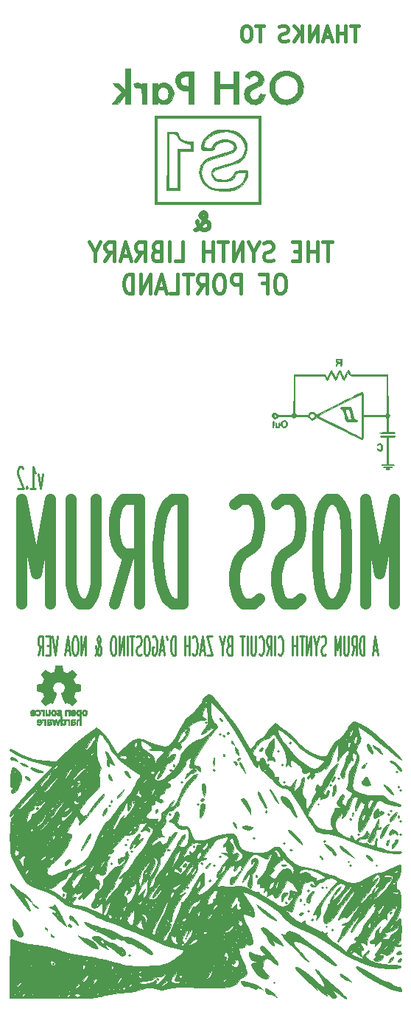
<source format=gbr>
G04 #@! TF.GenerationSoftware,KiCad,Pcbnew,(5.0.0-rc2-dev-311-g1dd4af297)*
G04 #@! TF.CreationDate,2018-05-06T13:38:39-07:00*
G04 #@! TF.ProjectId,workshop_drum1.2,776F726B73686F705F6472756D312E32,rev?*
G04 #@! TF.SameCoordinates,Original*
G04 #@! TF.FileFunction,Legend,Bot*
G04 #@! TF.FilePolarity,Positive*
%FSLAX46Y46*%
G04 Gerber Fmt 4.6, Leading zero omitted, Abs format (unit mm)*
G04 Created by KiCad (PCBNEW (5.0.0-rc2-dev-311-g1dd4af297)) date 05/06/18 13:38:39*
%MOMM*%
%LPD*%
G01*
G04 APERTURE LIST*
%ADD10C,0.500000*%
%ADD11C,0.400000*%
%ADD12C,0.225000*%
%ADD13C,0.250000*%
%ADD14C,1.250000*%
%ADD15C,0.010000*%
G04 APERTURE END LIST*
D10*
X146462857Y-62118761D02*
X146558095Y-62118761D01*
X146748571Y-62023523D01*
X147034285Y-61737809D01*
X147510476Y-61166380D01*
X147700952Y-60880666D01*
X147796190Y-60594952D01*
X147796190Y-60404476D01*
X147700952Y-60214000D01*
X147510476Y-60118761D01*
X147415238Y-60118761D01*
X147224761Y-60214000D01*
X147129523Y-60404476D01*
X147129523Y-60499714D01*
X147224761Y-60690190D01*
X147320000Y-60785428D01*
X147891428Y-61166380D01*
X147986666Y-61261619D01*
X148081904Y-61452095D01*
X148081904Y-61737809D01*
X147986666Y-61928285D01*
X147891428Y-62023523D01*
X147700952Y-62118761D01*
X147415238Y-62118761D01*
X147224761Y-62023523D01*
X147129523Y-61928285D01*
X146843809Y-61547333D01*
X146748571Y-61261619D01*
X146748571Y-61071142D01*
D11*
X162276380Y-63493238D02*
X161190666Y-63493238D01*
X161733523Y-65693238D02*
X161733523Y-63493238D01*
X160557333Y-65693238D02*
X160557333Y-63493238D01*
X160557333Y-64540857D02*
X159471619Y-64540857D01*
X159471619Y-65693238D02*
X159471619Y-63493238D01*
X158566857Y-64540857D02*
X157933523Y-64540857D01*
X157662095Y-65693238D02*
X158566857Y-65693238D01*
X158566857Y-63493238D01*
X157662095Y-63493238D01*
X155490666Y-65588476D02*
X155219238Y-65693238D01*
X154766857Y-65693238D01*
X154585904Y-65588476D01*
X154495428Y-65483714D01*
X154404952Y-65274190D01*
X154404952Y-65064666D01*
X154495428Y-64855142D01*
X154585904Y-64750380D01*
X154766857Y-64645619D01*
X155128761Y-64540857D01*
X155309714Y-64436095D01*
X155400190Y-64331333D01*
X155490666Y-64121809D01*
X155490666Y-63912285D01*
X155400190Y-63702761D01*
X155309714Y-63598000D01*
X155128761Y-63493238D01*
X154676380Y-63493238D01*
X154404952Y-63598000D01*
X153228761Y-64645619D02*
X153228761Y-65693238D01*
X153862095Y-63493238D02*
X153228761Y-64645619D01*
X152595428Y-63493238D01*
X151962095Y-65693238D02*
X151962095Y-63493238D01*
X150876380Y-65693238D01*
X150876380Y-63493238D01*
X150243047Y-63493238D02*
X149157333Y-63493238D01*
X149700190Y-65693238D02*
X149700190Y-63493238D01*
X148524000Y-65693238D02*
X148524000Y-63493238D01*
X148524000Y-64540857D02*
X147438285Y-64540857D01*
X147438285Y-65693238D02*
X147438285Y-63493238D01*
X144181142Y-65693238D02*
X145085904Y-65693238D01*
X145085904Y-63493238D01*
X143547809Y-65693238D02*
X143547809Y-63493238D01*
X142009714Y-64540857D02*
X141738285Y-64645619D01*
X141647809Y-64750380D01*
X141557333Y-64959904D01*
X141557333Y-65274190D01*
X141647809Y-65483714D01*
X141738285Y-65588476D01*
X141919238Y-65693238D01*
X142643047Y-65693238D01*
X142643047Y-63493238D01*
X142009714Y-63493238D01*
X141828761Y-63598000D01*
X141738285Y-63702761D01*
X141647809Y-63912285D01*
X141647809Y-64121809D01*
X141738285Y-64331333D01*
X141828761Y-64436095D01*
X142009714Y-64540857D01*
X142643047Y-64540857D01*
X139657333Y-65693238D02*
X140290666Y-64645619D01*
X140743047Y-65693238D02*
X140743047Y-63493238D01*
X140019238Y-63493238D01*
X139838285Y-63598000D01*
X139747809Y-63702761D01*
X139657333Y-63912285D01*
X139657333Y-64226571D01*
X139747809Y-64436095D01*
X139838285Y-64540857D01*
X140019238Y-64645619D01*
X140743047Y-64645619D01*
X138933523Y-65064666D02*
X138028761Y-65064666D01*
X139114476Y-65693238D02*
X138481142Y-63493238D01*
X137847809Y-65693238D01*
X136128761Y-65693238D02*
X136762095Y-64645619D01*
X137214476Y-65693238D02*
X137214476Y-63493238D01*
X136490666Y-63493238D01*
X136309714Y-63598000D01*
X136219238Y-63702761D01*
X136128761Y-63912285D01*
X136128761Y-64226571D01*
X136219238Y-64436095D01*
X136309714Y-64540857D01*
X136490666Y-64645619D01*
X137214476Y-64645619D01*
X134952571Y-64645619D02*
X134952571Y-65693238D01*
X135585904Y-63493238D02*
X134952571Y-64645619D01*
X134319238Y-63493238D01*
X156440666Y-67193238D02*
X156078761Y-67193238D01*
X155897809Y-67298000D01*
X155716857Y-67507523D01*
X155626380Y-67926571D01*
X155626380Y-68659904D01*
X155716857Y-69078952D01*
X155897809Y-69288476D01*
X156078761Y-69393238D01*
X156440666Y-69393238D01*
X156621619Y-69288476D01*
X156802571Y-69078952D01*
X156893047Y-68659904D01*
X156893047Y-67926571D01*
X156802571Y-67507523D01*
X156621619Y-67298000D01*
X156440666Y-67193238D01*
X154178761Y-68240857D02*
X154812095Y-68240857D01*
X154812095Y-69393238D02*
X154812095Y-67193238D01*
X153907333Y-67193238D01*
X151735904Y-69393238D02*
X151735904Y-67193238D01*
X151012095Y-67193238D01*
X150831142Y-67298000D01*
X150740666Y-67402761D01*
X150650190Y-67612285D01*
X150650190Y-67926571D01*
X150740666Y-68136095D01*
X150831142Y-68240857D01*
X151012095Y-68345619D01*
X151735904Y-68345619D01*
X149474000Y-67193238D02*
X149112095Y-67193238D01*
X148931142Y-67298000D01*
X148750190Y-67507523D01*
X148659714Y-67926571D01*
X148659714Y-68659904D01*
X148750190Y-69078952D01*
X148931142Y-69288476D01*
X149112095Y-69393238D01*
X149474000Y-69393238D01*
X149654952Y-69288476D01*
X149835904Y-69078952D01*
X149926380Y-68659904D01*
X149926380Y-67926571D01*
X149835904Y-67507523D01*
X149654952Y-67298000D01*
X149474000Y-67193238D01*
X146759714Y-69393238D02*
X147393047Y-68345619D01*
X147845428Y-69393238D02*
X147845428Y-67193238D01*
X147121619Y-67193238D01*
X146940666Y-67298000D01*
X146850190Y-67402761D01*
X146759714Y-67612285D01*
X146759714Y-67926571D01*
X146850190Y-68136095D01*
X146940666Y-68240857D01*
X147121619Y-68345619D01*
X147845428Y-68345619D01*
X146216857Y-67193238D02*
X145131142Y-67193238D01*
X145674000Y-69393238D02*
X145674000Y-67193238D01*
X143593047Y-69393238D02*
X144497809Y-69393238D01*
X144497809Y-67193238D01*
X143050190Y-68764666D02*
X142145428Y-68764666D01*
X143231142Y-69393238D02*
X142597809Y-67193238D01*
X141964476Y-69393238D01*
X141331142Y-69393238D02*
X141331142Y-67193238D01*
X140245428Y-69393238D01*
X140245428Y-67193238D01*
X139340666Y-69393238D02*
X139340666Y-67193238D01*
X138888285Y-67193238D01*
X138616857Y-67298000D01*
X138435904Y-67507523D01*
X138345428Y-67717047D01*
X138254952Y-68136095D01*
X138254952Y-68450380D01*
X138345428Y-68869428D01*
X138435904Y-69078952D01*
X138616857Y-69288476D01*
X138888285Y-69393238D01*
X139340666Y-69393238D01*
X165336476Y-38693047D02*
X164365047Y-38693047D01*
X164850761Y-40393047D02*
X164850761Y-38693047D01*
X163798380Y-40393047D02*
X163798380Y-38693047D01*
X163798380Y-39502571D02*
X162826952Y-39502571D01*
X162826952Y-40393047D02*
X162826952Y-38693047D01*
X162098380Y-39907333D02*
X161288857Y-39907333D01*
X162260285Y-40393047D02*
X161693619Y-38693047D01*
X161126952Y-40393047D01*
X160560285Y-40393047D02*
X160560285Y-38693047D01*
X159588857Y-40393047D01*
X159588857Y-38693047D01*
X158779333Y-40393047D02*
X158779333Y-38693047D01*
X157807904Y-40393047D02*
X158536476Y-39421619D01*
X157807904Y-38693047D02*
X158779333Y-39664476D01*
X157160285Y-40312095D02*
X156917428Y-40393047D01*
X156512666Y-40393047D01*
X156350761Y-40312095D01*
X156269809Y-40231142D01*
X156188857Y-40069238D01*
X156188857Y-39907333D01*
X156269809Y-39745428D01*
X156350761Y-39664476D01*
X156512666Y-39583523D01*
X156836476Y-39502571D01*
X156998380Y-39421619D01*
X157079333Y-39340666D01*
X157160285Y-39178761D01*
X157160285Y-39016857D01*
X157079333Y-38854952D01*
X156998380Y-38774000D01*
X156836476Y-38693047D01*
X156431714Y-38693047D01*
X156188857Y-38774000D01*
X154407904Y-38693047D02*
X153436476Y-38693047D01*
X153922190Y-40393047D02*
X153922190Y-38693047D01*
X152546000Y-38693047D02*
X152222190Y-38693047D01*
X152060285Y-38774000D01*
X151898380Y-38935904D01*
X151817428Y-39259714D01*
X151817428Y-39826380D01*
X151898380Y-40150190D01*
X152060285Y-40312095D01*
X152222190Y-40393047D01*
X152546000Y-40393047D01*
X152707904Y-40312095D01*
X152869809Y-40150190D01*
X152950761Y-39826380D01*
X152950761Y-39259714D01*
X152869809Y-38935904D01*
X152707904Y-38774000D01*
X152546000Y-38693047D01*
D12*
X167414571Y-110357000D02*
X166986000Y-110357000D01*
X167500285Y-110999857D02*
X167200285Y-108749857D01*
X166900285Y-110999857D01*
X165914571Y-110999857D02*
X165914571Y-108749857D01*
X165700285Y-108749857D01*
X165571714Y-108857000D01*
X165486000Y-109071285D01*
X165443142Y-109285571D01*
X165400285Y-109714142D01*
X165400285Y-110035571D01*
X165443142Y-110464142D01*
X165486000Y-110678428D01*
X165571714Y-110892714D01*
X165700285Y-110999857D01*
X165914571Y-110999857D01*
X164500285Y-110999857D02*
X164800285Y-109928428D01*
X165014571Y-110999857D02*
X165014571Y-108749857D01*
X164671714Y-108749857D01*
X164586000Y-108857000D01*
X164543142Y-108964142D01*
X164500285Y-109178428D01*
X164500285Y-109499857D01*
X164543142Y-109714142D01*
X164586000Y-109821285D01*
X164671714Y-109928428D01*
X165014571Y-109928428D01*
X164114571Y-108749857D02*
X164114571Y-110571285D01*
X164071714Y-110785571D01*
X164028857Y-110892714D01*
X163943142Y-110999857D01*
X163771714Y-110999857D01*
X163686000Y-110892714D01*
X163643142Y-110785571D01*
X163600285Y-110571285D01*
X163600285Y-108749857D01*
X163171714Y-110999857D02*
X163171714Y-108749857D01*
X162871714Y-110357000D01*
X162571714Y-108749857D01*
X162571714Y-110999857D01*
X161500285Y-110892714D02*
X161371714Y-110999857D01*
X161157428Y-110999857D01*
X161071714Y-110892714D01*
X161028857Y-110785571D01*
X160986000Y-110571285D01*
X160986000Y-110357000D01*
X161028857Y-110142714D01*
X161071714Y-110035571D01*
X161157428Y-109928428D01*
X161328857Y-109821285D01*
X161414571Y-109714142D01*
X161457428Y-109607000D01*
X161500285Y-109392714D01*
X161500285Y-109178428D01*
X161457428Y-108964142D01*
X161414571Y-108857000D01*
X161328857Y-108749857D01*
X161114571Y-108749857D01*
X160986000Y-108857000D01*
X160428857Y-109928428D02*
X160428857Y-110999857D01*
X160728857Y-108749857D02*
X160428857Y-109928428D01*
X160128857Y-108749857D01*
X159828857Y-110999857D02*
X159828857Y-108749857D01*
X159314571Y-110999857D01*
X159314571Y-108749857D01*
X159014571Y-108749857D02*
X158500285Y-108749857D01*
X158757428Y-110999857D02*
X158757428Y-108749857D01*
X158200285Y-110999857D02*
X158200285Y-108749857D01*
X158200285Y-109821285D02*
X157686000Y-109821285D01*
X157686000Y-110999857D02*
X157686000Y-108749857D01*
X156057428Y-110785571D02*
X156100285Y-110892714D01*
X156228857Y-110999857D01*
X156314571Y-110999857D01*
X156443142Y-110892714D01*
X156528857Y-110678428D01*
X156571714Y-110464142D01*
X156614571Y-110035571D01*
X156614571Y-109714142D01*
X156571714Y-109285571D01*
X156528857Y-109071285D01*
X156443142Y-108857000D01*
X156314571Y-108749857D01*
X156228857Y-108749857D01*
X156100285Y-108857000D01*
X156057428Y-108964142D01*
X155671714Y-110999857D02*
X155671714Y-108749857D01*
X154728857Y-110999857D02*
X155028857Y-109928428D01*
X155243142Y-110999857D02*
X155243142Y-108749857D01*
X154900285Y-108749857D01*
X154814571Y-108857000D01*
X154771714Y-108964142D01*
X154728857Y-109178428D01*
X154728857Y-109499857D01*
X154771714Y-109714142D01*
X154814571Y-109821285D01*
X154900285Y-109928428D01*
X155243142Y-109928428D01*
X153828857Y-110785571D02*
X153871714Y-110892714D01*
X154000285Y-110999857D01*
X154086000Y-110999857D01*
X154214571Y-110892714D01*
X154300285Y-110678428D01*
X154343142Y-110464142D01*
X154386000Y-110035571D01*
X154386000Y-109714142D01*
X154343142Y-109285571D01*
X154300285Y-109071285D01*
X154214571Y-108857000D01*
X154086000Y-108749857D01*
X154000285Y-108749857D01*
X153871714Y-108857000D01*
X153828857Y-108964142D01*
X153443142Y-108749857D02*
X153443142Y-110571285D01*
X153400285Y-110785571D01*
X153357428Y-110892714D01*
X153271714Y-110999857D01*
X153100285Y-110999857D01*
X153014571Y-110892714D01*
X152971714Y-110785571D01*
X152928857Y-110571285D01*
X152928857Y-108749857D01*
X152500285Y-110999857D02*
X152500285Y-108749857D01*
X152200285Y-108749857D02*
X151686000Y-108749857D01*
X151943142Y-110999857D02*
X151943142Y-108749857D01*
X150400285Y-109821285D02*
X150271714Y-109928428D01*
X150228857Y-110035571D01*
X150186000Y-110249857D01*
X150186000Y-110571285D01*
X150228857Y-110785571D01*
X150271714Y-110892714D01*
X150357428Y-110999857D01*
X150700285Y-110999857D01*
X150700285Y-108749857D01*
X150400285Y-108749857D01*
X150314571Y-108857000D01*
X150271714Y-108964142D01*
X150228857Y-109178428D01*
X150228857Y-109392714D01*
X150271714Y-109607000D01*
X150314571Y-109714142D01*
X150400285Y-109821285D01*
X150700285Y-109821285D01*
X149628857Y-109928428D02*
X149628857Y-110999857D01*
X149928857Y-108749857D02*
X149628857Y-109928428D01*
X149328857Y-108749857D01*
X148428857Y-108749857D02*
X147828857Y-108749857D01*
X148428857Y-110999857D01*
X147828857Y-110999857D01*
X147528857Y-110357000D02*
X147100285Y-110357000D01*
X147614571Y-110999857D02*
X147314571Y-108749857D01*
X147014571Y-110999857D01*
X146200285Y-110785571D02*
X146243142Y-110892714D01*
X146371714Y-110999857D01*
X146457428Y-110999857D01*
X146586000Y-110892714D01*
X146671714Y-110678428D01*
X146714571Y-110464142D01*
X146757428Y-110035571D01*
X146757428Y-109714142D01*
X146714571Y-109285571D01*
X146671714Y-109071285D01*
X146586000Y-108857000D01*
X146457428Y-108749857D01*
X146371714Y-108749857D01*
X146243142Y-108857000D01*
X146200285Y-108964142D01*
X145814571Y-110999857D02*
X145814571Y-108749857D01*
X145814571Y-109821285D02*
X145300285Y-109821285D01*
X145300285Y-110999857D02*
X145300285Y-108749857D01*
X144186000Y-110999857D02*
X144186000Y-108749857D01*
X143971714Y-108749857D01*
X143843142Y-108857000D01*
X143757428Y-109071285D01*
X143714571Y-109285571D01*
X143671714Y-109714142D01*
X143671714Y-110035571D01*
X143714571Y-110464142D01*
X143757428Y-110678428D01*
X143843142Y-110892714D01*
X143971714Y-110999857D01*
X144186000Y-110999857D01*
X143243142Y-108749857D02*
X143328857Y-109178428D01*
X142900285Y-110357000D02*
X142471714Y-110357000D01*
X142986000Y-110999857D02*
X142686000Y-108749857D01*
X142386000Y-110999857D01*
X141614571Y-108857000D02*
X141700285Y-108749857D01*
X141828857Y-108749857D01*
X141957428Y-108857000D01*
X142043142Y-109071285D01*
X142086000Y-109285571D01*
X142128857Y-109714142D01*
X142128857Y-110035571D01*
X142086000Y-110464142D01*
X142043142Y-110678428D01*
X141957428Y-110892714D01*
X141828857Y-110999857D01*
X141743142Y-110999857D01*
X141614571Y-110892714D01*
X141571714Y-110785571D01*
X141571714Y-110035571D01*
X141743142Y-110035571D01*
X141014571Y-108749857D02*
X140843142Y-108749857D01*
X140757428Y-108857000D01*
X140671714Y-109071285D01*
X140628857Y-109499857D01*
X140628857Y-110249857D01*
X140671714Y-110678428D01*
X140757428Y-110892714D01*
X140843142Y-110999857D01*
X141014571Y-110999857D01*
X141100285Y-110892714D01*
X141186000Y-110678428D01*
X141228857Y-110249857D01*
X141228857Y-109499857D01*
X141186000Y-109071285D01*
X141100285Y-108857000D01*
X141014571Y-108749857D01*
X140286000Y-110892714D02*
X140157428Y-110999857D01*
X139943142Y-110999857D01*
X139857428Y-110892714D01*
X139814571Y-110785571D01*
X139771714Y-110571285D01*
X139771714Y-110357000D01*
X139814571Y-110142714D01*
X139857428Y-110035571D01*
X139943142Y-109928428D01*
X140114571Y-109821285D01*
X140200285Y-109714142D01*
X140243142Y-109607000D01*
X140286000Y-109392714D01*
X140286000Y-109178428D01*
X140243142Y-108964142D01*
X140200285Y-108857000D01*
X140114571Y-108749857D01*
X139900285Y-108749857D01*
X139771714Y-108857000D01*
X139514571Y-108749857D02*
X139000285Y-108749857D01*
X139257428Y-110999857D02*
X139257428Y-108749857D01*
X138700285Y-110999857D02*
X138700285Y-108749857D01*
X138271714Y-110999857D02*
X138271714Y-108749857D01*
X137757428Y-110999857D01*
X137757428Y-108749857D01*
X137157428Y-108749857D02*
X136986000Y-108749857D01*
X136900285Y-108857000D01*
X136814571Y-109071285D01*
X136771714Y-109499857D01*
X136771714Y-110249857D01*
X136814571Y-110678428D01*
X136900285Y-110892714D01*
X136986000Y-110999857D01*
X137157428Y-110999857D01*
X137243142Y-110892714D01*
X137328857Y-110678428D01*
X137371714Y-110249857D01*
X137371714Y-109499857D01*
X137328857Y-109071285D01*
X137243142Y-108857000D01*
X137157428Y-108749857D01*
X134971714Y-110999857D02*
X135014571Y-110999857D01*
X135100285Y-110892714D01*
X135228857Y-110571285D01*
X135443142Y-109928428D01*
X135528857Y-109607000D01*
X135571714Y-109285571D01*
X135571714Y-109071285D01*
X135528857Y-108857000D01*
X135443142Y-108749857D01*
X135400285Y-108749857D01*
X135314571Y-108857000D01*
X135271714Y-109071285D01*
X135271714Y-109178428D01*
X135314571Y-109392714D01*
X135357428Y-109499857D01*
X135614571Y-109928428D01*
X135657428Y-110035571D01*
X135700285Y-110249857D01*
X135700285Y-110571285D01*
X135657428Y-110785571D01*
X135614571Y-110892714D01*
X135528857Y-110999857D01*
X135400285Y-110999857D01*
X135314571Y-110892714D01*
X135271714Y-110785571D01*
X135143142Y-110357000D01*
X135100285Y-110035571D01*
X135100285Y-109821285D01*
X133900285Y-110999857D02*
X133900285Y-108749857D01*
X133386000Y-110999857D01*
X133386000Y-108749857D01*
X132786000Y-108749857D02*
X132614571Y-108749857D01*
X132528857Y-108857000D01*
X132443142Y-109071285D01*
X132400285Y-109499857D01*
X132400285Y-110249857D01*
X132443142Y-110678428D01*
X132528857Y-110892714D01*
X132614571Y-110999857D01*
X132786000Y-110999857D01*
X132871714Y-110892714D01*
X132957428Y-110678428D01*
X133000285Y-110249857D01*
X133000285Y-109499857D01*
X132957428Y-109071285D01*
X132871714Y-108857000D01*
X132786000Y-108749857D01*
X132057428Y-110357000D02*
X131628857Y-110357000D01*
X132143142Y-110999857D02*
X131843142Y-108749857D01*
X131543142Y-110999857D01*
X130686000Y-108749857D02*
X130386000Y-110999857D01*
X130086000Y-108749857D01*
X129786000Y-109821285D02*
X129486000Y-109821285D01*
X129357428Y-110999857D02*
X129786000Y-110999857D01*
X129786000Y-108749857D01*
X129357428Y-108749857D01*
X128457428Y-110999857D02*
X128757428Y-109928428D01*
X128971714Y-110999857D02*
X128971714Y-108749857D01*
X128628857Y-108749857D01*
X128543142Y-108857000D01*
X128500285Y-108964142D01*
X128457428Y-109178428D01*
X128457428Y-109499857D01*
X128500285Y-109714142D01*
X128543142Y-109821285D01*
X128628857Y-109928428D01*
X128971714Y-109928428D01*
D13*
X128936571Y-90142285D02*
X128698476Y-91808952D01*
X128460380Y-90142285D01*
X127555619Y-91808952D02*
X128127047Y-91808952D01*
X127841333Y-91808952D02*
X127841333Y-89308952D01*
X127936571Y-89666095D01*
X128031809Y-89904190D01*
X128127047Y-90023238D01*
X127127047Y-91570857D02*
X127079428Y-91689904D01*
X127127047Y-91808952D01*
X127174666Y-91689904D01*
X127127047Y-91570857D01*
X127127047Y-91808952D01*
X126698476Y-89547047D02*
X126650857Y-89428000D01*
X126555619Y-89308952D01*
X126317523Y-89308952D01*
X126222285Y-89428000D01*
X126174666Y-89547047D01*
X126127047Y-89785142D01*
X126127047Y-90023238D01*
X126174666Y-90380380D01*
X126746095Y-91808952D01*
X126127047Y-91808952D01*
D14*
X169364571Y-104996571D02*
X169364571Y-92996571D01*
X167697904Y-101568000D01*
X166031238Y-92996571D01*
X166031238Y-104996571D01*
X162697904Y-92996571D02*
X161745523Y-92996571D01*
X161269333Y-93568000D01*
X160793142Y-94710857D01*
X160555047Y-96996571D01*
X160555047Y-100996571D01*
X160793142Y-103282285D01*
X161269333Y-104425142D01*
X161745523Y-104996571D01*
X162697904Y-104996571D01*
X163174095Y-104425142D01*
X163650285Y-103282285D01*
X163888380Y-100996571D01*
X163888380Y-96996571D01*
X163650285Y-94710857D01*
X163174095Y-93568000D01*
X162697904Y-92996571D01*
X158650285Y-104425142D02*
X157936000Y-104996571D01*
X156745523Y-104996571D01*
X156269333Y-104425142D01*
X156031238Y-103853714D01*
X155793142Y-102710857D01*
X155793142Y-101568000D01*
X156031238Y-100425142D01*
X156269333Y-99853714D01*
X156745523Y-99282285D01*
X157697904Y-98710857D01*
X158174095Y-98139428D01*
X158412190Y-97568000D01*
X158650285Y-96425142D01*
X158650285Y-95282285D01*
X158412190Y-94139428D01*
X158174095Y-93568000D01*
X157697904Y-92996571D01*
X156507428Y-92996571D01*
X155793142Y-93568000D01*
X153888380Y-104425142D02*
X153174095Y-104996571D01*
X151983619Y-104996571D01*
X151507428Y-104425142D01*
X151269333Y-103853714D01*
X151031238Y-102710857D01*
X151031238Y-101568000D01*
X151269333Y-100425142D01*
X151507428Y-99853714D01*
X151983619Y-99282285D01*
X152936000Y-98710857D01*
X153412190Y-98139428D01*
X153650285Y-97568000D01*
X153888380Y-96425142D01*
X153888380Y-95282285D01*
X153650285Y-94139428D01*
X153412190Y-93568000D01*
X152936000Y-92996571D01*
X151745523Y-92996571D01*
X151031238Y-93568000D01*
X145078857Y-104996571D02*
X145078857Y-92996571D01*
X143888380Y-92996571D01*
X143174095Y-93568000D01*
X142697904Y-94710857D01*
X142459809Y-95853714D01*
X142221714Y-98139428D01*
X142221714Y-99853714D01*
X142459809Y-102139428D01*
X142697904Y-103282285D01*
X143174095Y-104425142D01*
X143888380Y-104996571D01*
X145078857Y-104996571D01*
X137221714Y-104996571D02*
X138888380Y-99282285D01*
X140078857Y-104996571D02*
X140078857Y-92996571D01*
X138174095Y-92996571D01*
X137697904Y-93568000D01*
X137459809Y-94139428D01*
X137221714Y-95282285D01*
X137221714Y-96996571D01*
X137459809Y-98139428D01*
X137697904Y-98710857D01*
X138174095Y-99282285D01*
X140078857Y-99282285D01*
X135078857Y-92996571D02*
X135078857Y-102710857D01*
X134840761Y-103853714D01*
X134602666Y-104425142D01*
X134126476Y-104996571D01*
X133174095Y-104996571D01*
X132697904Y-104425142D01*
X132459809Y-103853714D01*
X132221714Y-102710857D01*
X132221714Y-92996571D01*
X129840761Y-104996571D02*
X129840761Y-92996571D01*
X128174095Y-101568000D01*
X126507428Y-92996571D01*
X126507428Y-104996571D01*
D15*
G36*
X138474500Y-45988882D02*
X137727422Y-45243750D01*
X137370711Y-45243750D01*
X137228690Y-45245728D01*
X137113389Y-45251100D01*
X137037516Y-45259019D01*
X137013442Y-45267562D01*
X137035212Y-45295567D01*
X137096442Y-45360563D01*
X137190497Y-45455864D01*
X137310741Y-45574787D01*
X137450539Y-45710647D01*
X137509809Y-45767625D01*
X138006735Y-46243875D01*
X137462743Y-46917616D01*
X137319874Y-47095152D01*
X137191039Y-47256387D01*
X137081377Y-47394796D01*
X136996027Y-47503856D01*
X136940127Y-47577042D01*
X136918817Y-47607832D01*
X136918750Y-47608178D01*
X136948386Y-47614811D01*
X137028845Y-47620084D01*
X137147456Y-47623426D01*
X137275938Y-47624310D01*
X137633125Y-47623620D01*
X138011479Y-47132185D01*
X138129168Y-46980784D01*
X138234306Y-46848299D01*
X138320622Y-46742409D01*
X138381844Y-46670792D01*
X138411700Y-46641126D01*
X138412894Y-46640750D01*
X138436223Y-46653644D01*
X138453184Y-46697245D01*
X138464614Y-46778933D01*
X138471352Y-46906086D01*
X138474236Y-47086085D01*
X138474500Y-47183096D01*
X138474500Y-47625000D01*
X139046000Y-47625000D01*
X139046000Y-43529250D01*
X138474500Y-43529250D01*
X138474500Y-45988882D01*
X138474500Y-45988882D01*
G37*
X138474500Y-45988882D02*
X137727422Y-45243750D01*
X137370711Y-45243750D01*
X137228690Y-45245728D01*
X137113389Y-45251100D01*
X137037516Y-45259019D01*
X137013442Y-45267562D01*
X137035212Y-45295567D01*
X137096442Y-45360563D01*
X137190497Y-45455864D01*
X137310741Y-45574787D01*
X137450539Y-45710647D01*
X137509809Y-45767625D01*
X138006735Y-46243875D01*
X137462743Y-46917616D01*
X137319874Y-47095152D01*
X137191039Y-47256387D01*
X137081377Y-47394796D01*
X136996027Y-47503856D01*
X136940127Y-47577042D01*
X136918817Y-47607832D01*
X136918750Y-47608178D01*
X136948386Y-47614811D01*
X137028845Y-47620084D01*
X137147456Y-47623426D01*
X137275938Y-47624310D01*
X137633125Y-47623620D01*
X138011479Y-47132185D01*
X138129168Y-46980784D01*
X138234306Y-46848299D01*
X138320622Y-46742409D01*
X138381844Y-46670792D01*
X138411700Y-46641126D01*
X138412894Y-46640750D01*
X138436223Y-46653644D01*
X138453184Y-46697245D01*
X138464614Y-46778933D01*
X138471352Y-46906086D01*
X138474236Y-47086085D01*
X138474500Y-47183096D01*
X138474500Y-47625000D01*
X139046000Y-47625000D01*
X139046000Y-43529250D01*
X138474500Y-43529250D01*
X138474500Y-45988882D01*
G36*
X139712248Y-45200415D02*
X139616296Y-45228299D01*
X139502031Y-45272195D01*
X139441721Y-45313157D01*
X139428644Y-45366971D01*
X139456078Y-45449422D01*
X139490912Y-45522721D01*
X139558030Y-45656801D01*
X139607954Y-45741862D01*
X139651177Y-45786030D01*
X139698191Y-45797431D01*
X139759489Y-45784194D01*
X139807401Y-45767836D01*
X139974270Y-45737035D01*
X140123187Y-45766539D01*
X140249613Y-45854685D01*
X140326853Y-45958125D01*
X140340656Y-46014540D01*
X140352986Y-46132302D01*
X140363714Y-46309269D01*
X140372707Y-46543303D01*
X140379500Y-46815375D01*
X140395375Y-47609125D01*
X140673188Y-47618298D01*
X140951000Y-47627472D01*
X140951000Y-45241277D01*
X140673188Y-45250451D01*
X140540238Y-45255474D01*
X140458416Y-45262588D01*
X140415385Y-45275968D01*
X140398806Y-45299791D01*
X140396341Y-45338234D01*
X140396410Y-45344137D01*
X140397444Y-45428650D01*
X140285285Y-45341153D01*
X140102017Y-45231559D01*
X139912079Y-45184828D01*
X139712248Y-45200415D01*
X139712248Y-45200415D01*
G37*
X139712248Y-45200415D02*
X139616296Y-45228299D01*
X139502031Y-45272195D01*
X139441721Y-45313157D01*
X139428644Y-45366971D01*
X139456078Y-45449422D01*
X139490912Y-45522721D01*
X139558030Y-45656801D01*
X139607954Y-45741862D01*
X139651177Y-45786030D01*
X139698191Y-45797431D01*
X139759489Y-45784194D01*
X139807401Y-45767836D01*
X139974270Y-45737035D01*
X140123187Y-45766539D01*
X140249613Y-45854685D01*
X140326853Y-45958125D01*
X140340656Y-46014540D01*
X140352986Y-46132302D01*
X140363714Y-46309269D01*
X140372707Y-46543303D01*
X140379500Y-46815375D01*
X140395375Y-47609125D01*
X140673188Y-47618298D01*
X140951000Y-47627472D01*
X140951000Y-45241277D01*
X140673188Y-45250451D01*
X140540238Y-45255474D01*
X140458416Y-45262588D01*
X140415385Y-45275968D01*
X140398806Y-45299791D01*
X140396341Y-45338234D01*
X140396410Y-45344137D01*
X140397444Y-45428650D01*
X140285285Y-45341153D01*
X140102017Y-45231559D01*
X139912079Y-45184828D01*
X139712248Y-45200415D01*
G36*
X145293997Y-43897494D02*
X145084763Y-43925157D01*
X144911860Y-43969856D01*
X144766559Y-44033563D01*
X144640131Y-44118251D01*
X144574976Y-44174958D01*
X144416586Y-44364247D01*
X144305803Y-44582110D01*
X144243330Y-44817510D01*
X144229871Y-45059409D01*
X144266130Y-45296773D01*
X144352812Y-45518563D01*
X144477723Y-45699398D01*
X144671954Y-45874202D01*
X144903490Y-45999075D01*
X145173555Y-46074498D01*
X145483371Y-46100953D01*
X145497921Y-46101000D01*
X145745250Y-46101000D01*
X145745250Y-47625000D01*
X146031997Y-47625000D01*
X146187867Y-47621415D01*
X146285719Y-47610213D01*
X146330655Y-47590725D01*
X146333926Y-47585312D01*
X146336570Y-47547074D01*
X146338786Y-47451106D01*
X146340553Y-47303177D01*
X146341850Y-47109058D01*
X146342655Y-46874516D01*
X146342947Y-46605321D01*
X146342704Y-46307242D01*
X146341905Y-45986048D01*
X146340867Y-45720000D01*
X146340151Y-45561250D01*
X145745250Y-45561250D01*
X145544638Y-45561250D01*
X145404015Y-45552926D01*
X145259304Y-45531566D01*
X145182501Y-45513282D01*
X145012824Y-45434030D01*
X144889793Y-45313576D01*
X144816380Y-45156810D01*
X144795554Y-44968623D01*
X144802389Y-44887300D01*
X144852984Y-44722678D01*
X144955842Y-44593915D01*
X145111037Y-44500962D01*
X145318642Y-44443768D01*
X145477695Y-44425991D01*
X145745250Y-44409299D01*
X145745250Y-45561250D01*
X146340151Y-45561250D01*
X146332625Y-43894375D01*
X145856375Y-43885385D01*
X145548291Y-43884895D01*
X145293997Y-43897494D01*
X145293997Y-43897494D01*
G37*
X145293997Y-43897494D02*
X145084763Y-43925157D01*
X144911860Y-43969856D01*
X144766559Y-44033563D01*
X144640131Y-44118251D01*
X144574976Y-44174958D01*
X144416586Y-44364247D01*
X144305803Y-44582110D01*
X144243330Y-44817510D01*
X144229871Y-45059409D01*
X144266130Y-45296773D01*
X144352812Y-45518563D01*
X144477723Y-45699398D01*
X144671954Y-45874202D01*
X144903490Y-45999075D01*
X145173555Y-46074498D01*
X145483371Y-46100953D01*
X145497921Y-46101000D01*
X145745250Y-46101000D01*
X145745250Y-47625000D01*
X146031997Y-47625000D01*
X146187867Y-47621415D01*
X146285719Y-47610213D01*
X146330655Y-47590725D01*
X146333926Y-47585312D01*
X146336570Y-47547074D01*
X146338786Y-47451106D01*
X146340553Y-47303177D01*
X146341850Y-47109058D01*
X146342655Y-46874516D01*
X146342947Y-46605321D01*
X146342704Y-46307242D01*
X146341905Y-45986048D01*
X146340867Y-45720000D01*
X146340151Y-45561250D01*
X145745250Y-45561250D01*
X145544638Y-45561250D01*
X145404015Y-45552926D01*
X145259304Y-45531566D01*
X145182501Y-45513282D01*
X145012824Y-45434030D01*
X144889793Y-45313576D01*
X144816380Y-45156810D01*
X144795554Y-44968623D01*
X144802389Y-44887300D01*
X144852984Y-44722678D01*
X144955842Y-44593915D01*
X145111037Y-44500962D01*
X145318642Y-44443768D01*
X145477695Y-44425991D01*
X145745250Y-44409299D01*
X145745250Y-45561250D01*
X146340151Y-45561250D01*
X146332625Y-43894375D01*
X145856375Y-43885385D01*
X145548291Y-43884895D01*
X145293997Y-43897494D01*
G36*
X150888750Y-45339000D02*
X149301250Y-45339000D01*
X149301250Y-43878500D01*
X148729750Y-43878500D01*
X148729750Y-47625000D01*
X149301250Y-47625000D01*
X149301250Y-45878750D01*
X150888750Y-45878750D01*
X150888750Y-47625000D01*
X151460250Y-47625000D01*
X151460250Y-43878500D01*
X150888750Y-43878500D01*
X150888750Y-45339000D01*
X150888750Y-45339000D01*
G37*
X150888750Y-45339000D02*
X149301250Y-45339000D01*
X149301250Y-43878500D01*
X148729750Y-43878500D01*
X148729750Y-47625000D01*
X149301250Y-47625000D01*
X149301250Y-45878750D01*
X150888750Y-45878750D01*
X150888750Y-47625000D01*
X151460250Y-47625000D01*
X151460250Y-43878500D01*
X150888750Y-43878500D01*
X150888750Y-45339000D01*
G36*
X142772686Y-45197360D02*
X142546350Y-45261475D01*
X142354187Y-45369918D01*
X142276053Y-45424438D01*
X142220641Y-45459254D01*
X142205400Y-45465999D01*
X142194719Y-45438050D01*
X142189388Y-45369337D01*
X142189250Y-45354875D01*
X142189250Y-45243750D01*
X141617750Y-45243750D01*
X141617750Y-47625000D01*
X142189250Y-47625000D01*
X142189250Y-47399699D01*
X142324188Y-47489913D01*
X142424009Y-47552232D01*
X142519348Y-47604817D01*
X142551615Y-47620116D01*
X142676290Y-47654713D01*
X142835472Y-47672637D01*
X143002088Y-47672718D01*
X143149065Y-47653790D01*
X143175744Y-47647053D01*
X143423363Y-47546441D01*
X143630996Y-47397214D01*
X143796943Y-47201417D01*
X143919505Y-46961094D01*
X143996982Y-46678291D01*
X144001171Y-46653958D01*
X144012806Y-46470388D01*
X143433341Y-46470388D01*
X143406671Y-46677284D01*
X143334291Y-46856178D01*
X143224116Y-47001212D01*
X143084057Y-47106526D01*
X142922030Y-47166263D01*
X142745949Y-47174563D01*
X142563726Y-47125569D01*
X142554103Y-47121286D01*
X142384789Y-47011831D01*
X142261118Y-46859539D01*
X142184843Y-46667466D01*
X142157715Y-46438665D01*
X142157678Y-46430429D01*
X142182178Y-46219394D01*
X142250778Y-46037914D01*
X142355388Y-45890105D01*
X142487921Y-45780083D01*
X142640289Y-45711964D01*
X142804405Y-45689866D01*
X142972181Y-45717904D01*
X143135529Y-45800194D01*
X143233604Y-45882823D01*
X143334687Y-46007947D01*
X143397865Y-46150122D01*
X143428449Y-46324975D01*
X143433341Y-46470388D01*
X144012806Y-46470388D01*
X144019377Y-46366728D01*
X143980540Y-46088868D01*
X143887530Y-45829900D01*
X143743219Y-45599345D01*
X143652385Y-45497360D01*
X143455271Y-45340753D01*
X143236628Y-45237930D01*
X143005939Y-45189822D01*
X142772686Y-45197360D01*
X142772686Y-45197360D01*
G37*
X142772686Y-45197360D02*
X142546350Y-45261475D01*
X142354187Y-45369918D01*
X142276053Y-45424438D01*
X142220641Y-45459254D01*
X142205400Y-45465999D01*
X142194719Y-45438050D01*
X142189388Y-45369337D01*
X142189250Y-45354875D01*
X142189250Y-45243750D01*
X141617750Y-45243750D01*
X141617750Y-47625000D01*
X142189250Y-47625000D01*
X142189250Y-47399699D01*
X142324188Y-47489913D01*
X142424009Y-47552232D01*
X142519348Y-47604817D01*
X142551615Y-47620116D01*
X142676290Y-47654713D01*
X142835472Y-47672637D01*
X143002088Y-47672718D01*
X143149065Y-47653790D01*
X143175744Y-47647053D01*
X143423363Y-47546441D01*
X143630996Y-47397214D01*
X143796943Y-47201417D01*
X143919505Y-46961094D01*
X143996982Y-46678291D01*
X144001171Y-46653958D01*
X144012806Y-46470388D01*
X143433341Y-46470388D01*
X143406671Y-46677284D01*
X143334291Y-46856178D01*
X143224116Y-47001212D01*
X143084057Y-47106526D01*
X142922030Y-47166263D01*
X142745949Y-47174563D01*
X142563726Y-47125569D01*
X142554103Y-47121286D01*
X142384789Y-47011831D01*
X142261118Y-46859539D01*
X142184843Y-46667466D01*
X142157715Y-46438665D01*
X142157678Y-46430429D01*
X142182178Y-46219394D01*
X142250778Y-46037914D01*
X142355388Y-45890105D01*
X142487921Y-45780083D01*
X142640289Y-45711964D01*
X142804405Y-45689866D01*
X142972181Y-45717904D01*
X143135529Y-45800194D01*
X143233604Y-45882823D01*
X143334687Y-46007947D01*
X143397865Y-46150122D01*
X143428449Y-46324975D01*
X143433341Y-46470388D01*
X144012806Y-46470388D01*
X144019377Y-46366728D01*
X143980540Y-46088868D01*
X143887530Y-45829900D01*
X143743219Y-45599345D01*
X143652385Y-45497360D01*
X143455271Y-45340753D01*
X143236628Y-45237930D01*
X143005939Y-45189822D01*
X142772686Y-45197360D01*
G36*
X153032962Y-43831542D02*
X152835258Y-43879097D01*
X152746125Y-43916939D01*
X152643785Y-43980195D01*
X152536648Y-44063692D01*
X152433184Y-44158190D01*
X152341864Y-44254448D01*
X152271158Y-44343224D01*
X152229535Y-44415278D01*
X152225465Y-44461369D01*
X152238125Y-44471172D01*
X152279232Y-44491886D01*
X152358446Y-44536618D01*
X152459700Y-44596261D01*
X152474461Y-44605127D01*
X152679047Y-44728302D01*
X152767519Y-44606171D01*
X152881903Y-44476336D01*
X153005094Y-44398873D01*
X153151728Y-44363401D01*
X153337220Y-44366295D01*
X153497866Y-44414812D01*
X153625082Y-44502750D01*
X153710287Y-44623905D01*
X153744900Y-44772074D01*
X153745241Y-44792417D01*
X153736741Y-44892745D01*
X153716478Y-44971204D01*
X153705553Y-44991041D01*
X153608538Y-45081973D01*
X153455541Y-45178970D01*
X153243888Y-45283605D01*
X153111250Y-45340937D01*
X152806380Y-45483588D01*
X152561904Y-45633546D01*
X152374900Y-45793322D01*
X152242444Y-45965432D01*
X152161613Y-46152387D01*
X152159783Y-46158870D01*
X152135039Y-46307095D01*
X152128389Y-46487928D01*
X152139063Y-46673341D01*
X152166296Y-46835309D01*
X152179559Y-46881156D01*
X152290381Y-47116469D01*
X152450567Y-47322475D01*
X152650043Y-47488605D01*
X152863426Y-47598603D01*
X153029034Y-47643604D01*
X153225907Y-47670326D01*
X153424940Y-47676469D01*
X153597030Y-47659729D01*
X153607978Y-47657500D01*
X153841024Y-47576592D01*
X154051880Y-47442844D01*
X154232310Y-47265365D01*
X154374076Y-47053264D01*
X154468940Y-46815649D01*
X154498859Y-46672361D01*
X154514519Y-46561097D01*
X154237762Y-46504129D01*
X154113507Y-46480145D01*
X154015084Y-46464147D01*
X153957256Y-46458398D01*
X153948392Y-46459775D01*
X153934260Y-46494909D01*
X153910504Y-46573124D01*
X153888216Y-46654993D01*
X153823099Y-46840122D01*
X153733870Y-46972616D01*
X153612181Y-47061355D01*
X153456899Y-47113661D01*
X153262297Y-47128199D01*
X153085177Y-47088753D01*
X152933199Y-47003177D01*
X152814019Y-46879326D01*
X152735297Y-46725054D01*
X152704692Y-46548218D01*
X152727428Y-46365481D01*
X152797291Y-46223356D01*
X152925884Y-46088920D01*
X153108543Y-45966217D01*
X153286658Y-45880793D01*
X153571508Y-45754917D01*
X153800617Y-45635398D01*
X153980723Y-45517253D01*
X154118566Y-45395500D01*
X154220884Y-45265155D01*
X154285784Y-45141966D01*
X154338466Y-44947930D01*
X154345660Y-44732871D01*
X154308372Y-44519011D01*
X154250783Y-44370711D01*
X154139801Y-44210213D01*
X153981865Y-44061612D01*
X153793492Y-43938702D01*
X153661912Y-43878882D01*
X153469100Y-43830486D01*
X153251847Y-43815022D01*
X153032962Y-43831542D01*
X153032962Y-43831542D01*
G37*
X153032962Y-43831542D02*
X152835258Y-43879097D01*
X152746125Y-43916939D01*
X152643785Y-43980195D01*
X152536648Y-44063692D01*
X152433184Y-44158190D01*
X152341864Y-44254448D01*
X152271158Y-44343224D01*
X152229535Y-44415278D01*
X152225465Y-44461369D01*
X152238125Y-44471172D01*
X152279232Y-44491886D01*
X152358446Y-44536618D01*
X152459700Y-44596261D01*
X152474461Y-44605127D01*
X152679047Y-44728302D01*
X152767519Y-44606171D01*
X152881903Y-44476336D01*
X153005094Y-44398873D01*
X153151728Y-44363401D01*
X153337220Y-44366295D01*
X153497866Y-44414812D01*
X153625082Y-44502750D01*
X153710287Y-44623905D01*
X153744900Y-44772074D01*
X153745241Y-44792417D01*
X153736741Y-44892745D01*
X153716478Y-44971204D01*
X153705553Y-44991041D01*
X153608538Y-45081973D01*
X153455541Y-45178970D01*
X153243888Y-45283605D01*
X153111250Y-45340937D01*
X152806380Y-45483588D01*
X152561904Y-45633546D01*
X152374900Y-45793322D01*
X152242444Y-45965432D01*
X152161613Y-46152387D01*
X152159783Y-46158870D01*
X152135039Y-46307095D01*
X152128389Y-46487928D01*
X152139063Y-46673341D01*
X152166296Y-46835309D01*
X152179559Y-46881156D01*
X152290381Y-47116469D01*
X152450567Y-47322475D01*
X152650043Y-47488605D01*
X152863426Y-47598603D01*
X153029034Y-47643604D01*
X153225907Y-47670326D01*
X153424940Y-47676469D01*
X153597030Y-47659729D01*
X153607978Y-47657500D01*
X153841024Y-47576592D01*
X154051880Y-47442844D01*
X154232310Y-47265365D01*
X154374076Y-47053264D01*
X154468940Y-46815649D01*
X154498859Y-46672361D01*
X154514519Y-46561097D01*
X154237762Y-46504129D01*
X154113507Y-46480145D01*
X154015084Y-46464147D01*
X153957256Y-46458398D01*
X153948392Y-46459775D01*
X153934260Y-46494909D01*
X153910504Y-46573124D01*
X153888216Y-46654993D01*
X153823099Y-46840122D01*
X153733870Y-46972616D01*
X153612181Y-47061355D01*
X153456899Y-47113661D01*
X153262297Y-47128199D01*
X153085177Y-47088753D01*
X152933199Y-47003177D01*
X152814019Y-46879326D01*
X152735297Y-46725054D01*
X152704692Y-46548218D01*
X152727428Y-46365481D01*
X152797291Y-46223356D01*
X152925884Y-46088920D01*
X153108543Y-45966217D01*
X153286658Y-45880793D01*
X153571508Y-45754917D01*
X153800617Y-45635398D01*
X153980723Y-45517253D01*
X154118566Y-45395500D01*
X154220884Y-45265155D01*
X154285784Y-45141966D01*
X154338466Y-44947930D01*
X154345660Y-44732871D01*
X154308372Y-44519011D01*
X154250783Y-44370711D01*
X154139801Y-44210213D01*
X153981865Y-44061612D01*
X153793492Y-43938702D01*
X153661912Y-43878882D01*
X153469100Y-43830486D01*
X153251847Y-43815022D01*
X153032962Y-43831542D01*
G36*
X156657617Y-43835320D02*
X156388008Y-43889937D01*
X156326802Y-43909660D01*
X156016094Y-44051232D01*
X155738337Y-44242964D01*
X155498663Y-44478041D01*
X155302200Y-44749648D01*
X155154079Y-45050969D01*
X155059429Y-45375189D01*
X155026126Y-45637710D01*
X155029798Y-45969217D01*
X155082432Y-46269270D01*
X155187535Y-46546924D01*
X155348612Y-46811234D01*
X155569169Y-47071258D01*
X155589141Y-47091791D01*
X155793509Y-47281661D01*
X155992335Y-47423970D01*
X156204185Y-47529907D01*
X156447625Y-47610659D01*
X156452356Y-47611936D01*
X156613287Y-47643565D01*
X156807981Y-47664589D01*
X157011480Y-47673749D01*
X157198824Y-47669786D01*
X157322993Y-47655843D01*
X157627030Y-47571751D01*
X157919944Y-47434963D01*
X158191058Y-47253524D01*
X158429695Y-47035480D01*
X158625179Y-46788877D01*
X158736900Y-46590344D01*
X158843853Y-46294887D01*
X158902822Y-45977312D01*
X158913872Y-45651772D01*
X158911331Y-45629716D01*
X158316371Y-45629716D01*
X158313971Y-45789462D01*
X158312761Y-45822126D01*
X158304623Y-45979445D01*
X158291604Y-46094440D01*
X158269027Y-46188288D01*
X158232216Y-46282165D01*
X158193081Y-46364068D01*
X158045022Y-46596964D01*
X157852554Y-46797875D01*
X157626962Y-46958246D01*
X157379533Y-47069522D01*
X157205646Y-47112602D01*
X157070538Y-47133383D01*
X156971119Y-47141729D01*
X156880708Y-47137135D01*
X156772624Y-47119098D01*
X156694429Y-47102936D01*
X156466316Y-47038186D01*
X156273384Y-46942888D01*
X156090793Y-46803973D01*
X156043231Y-46760312D01*
X155863787Y-46563838D01*
X155737390Y-46358966D01*
X155659435Y-46133776D01*
X155625315Y-45876349D01*
X155624776Y-45677469D01*
X155633243Y-45517437D01*
X155647437Y-45398847D01*
X155672004Y-45299651D01*
X155711590Y-45197799D01*
X155738083Y-45139805D01*
X155844780Y-44957698D01*
X155985346Y-44782057D01*
X156143315Y-44630756D01*
X156302221Y-44521668D01*
X156312502Y-44516305D01*
X156580620Y-44411797D01*
X156854556Y-44364187D01*
X157126523Y-44370418D01*
X157388736Y-44427433D01*
X157633406Y-44532174D01*
X157852750Y-44681585D01*
X158038980Y-44872608D01*
X158184310Y-45102185D01*
X158256006Y-45279404D01*
X158289758Y-45397341D01*
X158309090Y-45506560D01*
X158316371Y-45629716D01*
X158911331Y-45629716D01*
X158877071Y-45332419D01*
X158792486Y-45033408D01*
X158728867Y-44889131D01*
X158591580Y-44669339D01*
X158408444Y-44451337D01*
X158195591Y-44250723D01*
X157969155Y-44083093D01*
X157794375Y-43985691D01*
X157540673Y-43894805D01*
X157253568Y-43838771D01*
X156952676Y-43818603D01*
X156657617Y-43835320D01*
X156657617Y-43835320D01*
G37*
X156657617Y-43835320D02*
X156388008Y-43889937D01*
X156326802Y-43909660D01*
X156016094Y-44051232D01*
X155738337Y-44242964D01*
X155498663Y-44478041D01*
X155302200Y-44749648D01*
X155154079Y-45050969D01*
X155059429Y-45375189D01*
X155026126Y-45637710D01*
X155029798Y-45969217D01*
X155082432Y-46269270D01*
X155187535Y-46546924D01*
X155348612Y-46811234D01*
X155569169Y-47071258D01*
X155589141Y-47091791D01*
X155793509Y-47281661D01*
X155992335Y-47423970D01*
X156204185Y-47529907D01*
X156447625Y-47610659D01*
X156452356Y-47611936D01*
X156613287Y-47643565D01*
X156807981Y-47664589D01*
X157011480Y-47673749D01*
X157198824Y-47669786D01*
X157322993Y-47655843D01*
X157627030Y-47571751D01*
X157919944Y-47434963D01*
X158191058Y-47253524D01*
X158429695Y-47035480D01*
X158625179Y-46788877D01*
X158736900Y-46590344D01*
X158843853Y-46294887D01*
X158902822Y-45977312D01*
X158913872Y-45651772D01*
X158911331Y-45629716D01*
X158316371Y-45629716D01*
X158313971Y-45789462D01*
X158312761Y-45822126D01*
X158304623Y-45979445D01*
X158291604Y-46094440D01*
X158269027Y-46188288D01*
X158232216Y-46282165D01*
X158193081Y-46364068D01*
X158045022Y-46596964D01*
X157852554Y-46797875D01*
X157626962Y-46958246D01*
X157379533Y-47069522D01*
X157205646Y-47112602D01*
X157070538Y-47133383D01*
X156971119Y-47141729D01*
X156880708Y-47137135D01*
X156772624Y-47119098D01*
X156694429Y-47102936D01*
X156466316Y-47038186D01*
X156273384Y-46942888D01*
X156090793Y-46803973D01*
X156043231Y-46760312D01*
X155863787Y-46563838D01*
X155737390Y-46358966D01*
X155659435Y-46133776D01*
X155625315Y-45876349D01*
X155624776Y-45677469D01*
X155633243Y-45517437D01*
X155647437Y-45398847D01*
X155672004Y-45299651D01*
X155711590Y-45197799D01*
X155738083Y-45139805D01*
X155844780Y-44957698D01*
X155985346Y-44782057D01*
X156143315Y-44630756D01*
X156302221Y-44521668D01*
X156312502Y-44516305D01*
X156580620Y-44411797D01*
X156854556Y-44364187D01*
X157126523Y-44370418D01*
X157388736Y-44427433D01*
X157633406Y-44532174D01*
X157852750Y-44681585D01*
X158038980Y-44872608D01*
X158184310Y-45102185D01*
X158256006Y-45279404D01*
X158289758Y-45397341D01*
X158309090Y-45506560D01*
X158316371Y-45629716D01*
X158911331Y-45629716D01*
X158877071Y-45332419D01*
X158792486Y-45033408D01*
X158728867Y-44889131D01*
X158591580Y-44669339D01*
X158408444Y-44451337D01*
X158195591Y-44250723D01*
X157969155Y-44083093D01*
X157794375Y-43985691D01*
X157540673Y-43894805D01*
X157253568Y-43838771D01*
X156952676Y-43818603D01*
X156657617Y-43835320D01*
G36*
X141840000Y-59182000D02*
X154032000Y-59182000D01*
X154032000Y-49276000D01*
X153778000Y-49276000D01*
X153778000Y-58928000D01*
X142094000Y-58928000D01*
X142094000Y-49276000D01*
X153778000Y-49276000D01*
X154032000Y-49276000D01*
X154032000Y-49022000D01*
X141840000Y-49022000D01*
X141840000Y-59182000D01*
X141840000Y-59182000D01*
G37*
X141840000Y-59182000D02*
X154032000Y-59182000D01*
X154032000Y-49276000D01*
X153778000Y-49276000D01*
X153778000Y-58928000D01*
X142094000Y-58928000D01*
X142094000Y-49276000D01*
X153778000Y-49276000D01*
X154032000Y-49276000D01*
X154032000Y-49022000D01*
X141840000Y-49022000D01*
X141840000Y-59182000D01*
G36*
X149162555Y-50597599D02*
X148818443Y-50706192D01*
X148444000Y-50885153D01*
X147855555Y-51290502D01*
X147429649Y-51796684D01*
X147203151Y-52353554D01*
X147176090Y-52609750D01*
X147187485Y-52803111D01*
X147264400Y-52907485D01*
X147466492Y-52950293D01*
X147853421Y-52958951D01*
X147936000Y-52959000D01*
X148362652Y-52949225D01*
X148593205Y-52907576D01*
X148685210Y-52815566D01*
X148698000Y-52714217D01*
X148792101Y-52470444D01*
X149019836Y-52216457D01*
X149032628Y-52206217D01*
X149414072Y-52014802D01*
X149860165Y-51947048D01*
X150304999Y-51990681D01*
X150682666Y-52133425D01*
X150927258Y-52363005D01*
X150984001Y-52569650D01*
X150941609Y-52770473D01*
X150790359Y-52937951D01*
X150494139Y-53091184D01*
X150016837Y-53249273D01*
X149383399Y-53416252D01*
X148592047Y-53633434D01*
X148011817Y-53850610D01*
X147601093Y-54093045D01*
X147318257Y-54386003D01*
X147121692Y-54754751D01*
X147103910Y-54800082D01*
X146966906Y-55483328D01*
X147066912Y-56139434D01*
X147387245Y-56728752D01*
X147911224Y-57211635D01*
X148186186Y-57372250D01*
X148785510Y-57571486D01*
X149512220Y-57661567D01*
X150263623Y-57640946D01*
X150937027Y-57508077D01*
X151174500Y-57417225D01*
X151824076Y-56999153D01*
X152277436Y-56448309D01*
X152489018Y-55903311D01*
X152548326Y-55555672D01*
X152536067Y-55499000D01*
X152363270Y-55499000D01*
X152249532Y-55895582D01*
X151994395Y-56500965D01*
X151610565Y-56937268D01*
X151072826Y-57218390D01*
X150355961Y-57358231D01*
X149564349Y-57375701D01*
X148970886Y-57343788D01*
X148564590Y-57284290D01*
X148279015Y-57183621D01*
X148111696Y-57078652D01*
X147595943Y-56573943D01*
X147285160Y-56005292D01*
X147190277Y-55413488D01*
X147322228Y-54839319D01*
X147450088Y-54610000D01*
X147575629Y-54440006D01*
X147721938Y-54298322D01*
X147924866Y-54169603D01*
X148220260Y-54038505D01*
X148643970Y-53889682D01*
X149231844Y-53707789D01*
X150019731Y-53477482D01*
X150252553Y-53410428D01*
X150801609Y-53197067D01*
X151116220Y-52930714D01*
X151213678Y-52592189D01*
X151183460Y-52377981D01*
X150982423Y-52043858D01*
X150617918Y-51823773D01*
X150153248Y-51717348D01*
X149651716Y-51724206D01*
X149176625Y-51843969D01*
X148791277Y-52076259D01*
X148568688Y-52393582D01*
X148444498Y-52600763D01*
X148226463Y-52689618D01*
X147939144Y-52705000D01*
X147581268Y-52657679D01*
X147429467Y-52502457D01*
X147478793Y-52219444D01*
X147714776Y-51803031D01*
X148170784Y-51328977D01*
X148773483Y-51001436D01*
X149463018Y-50824943D01*
X150179538Y-50804032D01*
X150863187Y-50943239D01*
X151454112Y-51247098D01*
X151729289Y-51498869D01*
X152095836Y-52079905D01*
X152221676Y-52698739D01*
X152110321Y-53300063D01*
X151931501Y-53652639D01*
X151669542Y-53930947D01*
X151281271Y-54161129D01*
X150723513Y-54369324D01*
X150022617Y-54564161D01*
X149466814Y-54718724D01*
X148987757Y-54876951D01*
X148650336Y-55016097D01*
X148539250Y-55084120D01*
X148337425Y-55408146D01*
X148335823Y-55776793D01*
X148503896Y-56128569D01*
X148811094Y-56401986D01*
X149226865Y-56535553D01*
X149261698Y-56538226D01*
X149998400Y-56538824D01*
X150532802Y-56431262D01*
X150897665Y-56203624D01*
X151118033Y-55863021D01*
X151246830Y-55630391D01*
X151435964Y-55525120D01*
X151777688Y-55499099D01*
X151816043Y-55499000D01*
X152363270Y-55499000D01*
X152536067Y-55499000D01*
X152504604Y-55353560D01*
X152315213Y-55264107D01*
X151937514Y-55254442D01*
X151666364Y-55269153D01*
X151284315Y-55310997D01*
X151089043Y-55394419D01*
X151013514Y-55551203D01*
X151008656Y-55580987D01*
X150850899Y-55961917D01*
X150498937Y-56203517D01*
X149941088Y-56312335D01*
X149690071Y-56320266D01*
X149235942Y-56304723D01*
X148953242Y-56241994D01*
X148760446Y-56107930D01*
X148685066Y-56022563D01*
X148513344Y-55783908D01*
X148444000Y-55636203D01*
X148540752Y-55412256D01*
X148842402Y-55200390D01*
X149366049Y-54991513D01*
X149998386Y-54809547D01*
X150754982Y-54603466D01*
X151305662Y-54418905D01*
X151694213Y-54230860D01*
X151964422Y-54014328D01*
X152160076Y-53744303D01*
X152276825Y-53508480D01*
X152453220Y-52824467D01*
X152388561Y-52159144D01*
X152094988Y-51551410D01*
X151584640Y-51040165D01*
X151484782Y-50970648D01*
X151115478Y-50768637D01*
X150704698Y-50649461D01*
X150153718Y-50586069D01*
X150059574Y-50580093D01*
X149539793Y-50562453D01*
X149162555Y-50597599D01*
X149162555Y-50597599D01*
G37*
X149162555Y-50597599D02*
X148818443Y-50706192D01*
X148444000Y-50885153D01*
X147855555Y-51290502D01*
X147429649Y-51796684D01*
X147203151Y-52353554D01*
X147176090Y-52609750D01*
X147187485Y-52803111D01*
X147264400Y-52907485D01*
X147466492Y-52950293D01*
X147853421Y-52958951D01*
X147936000Y-52959000D01*
X148362652Y-52949225D01*
X148593205Y-52907576D01*
X148685210Y-52815566D01*
X148698000Y-52714217D01*
X148792101Y-52470444D01*
X149019836Y-52216457D01*
X149032628Y-52206217D01*
X149414072Y-52014802D01*
X149860165Y-51947048D01*
X150304999Y-51990681D01*
X150682666Y-52133425D01*
X150927258Y-52363005D01*
X150984001Y-52569650D01*
X150941609Y-52770473D01*
X150790359Y-52937951D01*
X150494139Y-53091184D01*
X150016837Y-53249273D01*
X149383399Y-53416252D01*
X148592047Y-53633434D01*
X148011817Y-53850610D01*
X147601093Y-54093045D01*
X147318257Y-54386003D01*
X147121692Y-54754751D01*
X147103910Y-54800082D01*
X146966906Y-55483328D01*
X147066912Y-56139434D01*
X147387245Y-56728752D01*
X147911224Y-57211635D01*
X148186186Y-57372250D01*
X148785510Y-57571486D01*
X149512220Y-57661567D01*
X150263623Y-57640946D01*
X150937027Y-57508077D01*
X151174500Y-57417225D01*
X151824076Y-56999153D01*
X152277436Y-56448309D01*
X152489018Y-55903311D01*
X152548326Y-55555672D01*
X152536067Y-55499000D01*
X152363270Y-55499000D01*
X152249532Y-55895582D01*
X151994395Y-56500965D01*
X151610565Y-56937268D01*
X151072826Y-57218390D01*
X150355961Y-57358231D01*
X149564349Y-57375701D01*
X148970886Y-57343788D01*
X148564590Y-57284290D01*
X148279015Y-57183621D01*
X148111696Y-57078652D01*
X147595943Y-56573943D01*
X147285160Y-56005292D01*
X147190277Y-55413488D01*
X147322228Y-54839319D01*
X147450088Y-54610000D01*
X147575629Y-54440006D01*
X147721938Y-54298322D01*
X147924866Y-54169603D01*
X148220260Y-54038505D01*
X148643970Y-53889682D01*
X149231844Y-53707789D01*
X150019731Y-53477482D01*
X150252553Y-53410428D01*
X150801609Y-53197067D01*
X151116220Y-52930714D01*
X151213678Y-52592189D01*
X151183460Y-52377981D01*
X150982423Y-52043858D01*
X150617918Y-51823773D01*
X150153248Y-51717348D01*
X149651716Y-51724206D01*
X149176625Y-51843969D01*
X148791277Y-52076259D01*
X148568688Y-52393582D01*
X148444498Y-52600763D01*
X148226463Y-52689618D01*
X147939144Y-52705000D01*
X147581268Y-52657679D01*
X147429467Y-52502457D01*
X147478793Y-52219444D01*
X147714776Y-51803031D01*
X148170784Y-51328977D01*
X148773483Y-51001436D01*
X149463018Y-50824943D01*
X150179538Y-50804032D01*
X150863187Y-50943239D01*
X151454112Y-51247098D01*
X151729289Y-51498869D01*
X152095836Y-52079905D01*
X152221676Y-52698739D01*
X152110321Y-53300063D01*
X151931501Y-53652639D01*
X151669542Y-53930947D01*
X151281271Y-54161129D01*
X150723513Y-54369324D01*
X150022617Y-54564161D01*
X149466814Y-54718724D01*
X148987757Y-54876951D01*
X148650336Y-55016097D01*
X148539250Y-55084120D01*
X148337425Y-55408146D01*
X148335823Y-55776793D01*
X148503896Y-56128569D01*
X148811094Y-56401986D01*
X149226865Y-56535553D01*
X149261698Y-56538226D01*
X149998400Y-56538824D01*
X150532802Y-56431262D01*
X150897665Y-56203624D01*
X151118033Y-55863021D01*
X151246830Y-55630391D01*
X151435964Y-55525120D01*
X151777688Y-55499099D01*
X151816043Y-55499000D01*
X152363270Y-55499000D01*
X152536067Y-55499000D01*
X152504604Y-55353560D01*
X152315213Y-55264107D01*
X151937514Y-55254442D01*
X151666364Y-55269153D01*
X151284315Y-55310997D01*
X151089043Y-55394419D01*
X151013514Y-55551203D01*
X151008656Y-55580987D01*
X150850899Y-55961917D01*
X150498937Y-56203517D01*
X149941088Y-56312335D01*
X149690071Y-56320266D01*
X149235942Y-56304723D01*
X148953242Y-56241994D01*
X148760446Y-56107930D01*
X148685066Y-56022563D01*
X148513344Y-55783908D01*
X148444000Y-55636203D01*
X148540752Y-55412256D01*
X148842402Y-55200390D01*
X149366049Y-54991513D01*
X149998386Y-54809547D01*
X150754982Y-54603466D01*
X151305662Y-54418905D01*
X151694213Y-54230860D01*
X151964422Y-54014328D01*
X152160076Y-53744303D01*
X152276825Y-53508480D01*
X152453220Y-52824467D01*
X152388561Y-52159144D01*
X152094988Y-51551410D01*
X151584640Y-51040165D01*
X151484782Y-50970648D01*
X151115478Y-50768637D01*
X150704698Y-50649461D01*
X150153718Y-50586069D01*
X150059574Y-50580093D01*
X149539793Y-50562453D01*
X149162555Y-50597599D01*
G36*
X143899627Y-50824959D02*
X143300500Y-50863500D01*
X143266642Y-54197250D01*
X143232783Y-57531000D01*
X144761000Y-57531000D01*
X144761000Y-53086000D01*
X146285000Y-53086000D01*
X146285000Y-52514500D01*
X146031000Y-52514500D01*
X146014866Y-52690462D01*
X145926701Y-52785464D01*
X145706863Y-52824357D01*
X145295709Y-52831992D01*
X145269000Y-52832000D01*
X144507000Y-52832000D01*
X144507000Y-57277000D01*
X143491000Y-57277000D01*
X143491000Y-51054000D01*
X143921733Y-51053999D01*
X144233361Y-51089888D01*
X144386066Y-51235047D01*
X144433141Y-51375439D01*
X144623158Y-51690722D01*
X144975778Y-51970473D01*
X145400725Y-52155323D01*
X145681750Y-52196525D01*
X145939156Y-52238958D01*
X146026461Y-52411724D01*
X146031000Y-52514500D01*
X146285000Y-52514500D01*
X146285000Y-51943000D01*
X145794128Y-51943000D01*
X145271877Y-51842510D01*
X144851308Y-51571192D01*
X144598521Y-51174273D01*
X144580649Y-51112718D01*
X144507521Y-50915713D01*
X144368664Y-50827140D01*
X144087597Y-50814683D01*
X143899627Y-50824959D01*
X143899627Y-50824959D01*
G37*
X143899627Y-50824959D02*
X143300500Y-50863500D01*
X143266642Y-54197250D01*
X143232783Y-57531000D01*
X144761000Y-57531000D01*
X144761000Y-53086000D01*
X146285000Y-53086000D01*
X146285000Y-52514500D01*
X146031000Y-52514500D01*
X146014866Y-52690462D01*
X145926701Y-52785464D01*
X145706863Y-52824357D01*
X145295709Y-52831992D01*
X145269000Y-52832000D01*
X144507000Y-52832000D01*
X144507000Y-57277000D01*
X143491000Y-57277000D01*
X143491000Y-51054000D01*
X143921733Y-51053999D01*
X144233361Y-51089888D01*
X144386066Y-51235047D01*
X144433141Y-51375439D01*
X144623158Y-51690722D01*
X144975778Y-51970473D01*
X145400725Y-52155323D01*
X145681750Y-52196525D01*
X145939156Y-52238958D01*
X146026461Y-52411724D01*
X146031000Y-52514500D01*
X146285000Y-52514500D01*
X146285000Y-51943000D01*
X145794128Y-51943000D01*
X145271877Y-51842510D01*
X144851308Y-51571192D01*
X144598521Y-51174273D01*
X144580649Y-51112718D01*
X144507521Y-50915713D01*
X144368664Y-50827140D01*
X144087597Y-50814683D01*
X143899627Y-50824959D01*
G36*
X132426923Y-118287477D02*
X132361785Y-118297412D01*
X132308407Y-118316375D01*
X132275927Y-118334275D01*
X132250689Y-118353292D01*
X132231720Y-118376789D01*
X132218052Y-118408128D01*
X132208712Y-118450671D01*
X132202731Y-118507781D01*
X132199137Y-118582819D01*
X132196960Y-118679149D01*
X132196572Y-118703725D01*
X132192494Y-118973600D01*
X132269597Y-118973600D01*
X132314251Y-118972140D01*
X132338334Y-118966994D01*
X132346545Y-118957012D01*
X132346700Y-118954736D01*
X132350539Y-118944671D01*
X132365533Y-118948342D01*
X132387975Y-118961039D01*
X132440812Y-118980839D01*
X132505822Y-118987057D01*
X132573794Y-118979816D01*
X132635517Y-118959238D01*
X132638541Y-118957725D01*
X132692985Y-118923154D01*
X132726638Y-118882810D01*
X132743238Y-118830446D01*
X132746750Y-118776750D01*
X132745668Y-118763848D01*
X132613400Y-118763848D01*
X132602108Y-118797664D01*
X132572355Y-118823993D01*
X132530333Y-118841479D01*
X132482229Y-118848767D01*
X132434233Y-118844501D01*
X132392535Y-118827326D01*
X132377873Y-118815427D01*
X132351664Y-118773696D01*
X132346700Y-118739227D01*
X132346700Y-118694200D01*
X132451825Y-118694200D01*
X132523189Y-118697544D01*
X132572287Y-118708246D01*
X132601446Y-118727308D01*
X132612992Y-118755733D01*
X132613400Y-118763848D01*
X132745668Y-118763848D01*
X132741358Y-118712475D01*
X132722420Y-118663399D01*
X132685798Y-118621129D01*
X132659548Y-118599912D01*
X132639305Y-118587795D01*
X132613340Y-118579526D01*
X132576051Y-118574112D01*
X132521834Y-118570564D01*
X132485708Y-118569148D01*
X132346700Y-118564390D01*
X132346700Y-118515715D01*
X132353673Y-118473862D01*
X132376412Y-118446463D01*
X132417647Y-118431640D01*
X132475119Y-118427500D01*
X132529208Y-118431359D01*
X132565902Y-118444035D01*
X132576767Y-118451533D01*
X132595079Y-118464907D01*
X132610324Y-118467584D01*
X132630722Y-118458259D01*
X132660724Y-118438223D01*
X132694067Y-118414724D01*
X132710059Y-118399311D01*
X132712152Y-118385498D01*
X132703800Y-118366803D01*
X132701276Y-118362085D01*
X132672618Y-118332846D01*
X132625044Y-118310090D01*
X132564363Y-118294492D01*
X132496386Y-118286729D01*
X132426923Y-118287477D01*
X132426923Y-118287477D01*
G37*
X132426923Y-118287477D02*
X132361785Y-118297412D01*
X132308407Y-118316375D01*
X132275927Y-118334275D01*
X132250689Y-118353292D01*
X132231720Y-118376789D01*
X132218052Y-118408128D01*
X132208712Y-118450671D01*
X132202731Y-118507781D01*
X132199137Y-118582819D01*
X132196960Y-118679149D01*
X132196572Y-118703725D01*
X132192494Y-118973600D01*
X132269597Y-118973600D01*
X132314251Y-118972140D01*
X132338334Y-118966994D01*
X132346545Y-118957012D01*
X132346700Y-118954736D01*
X132350539Y-118944671D01*
X132365533Y-118948342D01*
X132387975Y-118961039D01*
X132440812Y-118980839D01*
X132505822Y-118987057D01*
X132573794Y-118979816D01*
X132635517Y-118959238D01*
X132638541Y-118957725D01*
X132692985Y-118923154D01*
X132726638Y-118882810D01*
X132743238Y-118830446D01*
X132746750Y-118776750D01*
X132745668Y-118763848D01*
X132613400Y-118763848D01*
X132602108Y-118797664D01*
X132572355Y-118823993D01*
X132530333Y-118841479D01*
X132482229Y-118848767D01*
X132434233Y-118844501D01*
X132392535Y-118827326D01*
X132377873Y-118815427D01*
X132351664Y-118773696D01*
X132346700Y-118739227D01*
X132346700Y-118694200D01*
X132451825Y-118694200D01*
X132523189Y-118697544D01*
X132572287Y-118708246D01*
X132601446Y-118727308D01*
X132612992Y-118755733D01*
X132613400Y-118763848D01*
X132745668Y-118763848D01*
X132741358Y-118712475D01*
X132722420Y-118663399D01*
X132685798Y-118621129D01*
X132659548Y-118599912D01*
X132639305Y-118587795D01*
X132613340Y-118579526D01*
X132576051Y-118574112D01*
X132521834Y-118570564D01*
X132485708Y-118569148D01*
X132346700Y-118564390D01*
X132346700Y-118515715D01*
X132353673Y-118473862D01*
X132376412Y-118446463D01*
X132417647Y-118431640D01*
X132475119Y-118427500D01*
X132529208Y-118431359D01*
X132565902Y-118444035D01*
X132576767Y-118451533D01*
X132595079Y-118464907D01*
X132610324Y-118467584D01*
X132630722Y-118458259D01*
X132660724Y-118438223D01*
X132694067Y-118414724D01*
X132710059Y-118399311D01*
X132712152Y-118385498D01*
X132703800Y-118366803D01*
X132701276Y-118362085D01*
X132672618Y-118332846D01*
X132625044Y-118310090D01*
X132564363Y-118294492D01*
X132496386Y-118286729D01*
X132426923Y-118287477D01*
G36*
X131051300Y-118973600D02*
X131121150Y-118973600D01*
X131161751Y-118972386D01*
X131182893Y-118967416D01*
X131190457Y-118956698D01*
X131191000Y-118949927D01*
X131192732Y-118937045D01*
X131201645Y-118934513D01*
X131223317Y-118942928D01*
X131250303Y-118956277D01*
X131326831Y-118981294D01*
X131407446Y-118981519D01*
X131454771Y-118970395D01*
X131488401Y-118952761D01*
X131525234Y-118923642D01*
X131539570Y-118909181D01*
X131562031Y-118880652D01*
X131578267Y-118849355D01*
X131589037Y-118810963D01*
X131595096Y-118761149D01*
X131597201Y-118695589D01*
X131596462Y-118637557D01*
X131447302Y-118637557D01*
X131442901Y-118698269D01*
X131432623Y-118753381D01*
X131416974Y-118796860D01*
X131396461Y-118822670D01*
X131391293Y-118825399D01*
X131355637Y-118832275D01*
X131310791Y-118831761D01*
X131268952Y-118824724D01*
X131245941Y-118815050D01*
X131223143Y-118785767D01*
X131206577Y-118738518D01*
X131196700Y-118680074D01*
X131193968Y-118617203D01*
X131198837Y-118556675D01*
X131211766Y-118505259D01*
X131223460Y-118481784D01*
X131259057Y-118447674D01*
X131304385Y-118431703D01*
X131352137Y-118433856D01*
X131395007Y-118454119D01*
X131420159Y-118482164D01*
X131436438Y-118523471D01*
X131445316Y-118577280D01*
X131447302Y-118637557D01*
X131596462Y-118637557D01*
X131596110Y-118609957D01*
X131595553Y-118589246D01*
X131593197Y-118521862D01*
X131590006Y-118474314D01*
X131584993Y-118441037D01*
X131577170Y-118416469D01*
X131565553Y-118395044D01*
X131559519Y-118385956D01*
X131510313Y-118332013D01*
X131450626Y-118300175D01*
X131377887Y-118289258D01*
X131351319Y-118289997D01*
X131288663Y-118298707D01*
X131242671Y-118316922D01*
X131231735Y-118324023D01*
X131191000Y-118353029D01*
X131191000Y-118021100D01*
X131051300Y-118021100D01*
X131051300Y-118973600D01*
X131051300Y-118973600D01*
G37*
X131051300Y-118973600D02*
X131121150Y-118973600D01*
X131161751Y-118972386D01*
X131182893Y-118967416D01*
X131190457Y-118956698D01*
X131191000Y-118949927D01*
X131192732Y-118937045D01*
X131201645Y-118934513D01*
X131223317Y-118942928D01*
X131250303Y-118956277D01*
X131326831Y-118981294D01*
X131407446Y-118981519D01*
X131454771Y-118970395D01*
X131488401Y-118952761D01*
X131525234Y-118923642D01*
X131539570Y-118909181D01*
X131562031Y-118880652D01*
X131578267Y-118849355D01*
X131589037Y-118810963D01*
X131595096Y-118761149D01*
X131597201Y-118695589D01*
X131596462Y-118637557D01*
X131447302Y-118637557D01*
X131442901Y-118698269D01*
X131432623Y-118753381D01*
X131416974Y-118796860D01*
X131396461Y-118822670D01*
X131391293Y-118825399D01*
X131355637Y-118832275D01*
X131310791Y-118831761D01*
X131268952Y-118824724D01*
X131245941Y-118815050D01*
X131223143Y-118785767D01*
X131206577Y-118738518D01*
X131196700Y-118680074D01*
X131193968Y-118617203D01*
X131198837Y-118556675D01*
X131211766Y-118505259D01*
X131223460Y-118481784D01*
X131259057Y-118447674D01*
X131304385Y-118431703D01*
X131352137Y-118433856D01*
X131395007Y-118454119D01*
X131420159Y-118482164D01*
X131436438Y-118523471D01*
X131445316Y-118577280D01*
X131447302Y-118637557D01*
X131596462Y-118637557D01*
X131596110Y-118609957D01*
X131595553Y-118589246D01*
X131593197Y-118521862D01*
X131590006Y-118474314D01*
X131584993Y-118441037D01*
X131577170Y-118416469D01*
X131565553Y-118395044D01*
X131559519Y-118385956D01*
X131510313Y-118332013D01*
X131450626Y-118300175D01*
X131377887Y-118289258D01*
X131351319Y-118289997D01*
X131288663Y-118298707D01*
X131242671Y-118316922D01*
X131231735Y-118324023D01*
X131191000Y-118353029D01*
X131191000Y-118021100D01*
X131051300Y-118021100D01*
X131051300Y-118973600D01*
G36*
X129715624Y-118290016D02*
X129632060Y-118298556D01*
X129568668Y-118316509D01*
X129521414Y-118345589D01*
X129486265Y-118387514D01*
X129486226Y-118387577D01*
X129476622Y-118404361D01*
X129469334Y-118422190D01*
X129463965Y-118444830D01*
X129460121Y-118476049D01*
X129457405Y-118519612D01*
X129455421Y-118579287D01*
X129453775Y-118658840D01*
X129453012Y-118703725D01*
X129448574Y-118973600D01*
X129526037Y-118973600D01*
X129570809Y-118972152D01*
X129595006Y-118967046D01*
X129603326Y-118957136D01*
X129603500Y-118954736D01*
X129607339Y-118944671D01*
X129622333Y-118948342D01*
X129644775Y-118961039D01*
X129697613Y-118980831D01*
X129762698Y-118987038D01*
X129830889Y-118979779D01*
X129893050Y-118959176D01*
X129895982Y-118957725D01*
X129956064Y-118915742D01*
X129993831Y-118861671D01*
X130009428Y-118795285D01*
X130009900Y-118779966D01*
X130007456Y-118761595D01*
X129870006Y-118761595D01*
X129859857Y-118802128D01*
X129829514Y-118829281D01*
X129778144Y-118843576D01*
X129735082Y-118846213D01*
X129676784Y-118840375D01*
X129642207Y-118824245D01*
X129619089Y-118791418D01*
X129607378Y-118748045D01*
X129600156Y-118694200D01*
X129706952Y-118694200D01*
X129779199Y-118697557D01*
X129828996Y-118708215D01*
X129858470Y-118727052D01*
X129869747Y-118754947D01*
X129870006Y-118761595D01*
X130007456Y-118761595D01*
X129999898Y-118704796D01*
X129970113Y-118645003D01*
X129922823Y-118602453D01*
X129897148Y-118588955D01*
X129867917Y-118579882D01*
X129828846Y-118574087D01*
X129773646Y-118570422D01*
X129740025Y-118569098D01*
X129603500Y-118564390D01*
X129603500Y-118521345D01*
X129610778Y-118477133D01*
X129634253Y-118447937D01*
X129676389Y-118431989D01*
X129734456Y-118427500D01*
X129785129Y-118429675D01*
X129818218Y-118437367D01*
X129841167Y-118452241D01*
X129856832Y-118465403D01*
X129870457Y-118468351D01*
X129888981Y-118459373D01*
X129919345Y-118436759D01*
X129926469Y-118431214D01*
X129985214Y-118385446D01*
X129957544Y-118355992D01*
X129908135Y-118319119D01*
X129842082Y-118297036D01*
X129757362Y-118289192D01*
X129715624Y-118290016D01*
X129715624Y-118290016D01*
G37*
X129715624Y-118290016D02*
X129632060Y-118298556D01*
X129568668Y-118316509D01*
X129521414Y-118345589D01*
X129486265Y-118387514D01*
X129486226Y-118387577D01*
X129476622Y-118404361D01*
X129469334Y-118422190D01*
X129463965Y-118444830D01*
X129460121Y-118476049D01*
X129457405Y-118519612D01*
X129455421Y-118579287D01*
X129453775Y-118658840D01*
X129453012Y-118703725D01*
X129448574Y-118973600D01*
X129526037Y-118973600D01*
X129570809Y-118972152D01*
X129595006Y-118967046D01*
X129603326Y-118957136D01*
X129603500Y-118954736D01*
X129607339Y-118944671D01*
X129622333Y-118948342D01*
X129644775Y-118961039D01*
X129697613Y-118980831D01*
X129762698Y-118987038D01*
X129830889Y-118979779D01*
X129893050Y-118959176D01*
X129895982Y-118957725D01*
X129956064Y-118915742D01*
X129993831Y-118861671D01*
X130009428Y-118795285D01*
X130009900Y-118779966D01*
X130007456Y-118761595D01*
X129870006Y-118761595D01*
X129859857Y-118802128D01*
X129829514Y-118829281D01*
X129778144Y-118843576D01*
X129735082Y-118846213D01*
X129676784Y-118840375D01*
X129642207Y-118824245D01*
X129619089Y-118791418D01*
X129607378Y-118748045D01*
X129600156Y-118694200D01*
X129706952Y-118694200D01*
X129779199Y-118697557D01*
X129828996Y-118708215D01*
X129858470Y-118727052D01*
X129869747Y-118754947D01*
X129870006Y-118761595D01*
X130007456Y-118761595D01*
X129999898Y-118704796D01*
X129970113Y-118645003D01*
X129922823Y-118602453D01*
X129897148Y-118588955D01*
X129867917Y-118579882D01*
X129828846Y-118574087D01*
X129773646Y-118570422D01*
X129740025Y-118569098D01*
X129603500Y-118564390D01*
X129603500Y-118521345D01*
X129610778Y-118477133D01*
X129634253Y-118447937D01*
X129676389Y-118431989D01*
X129734456Y-118427500D01*
X129785129Y-118429675D01*
X129818218Y-118437367D01*
X129841167Y-118452241D01*
X129856832Y-118465403D01*
X129870457Y-118468351D01*
X129888981Y-118459373D01*
X129919345Y-118436759D01*
X129926469Y-118431214D01*
X129985214Y-118385446D01*
X129957544Y-118355992D01*
X129908135Y-118319119D01*
X129842082Y-118297036D01*
X129757362Y-118289192D01*
X129715624Y-118290016D01*
G36*
X128485773Y-118297211D02*
X128441262Y-118314482D01*
X128382605Y-118353388D01*
X128339858Y-118401833D01*
X128310733Y-118463974D01*
X128292940Y-118543966D01*
X128287434Y-118593649D01*
X128279049Y-118694200D01*
X128716212Y-118694200D01*
X128707960Y-118722775D01*
X128684782Y-118771525D01*
X128649033Y-118813563D01*
X128624376Y-118831250D01*
X128582114Y-118842323D01*
X128529738Y-118840319D01*
X128478052Y-118826571D01*
X128446145Y-118809283D01*
X128409033Y-118781845D01*
X128373314Y-118807280D01*
X128333979Y-118837485D01*
X128315459Y-118860215D01*
X128316594Y-118880729D01*
X128336220Y-118904286D01*
X128349296Y-118916004D01*
X128418384Y-118959658D01*
X128497968Y-118983105D01*
X128582443Y-118985783D01*
X128666208Y-118967132D01*
X128702685Y-118951375D01*
X128762178Y-118913164D01*
X128805529Y-118865322D01*
X128834116Y-118804646D01*
X128849315Y-118727934D01*
X128852506Y-118631984D01*
X128851619Y-118605300D01*
X128848106Y-118567200D01*
X128712727Y-118567200D01*
X128573914Y-118567200D01*
X128517969Y-118566623D01*
X128472811Y-118565060D01*
X128443581Y-118562762D01*
X128435100Y-118560442D01*
X128439547Y-118545333D01*
X128450482Y-118516930D01*
X128452809Y-118511301D01*
X128483704Y-118464621D01*
X128525751Y-118436624D01*
X128573355Y-118426983D01*
X128620922Y-118435366D01*
X128662857Y-118461446D01*
X128693565Y-118504892D01*
X128701138Y-118525925D01*
X128712727Y-118567200D01*
X128848106Y-118567200D01*
X128843604Y-118518389D01*
X128826926Y-118450733D01*
X128799741Y-118397120D01*
X128763188Y-118355081D01*
X128705619Y-118317175D01*
X128634843Y-118294220D01*
X128558885Y-118287228D01*
X128485773Y-118297211D01*
X128485773Y-118297211D01*
G37*
X128485773Y-118297211D02*
X128441262Y-118314482D01*
X128382605Y-118353388D01*
X128339858Y-118401833D01*
X128310733Y-118463974D01*
X128292940Y-118543966D01*
X128287434Y-118593649D01*
X128279049Y-118694200D01*
X128716212Y-118694200D01*
X128707960Y-118722775D01*
X128684782Y-118771525D01*
X128649033Y-118813563D01*
X128624376Y-118831250D01*
X128582114Y-118842323D01*
X128529738Y-118840319D01*
X128478052Y-118826571D01*
X128446145Y-118809283D01*
X128409033Y-118781845D01*
X128373314Y-118807280D01*
X128333979Y-118837485D01*
X128315459Y-118860215D01*
X128316594Y-118880729D01*
X128336220Y-118904286D01*
X128349296Y-118916004D01*
X128418384Y-118959658D01*
X128497968Y-118983105D01*
X128582443Y-118985783D01*
X128666208Y-118967132D01*
X128702685Y-118951375D01*
X128762178Y-118913164D01*
X128805529Y-118865322D01*
X128834116Y-118804646D01*
X128849315Y-118727934D01*
X128852506Y-118631984D01*
X128851619Y-118605300D01*
X128848106Y-118567200D01*
X128712727Y-118567200D01*
X128573914Y-118567200D01*
X128517969Y-118566623D01*
X128472811Y-118565060D01*
X128443581Y-118562762D01*
X128435100Y-118560442D01*
X128439547Y-118545333D01*
X128450482Y-118516930D01*
X128452809Y-118511301D01*
X128483704Y-118464621D01*
X128525751Y-118436624D01*
X128573355Y-118426983D01*
X128620922Y-118435366D01*
X128662857Y-118461446D01*
X128693565Y-118504892D01*
X128701138Y-118525925D01*
X128712727Y-118567200D01*
X128848106Y-118567200D01*
X128843604Y-118518389D01*
X128826926Y-118450733D01*
X128799741Y-118397120D01*
X128763188Y-118355081D01*
X128705619Y-118317175D01*
X128634843Y-118294220D01*
X128558885Y-118287228D01*
X128485773Y-118297211D01*
G36*
X133026564Y-117219666D02*
X132960352Y-117240249D01*
X132910740Y-117276468D01*
X132871492Y-117332954D01*
X132869871Y-117336043D01*
X132858591Y-117359414D01*
X132850781Y-117382054D01*
X132845932Y-117408946D01*
X132843536Y-117445071D01*
X132843086Y-117495413D01*
X132844073Y-117564954D01*
X132844471Y-117585225D01*
X132846313Y-117660711D01*
X132848720Y-117715316D01*
X132852295Y-117753561D01*
X132857639Y-117779965D01*
X132865355Y-117799048D01*
X132874918Y-117813825D01*
X132930388Y-117869882D01*
X132995417Y-117904580D01*
X133065831Y-117917140D01*
X133137454Y-117906780D01*
X133202673Y-117875096D01*
X133248400Y-117844065D01*
X133248400Y-118352215D01*
X133201002Y-118320007D01*
X133164194Y-118299677D01*
X133124449Y-118289982D01*
X133078293Y-118287800D01*
X132998819Y-118297966D01*
X132934070Y-118328005D01*
X132885280Y-118377221D01*
X132868620Y-118405930D01*
X132859487Y-118426700D01*
X132852706Y-118448633D01*
X132847931Y-118475767D01*
X132844819Y-118512140D01*
X132843023Y-118561791D01*
X132842199Y-118628756D01*
X132842001Y-118717074D01*
X132842000Y-118717259D01*
X132842000Y-118973600D01*
X132979233Y-118973600D01*
X132983731Y-118748175D01*
X132985744Y-118664379D01*
X132988235Y-118602050D01*
X132991617Y-118557253D01*
X132996305Y-118526054D01*
X133002712Y-118504519D01*
X133010984Y-118489109D01*
X133050949Y-118449690D01*
X133100291Y-118433321D01*
X133152853Y-118440101D01*
X133181942Y-118451527D01*
X133203995Y-118466361D01*
X133220064Y-118488066D01*
X133231202Y-118520106D01*
X133238461Y-118565946D01*
X133242894Y-118629050D01*
X133245552Y-118712881D01*
X133246254Y-118747571D01*
X133250457Y-118973600D01*
X133388100Y-118973600D01*
X133388100Y-117560717D01*
X133244563Y-117560717D01*
X133240067Y-117627159D01*
X133225321Y-117686838D01*
X133200317Y-117732250D01*
X133196884Y-117736112D01*
X133157099Y-117761045D01*
X133106736Y-117766828D01*
X133053006Y-117752752D01*
X133023392Y-117726372D01*
X133002059Y-117681974D01*
X132989199Y-117625614D01*
X132985004Y-117563352D01*
X132989666Y-117501246D01*
X133003376Y-117445355D01*
X133026326Y-117401735D01*
X133041411Y-117386355D01*
X133089080Y-117363434D01*
X133139601Y-117363655D01*
X133186309Y-117386611D01*
X133196603Y-117395848D01*
X133222824Y-117437559D01*
X133238813Y-117495016D01*
X133244563Y-117560717D01*
X133388100Y-117560717D01*
X133388100Y-117221000D01*
X133318250Y-117221000D01*
X133278266Y-117221793D01*
X133257448Y-117226115D01*
X133249572Y-117236878D01*
X133248400Y-117253671D01*
X133248401Y-117286343D01*
X133214993Y-117260064D01*
X133152997Y-117226964D01*
X133080505Y-117214967D01*
X133026564Y-117219666D01*
X133026564Y-117219666D01*
G37*
X133026564Y-117219666D02*
X132960352Y-117240249D01*
X132910740Y-117276468D01*
X132871492Y-117332954D01*
X132869871Y-117336043D01*
X132858591Y-117359414D01*
X132850781Y-117382054D01*
X132845932Y-117408946D01*
X132843536Y-117445071D01*
X132843086Y-117495413D01*
X132844073Y-117564954D01*
X132844471Y-117585225D01*
X132846313Y-117660711D01*
X132848720Y-117715316D01*
X132852295Y-117753561D01*
X132857639Y-117779965D01*
X132865355Y-117799048D01*
X132874918Y-117813825D01*
X132930388Y-117869882D01*
X132995417Y-117904580D01*
X133065831Y-117917140D01*
X133137454Y-117906780D01*
X133202673Y-117875096D01*
X133248400Y-117844065D01*
X133248400Y-118352215D01*
X133201002Y-118320007D01*
X133164194Y-118299677D01*
X133124449Y-118289982D01*
X133078293Y-118287800D01*
X132998819Y-118297966D01*
X132934070Y-118328005D01*
X132885280Y-118377221D01*
X132868620Y-118405930D01*
X132859487Y-118426700D01*
X132852706Y-118448633D01*
X132847931Y-118475767D01*
X132844819Y-118512140D01*
X132843023Y-118561791D01*
X132842199Y-118628756D01*
X132842001Y-118717074D01*
X132842000Y-118717259D01*
X132842000Y-118973600D01*
X132979233Y-118973600D01*
X132983731Y-118748175D01*
X132985744Y-118664379D01*
X132988235Y-118602050D01*
X132991617Y-118557253D01*
X132996305Y-118526054D01*
X133002712Y-118504519D01*
X133010984Y-118489109D01*
X133050949Y-118449690D01*
X133100291Y-118433321D01*
X133152853Y-118440101D01*
X133181942Y-118451527D01*
X133203995Y-118466361D01*
X133220064Y-118488066D01*
X133231202Y-118520106D01*
X133238461Y-118565946D01*
X133242894Y-118629050D01*
X133245552Y-118712881D01*
X133246254Y-118747571D01*
X133250457Y-118973600D01*
X133388100Y-118973600D01*
X133388100Y-117560717D01*
X133244563Y-117560717D01*
X133240067Y-117627159D01*
X133225321Y-117686838D01*
X133200317Y-117732250D01*
X133196884Y-117736112D01*
X133157099Y-117761045D01*
X133106736Y-117766828D01*
X133053006Y-117752752D01*
X133023392Y-117726372D01*
X133002059Y-117681974D01*
X132989199Y-117625614D01*
X132985004Y-117563352D01*
X132989666Y-117501246D01*
X133003376Y-117445355D01*
X133026326Y-117401735D01*
X133041411Y-117386355D01*
X133089080Y-117363434D01*
X133139601Y-117363655D01*
X133186309Y-117386611D01*
X133196603Y-117395848D01*
X133222824Y-117437559D01*
X133238813Y-117495016D01*
X133244563Y-117560717D01*
X133388100Y-117560717D01*
X133388100Y-117221000D01*
X133318250Y-117221000D01*
X133278266Y-117221793D01*
X133257448Y-117226115D01*
X133249572Y-117236878D01*
X133248400Y-117253671D01*
X133248401Y-117286343D01*
X133214993Y-117260064D01*
X133152997Y-117226964D01*
X133080505Y-117214967D01*
X133026564Y-117219666D01*
G36*
X131944755Y-118288611D02*
X131923930Y-118292952D01*
X131916057Y-118303685D01*
X131914900Y-118319930D01*
X131914900Y-118352060D01*
X131876527Y-118323689D01*
X131831650Y-118302491D01*
X131773190Y-118290636D01*
X131711473Y-118288898D01*
X131656828Y-118298046D01*
X131637486Y-118305823D01*
X131610822Y-118323030D01*
X131597687Y-118338211D01*
X131597400Y-118339963D01*
X131604922Y-118356489D01*
X131624322Y-118385036D01*
X131643113Y-118409161D01*
X131669590Y-118440381D01*
X131687169Y-118454970D01*
X131702855Y-118456097D01*
X131723657Y-118446933D01*
X131725032Y-118446223D01*
X131765781Y-118430246D01*
X131801562Y-118431354D01*
X131840332Y-118447393D01*
X131865430Y-118463700D01*
X131884334Y-118485509D01*
X131897870Y-118516319D01*
X131906862Y-118559629D01*
X131912135Y-118618937D01*
X131914515Y-118697742D01*
X131914900Y-118763642D01*
X131914900Y-118973600D01*
X132054600Y-118973600D01*
X132054600Y-118287800D01*
X131984750Y-118287800D01*
X131944755Y-118288611D01*
X131944755Y-118288611D01*
G37*
X131944755Y-118288611D02*
X131923930Y-118292952D01*
X131916057Y-118303685D01*
X131914900Y-118319930D01*
X131914900Y-118352060D01*
X131876527Y-118323689D01*
X131831650Y-118302491D01*
X131773190Y-118290636D01*
X131711473Y-118288898D01*
X131656828Y-118298046D01*
X131637486Y-118305823D01*
X131610822Y-118323030D01*
X131597687Y-118338211D01*
X131597400Y-118339963D01*
X131604922Y-118356489D01*
X131624322Y-118385036D01*
X131643113Y-118409161D01*
X131669590Y-118440381D01*
X131687169Y-118454970D01*
X131702855Y-118456097D01*
X131723657Y-118446933D01*
X131725032Y-118446223D01*
X131765781Y-118430246D01*
X131801562Y-118431354D01*
X131840332Y-118447393D01*
X131865430Y-118463700D01*
X131884334Y-118485509D01*
X131897870Y-118516319D01*
X131906862Y-118559629D01*
X131912135Y-118618937D01*
X131914515Y-118697742D01*
X131914900Y-118763642D01*
X131914900Y-118973600D01*
X132054600Y-118973600D01*
X132054600Y-118287800D01*
X131984750Y-118287800D01*
X131944755Y-118288611D01*
G36*
X130369668Y-118519422D02*
X130294646Y-118751045D01*
X130231917Y-118519422D01*
X130169187Y-118287800D01*
X130088185Y-118287800D01*
X130042046Y-118289260D01*
X130017986Y-118294089D01*
X130012829Y-118302958D01*
X130013067Y-118303675D01*
X130018178Y-118319044D01*
X130029741Y-118354623D01*
X130046477Y-118406428D01*
X130067108Y-118470474D01*
X130090353Y-118542776D01*
X130114935Y-118619350D01*
X130139574Y-118696211D01*
X130162991Y-118769374D01*
X130183907Y-118834855D01*
X130201044Y-118888668D01*
X130213122Y-118926831D01*
X130214846Y-118932325D01*
X130223850Y-118956182D01*
X130236542Y-118968448D01*
X130260496Y-118972971D01*
X130296146Y-118973600D01*
X130335756Y-118972843D01*
X130357510Y-118967636D01*
X130368950Y-118953574D01*
X130377620Y-118926251D01*
X130377696Y-118925975D01*
X130386088Y-118896733D01*
X130400119Y-118849012D01*
X130418063Y-118788639D01*
X130438192Y-118721445D01*
X130445462Y-118697300D01*
X130500054Y-118516250D01*
X130541636Y-118659200D01*
X130561324Y-118726635D01*
X130581475Y-118795237D01*
X130599305Y-118855547D01*
X130608946Y-118887875D01*
X130634674Y-118973600D01*
X130770880Y-118973600D01*
X130795667Y-118894225D01*
X130807568Y-118856470D01*
X130825490Y-118800058D01*
X130847674Y-118730512D01*
X130872359Y-118653352D01*
X130895919Y-118579900D01*
X130919929Y-118505131D01*
X130941747Y-118437154D01*
X130959997Y-118380261D01*
X130973301Y-118338744D01*
X130980284Y-118316893D01*
X130980448Y-118316375D01*
X130983928Y-118300875D01*
X130978473Y-118292330D01*
X130958951Y-118288685D01*
X130920231Y-118287888D01*
X130909281Y-118287890D01*
X130829050Y-118287980D01*
X130766155Y-118519321D01*
X130703259Y-118750663D01*
X130627969Y-118519231D01*
X130552679Y-118287800D01*
X130444691Y-118287800D01*
X130369668Y-118519422D01*
X130369668Y-118519422D01*
G37*
X130369668Y-118519422D02*
X130294646Y-118751045D01*
X130231917Y-118519422D01*
X130169187Y-118287800D01*
X130088185Y-118287800D01*
X130042046Y-118289260D01*
X130017986Y-118294089D01*
X130012829Y-118302958D01*
X130013067Y-118303675D01*
X130018178Y-118319044D01*
X130029741Y-118354623D01*
X130046477Y-118406428D01*
X130067108Y-118470474D01*
X130090353Y-118542776D01*
X130114935Y-118619350D01*
X130139574Y-118696211D01*
X130162991Y-118769374D01*
X130183907Y-118834855D01*
X130201044Y-118888668D01*
X130213122Y-118926831D01*
X130214846Y-118932325D01*
X130223850Y-118956182D01*
X130236542Y-118968448D01*
X130260496Y-118972971D01*
X130296146Y-118973600D01*
X130335756Y-118972843D01*
X130357510Y-118967636D01*
X130368950Y-118953574D01*
X130377620Y-118926251D01*
X130377696Y-118925975D01*
X130386088Y-118896733D01*
X130400119Y-118849012D01*
X130418063Y-118788639D01*
X130438192Y-118721445D01*
X130445462Y-118697300D01*
X130500054Y-118516250D01*
X130541636Y-118659200D01*
X130561324Y-118726635D01*
X130581475Y-118795237D01*
X130599305Y-118855547D01*
X130608946Y-118887875D01*
X130634674Y-118973600D01*
X130770880Y-118973600D01*
X130795667Y-118894225D01*
X130807568Y-118856470D01*
X130825490Y-118800058D01*
X130847674Y-118730512D01*
X130872359Y-118653352D01*
X130895919Y-118579900D01*
X130919929Y-118505131D01*
X130941747Y-118437154D01*
X130959997Y-118380261D01*
X130973301Y-118338744D01*
X130980284Y-118316893D01*
X130980448Y-118316375D01*
X130983928Y-118300875D01*
X130978473Y-118292330D01*
X130958951Y-118288685D01*
X130920231Y-118287888D01*
X130909281Y-118287890D01*
X130829050Y-118287980D01*
X130766155Y-118519321D01*
X130703259Y-118750663D01*
X130627969Y-118519231D01*
X130552679Y-118287800D01*
X130444691Y-118287800D01*
X130369668Y-118519422D01*
G36*
X129205661Y-118288484D02*
X129182855Y-118292173D01*
X129173522Y-118301321D01*
X129171701Y-118318381D01*
X129171700Y-118319167D01*
X129171700Y-118350534D01*
X129125478Y-118319167D01*
X129084677Y-118297764D01*
X129038510Y-118288745D01*
X129009923Y-118287800D01*
X128964890Y-118291567D01*
X128920050Y-118301353D01*
X128882347Y-118314880D01*
X128858727Y-118329872D01*
X128854200Y-118338845D01*
X128861738Y-118353624D01*
X128880566Y-118379418D01*
X128905005Y-118409437D01*
X128929379Y-118436890D01*
X128948007Y-118454987D01*
X128954274Y-118458524D01*
X128970425Y-118453524D01*
X128998481Y-118442462D01*
X128999282Y-118442125D01*
X129051886Y-118432473D01*
X129101927Y-118447226D01*
X129135181Y-118473598D01*
X129145838Y-118485940D01*
X129153720Y-118499599D01*
X129159329Y-118518482D01*
X129163165Y-118546495D01*
X129165730Y-118587543D01*
X129167525Y-118645534D01*
X129169051Y-118724372D01*
X129169311Y-118739639D01*
X129173271Y-118973600D01*
X129324100Y-118973600D01*
X129324100Y-118287800D01*
X129247900Y-118287800D01*
X129205661Y-118288484D01*
X129205661Y-118288484D01*
G37*
X129205661Y-118288484D02*
X129182855Y-118292173D01*
X129173522Y-118301321D01*
X129171701Y-118318381D01*
X129171700Y-118319167D01*
X129171700Y-118350534D01*
X129125478Y-118319167D01*
X129084677Y-118297764D01*
X129038510Y-118288745D01*
X129009923Y-118287800D01*
X128964890Y-118291567D01*
X128920050Y-118301353D01*
X128882347Y-118314880D01*
X128858727Y-118329872D01*
X128854200Y-118338845D01*
X128861738Y-118353624D01*
X128880566Y-118379418D01*
X128905005Y-118409437D01*
X128929379Y-118436890D01*
X128948007Y-118454987D01*
X128954274Y-118458524D01*
X128970425Y-118453524D01*
X128998481Y-118442462D01*
X128999282Y-118442125D01*
X129051886Y-118432473D01*
X129101927Y-118447226D01*
X129135181Y-118473598D01*
X129145838Y-118485940D01*
X129153720Y-118499599D01*
X129159329Y-118518482D01*
X129163165Y-118546495D01*
X129165730Y-118587543D01*
X129167525Y-118645534D01*
X129169051Y-118724372D01*
X129169311Y-118739639D01*
X129173271Y-118973600D01*
X129324100Y-118973600D01*
X129324100Y-118287800D01*
X129247900Y-118287800D01*
X129205661Y-118288484D01*
G36*
X133696835Y-117226703D02*
X133626605Y-117255924D01*
X133568361Y-117306290D01*
X133547414Y-117333214D01*
X133530946Y-117357941D01*
X133519773Y-117380436D01*
X133512667Y-117406595D01*
X133508398Y-117442316D01*
X133505738Y-117493496D01*
X133504210Y-117540532D01*
X133503699Y-117629182D01*
X133509106Y-117697733D01*
X133521866Y-117751089D01*
X133543414Y-117794151D01*
X133575184Y-117831823D01*
X133594645Y-117849566D01*
X133666111Y-117894824D01*
X133745873Y-117917096D01*
X133830095Y-117915712D01*
X133888166Y-117900842D01*
X133949114Y-117867273D01*
X134002328Y-117816104D01*
X134039935Y-117755132D01*
X134043094Y-117747346D01*
X134052507Y-117715119D01*
X134058056Y-117674871D01*
X134060178Y-117620997D01*
X134059846Y-117592996D01*
X133919572Y-117592996D01*
X133908398Y-117664597D01*
X133882666Y-117718374D01*
X133843091Y-117752931D01*
X133790383Y-117766872D01*
X133781800Y-117767100D01*
X133738188Y-117761650D01*
X133704095Y-117741447D01*
X133693011Y-117731064D01*
X133661191Y-117681543D01*
X133645365Y-117613180D01*
X133645742Y-117527032D01*
X133648124Y-117504968D01*
X133665406Y-117441531D01*
X133696186Y-117396062D01*
X133736011Y-117368562D01*
X133780425Y-117359031D01*
X133824974Y-117367469D01*
X133865205Y-117393875D01*
X133896663Y-117438251D01*
X133914894Y-117500594D01*
X133915477Y-117504968D01*
X133919572Y-117592996D01*
X134059846Y-117592996D01*
X134059309Y-117547893D01*
X134059126Y-117541175D01*
X134056988Y-117475867D01*
X134054070Y-117430088D01*
X134049163Y-117397974D01*
X134041055Y-117373656D01*
X134028534Y-117351269D01*
X134016187Y-117333165D01*
X133962005Y-117273795D01*
X133896964Y-117236128D01*
X133818312Y-117218803D01*
X133781801Y-117217264D01*
X133696835Y-117226703D01*
X133696835Y-117226703D01*
G37*
X133696835Y-117226703D02*
X133626605Y-117255924D01*
X133568361Y-117306290D01*
X133547414Y-117333214D01*
X133530946Y-117357941D01*
X133519773Y-117380436D01*
X133512667Y-117406595D01*
X133508398Y-117442316D01*
X133505738Y-117493496D01*
X133504210Y-117540532D01*
X133503699Y-117629182D01*
X133509106Y-117697733D01*
X133521866Y-117751089D01*
X133543414Y-117794151D01*
X133575184Y-117831823D01*
X133594645Y-117849566D01*
X133666111Y-117894824D01*
X133745873Y-117917096D01*
X133830095Y-117915712D01*
X133888166Y-117900842D01*
X133949114Y-117867273D01*
X134002328Y-117816104D01*
X134039935Y-117755132D01*
X134043094Y-117747346D01*
X134052507Y-117715119D01*
X134058056Y-117674871D01*
X134060178Y-117620997D01*
X134059846Y-117592996D01*
X133919572Y-117592996D01*
X133908398Y-117664597D01*
X133882666Y-117718374D01*
X133843091Y-117752931D01*
X133790383Y-117766872D01*
X133781800Y-117767100D01*
X133738188Y-117761650D01*
X133704095Y-117741447D01*
X133693011Y-117731064D01*
X133661191Y-117681543D01*
X133645365Y-117613180D01*
X133645742Y-117527032D01*
X133648124Y-117504968D01*
X133665406Y-117441531D01*
X133696186Y-117396062D01*
X133736011Y-117368562D01*
X133780425Y-117359031D01*
X133824974Y-117367469D01*
X133865205Y-117393875D01*
X133896663Y-117438251D01*
X133914894Y-117500594D01*
X133915477Y-117504968D01*
X133919572Y-117592996D01*
X134059846Y-117592996D01*
X134059309Y-117547893D01*
X134059126Y-117541175D01*
X134056988Y-117475867D01*
X134054070Y-117430088D01*
X134049163Y-117397974D01*
X134041055Y-117373656D01*
X134028534Y-117351269D01*
X134016187Y-117333165D01*
X133962005Y-117273795D01*
X133896964Y-117236128D01*
X133818312Y-117218803D01*
X133781801Y-117217264D01*
X133696835Y-117226703D01*
G36*
X132400118Y-117221911D02*
X132332566Y-117247136D01*
X132273364Y-117289923D01*
X132226635Y-117350081D01*
X132208164Y-117389389D01*
X132200726Y-117418790D01*
X132193243Y-117464465D01*
X132187163Y-117517334D01*
X132186417Y-117525857D01*
X132177949Y-117627400D01*
X132395675Y-117627400D01*
X132466842Y-117627772D01*
X132528259Y-117628806D01*
X132575818Y-117630374D01*
X132605415Y-117632347D01*
X132613400Y-117634157D01*
X132604683Y-117665999D01*
X132582899Y-117703971D01*
X132554606Y-117738074D01*
X132534790Y-117754074D01*
X132489759Y-117774446D01*
X132445296Y-117777143D01*
X132394004Y-117761930D01*
X132365815Y-117748720D01*
X132323483Y-117730194D01*
X132292713Y-117727458D01*
X132264564Y-117742173D01*
X132232400Y-117773512D01*
X132200650Y-117807657D01*
X132244063Y-117844063D01*
X132315954Y-117888381D01*
X132399485Y-117912864D01*
X132489063Y-117916338D01*
X132545351Y-117907385D01*
X132616277Y-117878031D01*
X132677260Y-117828386D01*
X132711938Y-117781869D01*
X132726801Y-117754968D01*
X132736705Y-117730349D01*
X132742650Y-117701935D01*
X132745635Y-117663649D01*
X132746660Y-117609413D01*
X132746750Y-117570250D01*
X132746181Y-117502474D01*
X132745770Y-117493642D01*
X132613400Y-117493642D01*
X132601556Y-117496357D01*
X132569438Y-117498552D01*
X132522175Y-117499978D01*
X132473700Y-117500400D01*
X132417562Y-117499883D01*
X132372195Y-117498482D01*
X132342724Y-117496421D01*
X132334000Y-117494307D01*
X132338299Y-117479778D01*
X132349061Y-117450748D01*
X132353739Y-117438881D01*
X132383178Y-117394020D01*
X132424461Y-117367390D01*
X132471885Y-117358857D01*
X132519747Y-117368291D01*
X132562341Y-117395558D01*
X132593966Y-117440525D01*
X132595692Y-117444501D01*
X132607396Y-117474209D01*
X132613247Y-117492386D01*
X132613400Y-117493642D01*
X132745770Y-117493642D01*
X132743930Y-117454119D01*
X132739185Y-117419220D01*
X132731136Y-117391813D01*
X132718970Y-117365933D01*
X132718924Y-117365847D01*
X132671426Y-117300418D01*
X132611676Y-117253500D01*
X132543794Y-117224903D01*
X132471901Y-117214436D01*
X132400118Y-117221911D01*
X132400118Y-117221911D01*
G37*
X132400118Y-117221911D02*
X132332566Y-117247136D01*
X132273364Y-117289923D01*
X132226635Y-117350081D01*
X132208164Y-117389389D01*
X132200726Y-117418790D01*
X132193243Y-117464465D01*
X132187163Y-117517334D01*
X132186417Y-117525857D01*
X132177949Y-117627400D01*
X132395675Y-117627400D01*
X132466842Y-117627772D01*
X132528259Y-117628806D01*
X132575818Y-117630374D01*
X132605415Y-117632347D01*
X132613400Y-117634157D01*
X132604683Y-117665999D01*
X132582899Y-117703971D01*
X132554606Y-117738074D01*
X132534790Y-117754074D01*
X132489759Y-117774446D01*
X132445296Y-117777143D01*
X132394004Y-117761930D01*
X132365815Y-117748720D01*
X132323483Y-117730194D01*
X132292713Y-117727458D01*
X132264564Y-117742173D01*
X132232400Y-117773512D01*
X132200650Y-117807657D01*
X132244063Y-117844063D01*
X132315954Y-117888381D01*
X132399485Y-117912864D01*
X132489063Y-117916338D01*
X132545351Y-117907385D01*
X132616277Y-117878031D01*
X132677260Y-117828386D01*
X132711938Y-117781869D01*
X132726801Y-117754968D01*
X132736705Y-117730349D01*
X132742650Y-117701935D01*
X132745635Y-117663649D01*
X132746660Y-117609413D01*
X132746750Y-117570250D01*
X132746181Y-117502474D01*
X132745770Y-117493642D01*
X132613400Y-117493642D01*
X132601556Y-117496357D01*
X132569438Y-117498552D01*
X132522175Y-117499978D01*
X132473700Y-117500400D01*
X132417562Y-117499883D01*
X132372195Y-117498482D01*
X132342724Y-117496421D01*
X132334000Y-117494307D01*
X132338299Y-117479778D01*
X132349061Y-117450748D01*
X132353739Y-117438881D01*
X132383178Y-117394020D01*
X132424461Y-117367390D01*
X132471885Y-117358857D01*
X132519747Y-117368291D01*
X132562341Y-117395558D01*
X132593966Y-117440525D01*
X132595692Y-117444501D01*
X132607396Y-117474209D01*
X132613247Y-117492386D01*
X132613400Y-117493642D01*
X132745770Y-117493642D01*
X132743930Y-117454119D01*
X132739185Y-117419220D01*
X132731136Y-117391813D01*
X132718970Y-117365933D01*
X132718924Y-117365847D01*
X132671426Y-117300418D01*
X132611676Y-117253500D01*
X132543794Y-117224903D01*
X132471901Y-117214436D01*
X132400118Y-117221911D01*
G36*
X130809843Y-117220999D02*
X130736639Y-117233977D01*
X130672458Y-117256027D01*
X130624111Y-117286296D01*
X130615160Y-117295199D01*
X130605781Y-117309709D01*
X130608148Y-117325466D01*
X130624535Y-117349362D01*
X130638682Y-117366501D01*
X130681057Y-117416752D01*
X130742354Y-117388945D01*
X130809065Y-117365338D01*
X130869059Y-117356600D01*
X130918794Y-117362110D01*
X130954727Y-117381243D01*
X130973315Y-117413375D01*
X130975100Y-117429916D01*
X130968613Y-117452039D01*
X130947177Y-117468728D01*
X130907836Y-117481115D01*
X130847631Y-117490333D01*
X130807139Y-117494246D01*
X130721212Y-117509432D01*
X130656238Y-117538871D01*
X130612018Y-117582762D01*
X130588349Y-117641298D01*
X130584750Y-117711113D01*
X130600695Y-117781846D01*
X130637193Y-117837677D01*
X130694527Y-117879004D01*
X130707026Y-117884909D01*
X130766279Y-117902974D01*
X130838533Y-117913278D01*
X130912335Y-117914920D01*
X130976230Y-117906997D01*
X130979034Y-117906315D01*
X131028471Y-117891037D01*
X131071596Y-117869661D01*
X131119151Y-117836613D01*
X131130914Y-117827506D01*
X131178777Y-117789988D01*
X131128984Y-117740194D01*
X131079190Y-117690401D01*
X131012742Y-117731708D01*
X130968501Y-117756367D01*
X130929807Y-117768865D01*
X130883197Y-117773035D01*
X130866815Y-117773232D01*
X130801556Y-117767047D01*
X130758026Y-117748134D01*
X130736376Y-117716580D01*
X130733800Y-117696836D01*
X130737007Y-117674933D01*
X130749316Y-117659084D01*
X130774756Y-117647477D01*
X130817359Y-117638303D01*
X130881156Y-117629751D01*
X130883883Y-117629433D01*
X130974321Y-117613375D01*
X131042195Y-117587939D01*
X131089078Y-117551669D01*
X131116540Y-117503104D01*
X131126152Y-117440787D01*
X131124898Y-117405687D01*
X131111139Y-117339904D01*
X131080079Y-117290262D01*
X131028250Y-117251665D01*
X131015507Y-117245031D01*
X130956086Y-117225673D01*
X130885262Y-117217947D01*
X130809843Y-117220999D01*
X130809843Y-117220999D01*
G37*
X130809843Y-117220999D02*
X130736639Y-117233977D01*
X130672458Y-117256027D01*
X130624111Y-117286296D01*
X130615160Y-117295199D01*
X130605781Y-117309709D01*
X130608148Y-117325466D01*
X130624535Y-117349362D01*
X130638682Y-117366501D01*
X130681057Y-117416752D01*
X130742354Y-117388945D01*
X130809065Y-117365338D01*
X130869059Y-117356600D01*
X130918794Y-117362110D01*
X130954727Y-117381243D01*
X130973315Y-117413375D01*
X130975100Y-117429916D01*
X130968613Y-117452039D01*
X130947177Y-117468728D01*
X130907836Y-117481115D01*
X130847631Y-117490333D01*
X130807139Y-117494246D01*
X130721212Y-117509432D01*
X130656238Y-117538871D01*
X130612018Y-117582762D01*
X130588349Y-117641298D01*
X130584750Y-117711113D01*
X130600695Y-117781846D01*
X130637193Y-117837677D01*
X130694527Y-117879004D01*
X130707026Y-117884909D01*
X130766279Y-117902974D01*
X130838533Y-117913278D01*
X130912335Y-117914920D01*
X130976230Y-117906997D01*
X130979034Y-117906315D01*
X131028471Y-117891037D01*
X131071596Y-117869661D01*
X131119151Y-117836613D01*
X131130914Y-117827506D01*
X131178777Y-117789988D01*
X131128984Y-117740194D01*
X131079190Y-117690401D01*
X131012742Y-117731708D01*
X130968501Y-117756367D01*
X130929807Y-117768865D01*
X130883197Y-117773035D01*
X130866815Y-117773232D01*
X130801556Y-117767047D01*
X130758026Y-117748134D01*
X130736376Y-117716580D01*
X130733800Y-117696836D01*
X130737007Y-117674933D01*
X130749316Y-117659084D01*
X130774756Y-117647477D01*
X130817359Y-117638303D01*
X130881156Y-117629751D01*
X130883883Y-117629433D01*
X130974321Y-117613375D01*
X131042195Y-117587939D01*
X131089078Y-117551669D01*
X131116540Y-117503104D01*
X131126152Y-117440787D01*
X131124898Y-117405687D01*
X131111139Y-117339904D01*
X131080079Y-117290262D01*
X131028250Y-117251665D01*
X131015507Y-117245031D01*
X130956086Y-117225673D01*
X130885262Y-117217947D01*
X130809843Y-117220999D01*
G36*
X130145419Y-117227751D02*
X130071238Y-117259208D01*
X130011474Y-117311324D01*
X129975637Y-117365561D01*
X129963581Y-117402729D01*
X129954447Y-117457740D01*
X129948813Y-117523146D01*
X129947259Y-117591498D01*
X129950364Y-117655346D01*
X129951964Y-117669951D01*
X129971285Y-117743367D01*
X130007667Y-117810024D01*
X130056663Y-117863045D01*
X130091782Y-117886236D01*
X130150998Y-117906491D01*
X130220576Y-117915433D01*
X130288797Y-117912287D01*
X130330696Y-117902029D01*
X130401414Y-117866248D01*
X130453810Y-117816992D01*
X130489406Y-117751893D01*
X130509719Y-117668585D01*
X130514872Y-117615118D01*
X130514156Y-117543762D01*
X130363572Y-117543762D01*
X130361932Y-117628039D01*
X130348480Y-117690911D01*
X130322333Y-117733899D01*
X130282611Y-117758524D01*
X130234695Y-117766240D01*
X130196509Y-117760827D01*
X130164142Y-117749002D01*
X130134604Y-117727234D01*
X130114911Y-117695147D01*
X130103558Y-117648331D01*
X130099046Y-117582375D01*
X130098800Y-117557152D01*
X130099425Y-117503708D01*
X130102502Y-117468409D01*
X130109839Y-117444007D01*
X130123244Y-117423256D01*
X130135859Y-117408525D01*
X130164343Y-117381499D01*
X130193260Y-117369554D01*
X130230820Y-117367050D01*
X130274091Y-117370969D01*
X130305480Y-117385940D01*
X130323937Y-117402258D01*
X130341570Y-117422200D01*
X130352546Y-117443480D01*
X130358832Y-117473119D01*
X130362396Y-117518139D01*
X130363572Y-117543762D01*
X130514156Y-117543762D01*
X130513724Y-117500769D01*
X130496252Y-117405533D01*
X130462564Y-117329564D01*
X130412768Y-117273014D01*
X130346973Y-117236036D01*
X130265288Y-117218784D01*
X130233183Y-117217435D01*
X130145419Y-117227751D01*
X130145419Y-117227751D01*
G37*
X130145419Y-117227751D02*
X130071238Y-117259208D01*
X130011474Y-117311324D01*
X129975637Y-117365561D01*
X129963581Y-117402729D01*
X129954447Y-117457740D01*
X129948813Y-117523146D01*
X129947259Y-117591498D01*
X129950364Y-117655346D01*
X129951964Y-117669951D01*
X129971285Y-117743367D01*
X130007667Y-117810024D01*
X130056663Y-117863045D01*
X130091782Y-117886236D01*
X130150998Y-117906491D01*
X130220576Y-117915433D01*
X130288797Y-117912287D01*
X130330696Y-117902029D01*
X130401414Y-117866248D01*
X130453810Y-117816992D01*
X130489406Y-117751893D01*
X130509719Y-117668585D01*
X130514872Y-117615118D01*
X130514156Y-117543762D01*
X130363572Y-117543762D01*
X130361932Y-117628039D01*
X130348480Y-117690911D01*
X130322333Y-117733899D01*
X130282611Y-117758524D01*
X130234695Y-117766240D01*
X130196509Y-117760827D01*
X130164142Y-117749002D01*
X130134604Y-117727234D01*
X130114911Y-117695147D01*
X130103558Y-117648331D01*
X130099046Y-117582375D01*
X130098800Y-117557152D01*
X130099425Y-117503708D01*
X130102502Y-117468409D01*
X130109839Y-117444007D01*
X130123244Y-117423256D01*
X130135859Y-117408525D01*
X130164343Y-117381499D01*
X130193260Y-117369554D01*
X130230820Y-117367050D01*
X130274091Y-117370969D01*
X130305480Y-117385940D01*
X130323937Y-117402258D01*
X130341570Y-117422200D01*
X130352546Y-117443480D01*
X130358832Y-117473119D01*
X130362396Y-117518139D01*
X130363572Y-117543762D01*
X130514156Y-117543762D01*
X130513724Y-117500769D01*
X130496252Y-117405533D01*
X130462564Y-117329564D01*
X130412768Y-117273014D01*
X130346973Y-117236036D01*
X130265288Y-117218784D01*
X130233183Y-117217435D01*
X130145419Y-117227751D01*
G36*
X129692400Y-117444084D02*
X129691545Y-117534226D01*
X129689070Y-117607036D01*
X129685115Y-117660052D01*
X129679820Y-117690809D01*
X129678214Y-117694909D01*
X129643820Y-117737905D01*
X129598002Y-117762147D01*
X129547137Y-117766294D01*
X129497604Y-117749007D01*
X129480384Y-117736475D01*
X129444750Y-117705851D01*
X129440806Y-117463425D01*
X129436861Y-117221000D01*
X129286000Y-117221000D01*
X129286000Y-117906800D01*
X129362200Y-117906800D01*
X129404980Y-117905773D01*
X129428097Y-117901514D01*
X129437246Y-117892254D01*
X129438400Y-117883127D01*
X129440132Y-117870245D01*
X129449045Y-117867713D01*
X129470717Y-117876128D01*
X129497703Y-117889477D01*
X129572180Y-117914469D01*
X129648845Y-117914432D01*
X129686050Y-117905923D01*
X129741866Y-117877206D01*
X129790955Y-117828519D01*
X129814344Y-117792500D01*
X129822644Y-117774488D01*
X129828966Y-117752617D01*
X129833657Y-117723112D01*
X129837062Y-117682198D01*
X129839526Y-117626100D01*
X129841395Y-117551044D01*
X129842545Y-117484525D01*
X129846640Y-117221000D01*
X129692400Y-117221000D01*
X129692400Y-117444084D01*
X129692400Y-117444084D01*
G37*
X129692400Y-117444084D02*
X129691545Y-117534226D01*
X129689070Y-117607036D01*
X129685115Y-117660052D01*
X129679820Y-117690809D01*
X129678214Y-117694909D01*
X129643820Y-117737905D01*
X129598002Y-117762147D01*
X129547137Y-117766294D01*
X129497604Y-117749007D01*
X129480384Y-117736475D01*
X129444750Y-117705851D01*
X129440806Y-117463425D01*
X129436861Y-117221000D01*
X129286000Y-117221000D01*
X129286000Y-117906800D01*
X129362200Y-117906800D01*
X129404980Y-117905773D01*
X129428097Y-117901514D01*
X129437246Y-117892254D01*
X129438400Y-117883127D01*
X129440132Y-117870245D01*
X129449045Y-117867713D01*
X129470717Y-117876128D01*
X129497703Y-117889477D01*
X129572180Y-117914469D01*
X129648845Y-117914432D01*
X129686050Y-117905923D01*
X129741866Y-117877206D01*
X129790955Y-117828519D01*
X129814344Y-117792500D01*
X129822644Y-117774488D01*
X129828966Y-117752617D01*
X129833657Y-117723112D01*
X129837062Y-117682198D01*
X129839526Y-117626100D01*
X129841395Y-117551044D01*
X129842545Y-117484525D01*
X129846640Y-117221000D01*
X129692400Y-117221000D01*
X129692400Y-117444084D01*
G36*
X128286076Y-117234871D02*
X128246855Y-117252748D01*
X128207059Y-117276419D01*
X128174163Y-117299494D01*
X128160511Y-117311601D01*
X128150010Y-117325841D01*
X128150654Y-117339020D01*
X128165234Y-117357018D01*
X128195104Y-117384436D01*
X128250846Y-117433903D01*
X128286197Y-117404156D01*
X128337272Y-117374914D01*
X128393813Y-117364390D01*
X128449210Y-117371913D01*
X128496852Y-117396816D01*
X128524619Y-117428270D01*
X128549300Y-117488177D01*
X128558793Y-117556125D01*
X128553586Y-117624476D01*
X128534169Y-117685591D01*
X128505459Y-117727580D01*
X128469849Y-117751246D01*
X128418326Y-117763327D01*
X128410958Y-117764109D01*
X128368040Y-117765906D01*
X128337556Y-117759003D01*
X128307165Y-117740301D01*
X128302724Y-117736953D01*
X128273642Y-117716526D01*
X128252689Y-117704950D01*
X128248623Y-117703943D01*
X128234196Y-117712139D01*
X128208323Y-117732805D01*
X128188470Y-117750539D01*
X128138690Y-117796791D01*
X128188470Y-117839172D01*
X128261980Y-117885728D01*
X128345755Y-117911586D01*
X128433434Y-117915250D01*
X128479550Y-117907624D01*
X128558598Y-117877108D01*
X128620908Y-117827910D01*
X128666815Y-117759623D01*
X128696657Y-117671843D01*
X128703001Y-117638752D01*
X128708198Y-117545876D01*
X128695441Y-117454569D01*
X128666204Y-117372641D01*
X128646400Y-117338425D01*
X128592865Y-117280680D01*
X128524971Y-117240360D01*
X128447812Y-117218557D01*
X128366483Y-117216363D01*
X128286076Y-117234871D01*
X128286076Y-117234871D01*
G37*
X128286076Y-117234871D02*
X128246855Y-117252748D01*
X128207059Y-117276419D01*
X128174163Y-117299494D01*
X128160511Y-117311601D01*
X128150010Y-117325841D01*
X128150654Y-117339020D01*
X128165234Y-117357018D01*
X128195104Y-117384436D01*
X128250846Y-117433903D01*
X128286197Y-117404156D01*
X128337272Y-117374914D01*
X128393813Y-117364390D01*
X128449210Y-117371913D01*
X128496852Y-117396816D01*
X128524619Y-117428270D01*
X128549300Y-117488177D01*
X128558793Y-117556125D01*
X128553586Y-117624476D01*
X128534169Y-117685591D01*
X128505459Y-117727580D01*
X128469849Y-117751246D01*
X128418326Y-117763327D01*
X128410958Y-117764109D01*
X128368040Y-117765906D01*
X128337556Y-117759003D01*
X128307165Y-117740301D01*
X128302724Y-117736953D01*
X128273642Y-117716526D01*
X128252689Y-117704950D01*
X128248623Y-117703943D01*
X128234196Y-117712139D01*
X128208323Y-117732805D01*
X128188470Y-117750539D01*
X128138690Y-117796791D01*
X128188470Y-117839172D01*
X128261980Y-117885728D01*
X128345755Y-117911586D01*
X128433434Y-117915250D01*
X128479550Y-117907624D01*
X128558598Y-117877108D01*
X128620908Y-117827910D01*
X128666815Y-117759623D01*
X128696657Y-117671843D01*
X128703001Y-117638752D01*
X128708198Y-117545876D01*
X128695441Y-117454569D01*
X128666204Y-117372641D01*
X128646400Y-117338425D01*
X128592865Y-117280680D01*
X128524971Y-117240360D01*
X128447812Y-117218557D01*
X128366483Y-117216363D01*
X128286076Y-117234871D01*
G36*
X127756025Y-117225194D02*
X127686202Y-117256148D01*
X127640030Y-117293016D01*
X127601257Y-117338267D01*
X127576488Y-117385608D01*
X127563194Y-117442279D01*
X127558842Y-117515524D01*
X127558800Y-117525392D01*
X127558800Y-117627400D01*
X127979612Y-117627400D01*
X127971084Y-117655975D01*
X127942471Y-117714808D01*
X127897691Y-117754215D01*
X127882071Y-117761810D01*
X127841238Y-117775734D01*
X127806502Y-117777552D01*
X127768091Y-117766419D01*
X127730275Y-117748700D01*
X127694375Y-117731217D01*
X127672336Y-117724666D01*
X127655409Y-117728410D01*
X127634920Y-117741757D01*
X127596793Y-117771651D01*
X127579113Y-117794472D01*
X127579732Y-117814745D01*
X127591973Y-117832189D01*
X127640243Y-117869428D01*
X127704818Y-117897101D01*
X127777873Y-117913567D01*
X127851580Y-117917186D01*
X127918114Y-117906316D01*
X127928560Y-117902756D01*
X128001265Y-117865576D01*
X128054244Y-117814783D01*
X128080239Y-117771924D01*
X128104952Y-117699349D01*
X128117638Y-117614236D01*
X128118292Y-117525093D01*
X128114129Y-117494118D01*
X127977900Y-117494118D01*
X127977900Y-117494307D01*
X127966055Y-117496755D01*
X127933938Y-117498734D01*
X127886674Y-117500019D01*
X127838200Y-117500400D01*
X127782063Y-117499827D01*
X127736695Y-117498273D01*
X127707224Y-117495987D01*
X127698500Y-117493642D01*
X127705350Y-117468753D01*
X127722068Y-117434392D01*
X127742906Y-117401117D01*
X127759436Y-117381690D01*
X127797012Y-117362875D01*
X127845319Y-117357627D01*
X127893204Y-117366630D01*
X127906730Y-117372693D01*
X127928475Y-117393171D01*
X127951711Y-117427284D01*
X127970249Y-117464458D01*
X127977900Y-117494118D01*
X128114129Y-117494118D01*
X128106911Y-117440431D01*
X128083491Y-117368757D01*
X128080433Y-117362527D01*
X128034735Y-117298621D01*
X127974678Y-117252182D01*
X127905030Y-117223963D01*
X127830557Y-117214716D01*
X127756025Y-117225194D01*
X127756025Y-117225194D01*
G37*
X127756025Y-117225194D02*
X127686202Y-117256148D01*
X127640030Y-117293016D01*
X127601257Y-117338267D01*
X127576488Y-117385608D01*
X127563194Y-117442279D01*
X127558842Y-117515524D01*
X127558800Y-117525392D01*
X127558800Y-117627400D01*
X127979612Y-117627400D01*
X127971084Y-117655975D01*
X127942471Y-117714808D01*
X127897691Y-117754215D01*
X127882071Y-117761810D01*
X127841238Y-117775734D01*
X127806502Y-117777552D01*
X127768091Y-117766419D01*
X127730275Y-117748700D01*
X127694375Y-117731217D01*
X127672336Y-117724666D01*
X127655409Y-117728410D01*
X127634920Y-117741757D01*
X127596793Y-117771651D01*
X127579113Y-117794472D01*
X127579732Y-117814745D01*
X127591973Y-117832189D01*
X127640243Y-117869428D01*
X127704818Y-117897101D01*
X127777873Y-117913567D01*
X127851580Y-117917186D01*
X127918114Y-117906316D01*
X127928560Y-117902756D01*
X128001265Y-117865576D01*
X128054244Y-117814783D01*
X128080239Y-117771924D01*
X128104952Y-117699349D01*
X128117638Y-117614236D01*
X128118292Y-117525093D01*
X128114129Y-117494118D01*
X127977900Y-117494118D01*
X127977900Y-117494307D01*
X127966055Y-117496755D01*
X127933938Y-117498734D01*
X127886674Y-117500019D01*
X127838200Y-117500400D01*
X127782063Y-117499827D01*
X127736695Y-117498273D01*
X127707224Y-117495987D01*
X127698500Y-117493642D01*
X127705350Y-117468753D01*
X127722068Y-117434392D01*
X127742906Y-117401117D01*
X127759436Y-117381690D01*
X127797012Y-117362875D01*
X127845319Y-117357627D01*
X127893204Y-117366630D01*
X127906730Y-117372693D01*
X127928475Y-117393171D01*
X127951711Y-117427284D01*
X127970249Y-117464458D01*
X127977900Y-117494118D01*
X128114129Y-117494118D01*
X128106911Y-117440431D01*
X128083491Y-117368757D01*
X128080433Y-117362527D01*
X128034735Y-117298621D01*
X127974678Y-117252182D01*
X127905030Y-117223963D01*
X127830557Y-117214716D01*
X127756025Y-117225194D01*
G36*
X131706290Y-117222889D02*
X131638918Y-117249070D01*
X131619438Y-117261494D01*
X131592994Y-117283013D01*
X131572575Y-117307556D01*
X131557426Y-117338565D01*
X131546788Y-117379484D01*
X131539908Y-117433753D01*
X131536027Y-117504817D01*
X131534391Y-117596117D01*
X131534179Y-117649625D01*
X131533900Y-117906800D01*
X131671997Y-117906800D01*
X131675974Y-117679086D01*
X131677634Y-117596748D01*
X131679633Y-117535765D01*
X131682440Y-117492091D01*
X131686525Y-117461681D01*
X131692356Y-117440489D01*
X131700405Y-117424471D01*
X131706567Y-117415561D01*
X131747391Y-117379577D01*
X131796876Y-117365005D01*
X131848639Y-117373203D01*
X131865983Y-117381628D01*
X131890452Y-117399008D01*
X131908893Y-117421224D01*
X131922133Y-117451861D01*
X131931000Y-117494505D01*
X131936321Y-117552742D01*
X131938925Y-117630157D01*
X131939584Y-117700425D01*
X131940300Y-117906800D01*
X132080000Y-117906800D01*
X132080000Y-117221000D01*
X132010150Y-117221000D01*
X131970166Y-117221793D01*
X131949348Y-117226115D01*
X131941472Y-117236878D01*
X131940300Y-117253671D01*
X131940300Y-117286343D01*
X131906893Y-117260064D01*
X131847212Y-117228352D01*
X131778033Y-117215971D01*
X131706290Y-117222889D01*
X131706290Y-117222889D01*
G37*
X131706290Y-117222889D02*
X131638918Y-117249070D01*
X131619438Y-117261494D01*
X131592994Y-117283013D01*
X131572575Y-117307556D01*
X131557426Y-117338565D01*
X131546788Y-117379484D01*
X131539908Y-117433753D01*
X131536027Y-117504817D01*
X131534391Y-117596117D01*
X131534179Y-117649625D01*
X131533900Y-117906800D01*
X131671997Y-117906800D01*
X131675974Y-117679086D01*
X131677634Y-117596748D01*
X131679633Y-117535765D01*
X131682440Y-117492091D01*
X131686525Y-117461681D01*
X131692356Y-117440489D01*
X131700405Y-117424471D01*
X131706567Y-117415561D01*
X131747391Y-117379577D01*
X131796876Y-117365005D01*
X131848639Y-117373203D01*
X131865983Y-117381628D01*
X131890452Y-117399008D01*
X131908893Y-117421224D01*
X131922133Y-117451861D01*
X131931000Y-117494505D01*
X131936321Y-117552742D01*
X131938925Y-117630157D01*
X131939584Y-117700425D01*
X131940300Y-117906800D01*
X132080000Y-117906800D01*
X132080000Y-117221000D01*
X132010150Y-117221000D01*
X131970166Y-117221793D01*
X131949348Y-117226115D01*
X131941472Y-117236878D01*
X131940300Y-117253671D01*
X131940300Y-117286343D01*
X131906893Y-117260064D01*
X131847212Y-117228352D01*
X131778033Y-117215971D01*
X131706290Y-117222889D01*
G36*
X128778287Y-117222358D02*
X128738582Y-117234813D01*
X128706029Y-117251210D01*
X128685996Y-117267990D01*
X128683848Y-117281596D01*
X128685953Y-117283564D01*
X128699006Y-117297082D01*
X128721442Y-117323821D01*
X128737710Y-117344306D01*
X128779313Y-117397762D01*
X128822433Y-117377200D01*
X128875598Y-117364433D01*
X128926069Y-117375701D01*
X128968888Y-117409743D01*
X128973558Y-117415674D01*
X128983209Y-117430482D01*
X128990356Y-117448005D01*
X128995475Y-117472285D01*
X128999040Y-117507367D01*
X129001524Y-117557294D01*
X129003403Y-117626111D01*
X129004454Y-117679094D01*
X129008657Y-117906800D01*
X129146300Y-117906800D01*
X129146300Y-117221000D01*
X129076450Y-117221000D01*
X129036455Y-117221811D01*
X129015630Y-117226152D01*
X129007757Y-117236885D01*
X129006600Y-117253130D01*
X129006600Y-117285260D01*
X128970546Y-117258604D01*
X128907913Y-117227319D01*
X128835696Y-117216236D01*
X128778287Y-117222358D01*
X128778287Y-117222358D01*
G37*
X128778287Y-117222358D02*
X128738582Y-117234813D01*
X128706029Y-117251210D01*
X128685996Y-117267990D01*
X128683848Y-117281596D01*
X128685953Y-117283564D01*
X128699006Y-117297082D01*
X128721442Y-117323821D01*
X128737710Y-117344306D01*
X128779313Y-117397762D01*
X128822433Y-117377200D01*
X128875598Y-117364433D01*
X128926069Y-117375701D01*
X128968888Y-117409743D01*
X128973558Y-117415674D01*
X128983209Y-117430482D01*
X128990356Y-117448005D01*
X128995475Y-117472285D01*
X128999040Y-117507367D01*
X129001524Y-117557294D01*
X129003403Y-117626111D01*
X129004454Y-117679094D01*
X129008657Y-117906800D01*
X129146300Y-117906800D01*
X129146300Y-117221000D01*
X129076450Y-117221000D01*
X129036455Y-117221811D01*
X129015630Y-117226152D01*
X129007757Y-117236885D01*
X129006600Y-117253130D01*
X129006600Y-117285260D01*
X128970546Y-117258604D01*
X128907913Y-117227319D01*
X128835696Y-117216236D01*
X128778287Y-117222358D01*
G36*
X130749280Y-112153551D02*
X130670202Y-112154685D01*
X130598142Y-112156511D01*
X130537150Y-112159017D01*
X130491276Y-112162189D01*
X130464572Y-112166014D01*
X130459562Y-112168323D01*
X130454887Y-112184346D01*
X130446415Y-112221871D01*
X130434856Y-112277404D01*
X130420922Y-112347448D01*
X130405325Y-112428510D01*
X130390882Y-112505674D01*
X130372361Y-112602839D01*
X130355119Y-112687399D01*
X130339779Y-112756626D01*
X130326962Y-112807792D01*
X130317292Y-112838169D01*
X130313446Y-112845118D01*
X130295955Y-112855277D01*
X130259496Y-112872409D01*
X130208821Y-112894592D01*
X130148684Y-112919906D01*
X130083837Y-112946428D01*
X130019032Y-112972239D01*
X129959021Y-112995417D01*
X129908558Y-113014040D01*
X129872396Y-113026189D01*
X129856056Y-113029999D01*
X129840637Y-113023113D01*
X129807316Y-113003725D01*
X129759109Y-112973743D01*
X129699033Y-112935075D01*
X129630104Y-112889630D01*
X129564964Y-112845849D01*
X129490714Y-112796030D01*
X129422624Y-112751324D01*
X129363721Y-112713640D01*
X129317034Y-112684888D01*
X129285589Y-112666977D01*
X129272972Y-112661699D01*
X129258928Y-112670257D01*
X129230064Y-112694020D01*
X129189344Y-112730122D01*
X129139736Y-112775697D01*
X129084206Y-112827881D01*
X129025721Y-112883806D01*
X128967245Y-112940609D01*
X128911746Y-112995422D01*
X128862190Y-113045380D01*
X128821544Y-113087618D01*
X128792772Y-113119270D01*
X128778842Y-113137469D01*
X128778000Y-113139891D01*
X128779259Y-113145634D01*
X128783893Y-113155587D01*
X128793191Y-113171701D01*
X128808443Y-113195925D01*
X128830937Y-113230210D01*
X128861962Y-113276506D01*
X128902807Y-113336762D01*
X128954761Y-113412928D01*
X129019113Y-113506954D01*
X129061482Y-113568774D01*
X129160813Y-113713657D01*
X129057069Y-113955565D01*
X129019450Y-114041225D01*
X128987005Y-114110942D01*
X128960758Y-114162673D01*
X128941735Y-114194375D01*
X128932337Y-114203967D01*
X128914360Y-114208059D01*
X128875136Y-114216067D01*
X128818389Y-114227262D01*
X128747842Y-114240915D01*
X128667221Y-114256295D01*
X128609801Y-114267133D01*
X128525101Y-114283271D01*
X128448536Y-114298277D01*
X128383702Y-114311411D01*
X128334199Y-114321936D01*
X128303625Y-114329110D01*
X128295476Y-114331703D01*
X128291392Y-114346904D01*
X128288032Y-114386104D01*
X128285447Y-114447909D01*
X128283687Y-114530927D01*
X128282801Y-114633766D01*
X128282701Y-114687524D01*
X128282701Y-115035449D01*
X128330325Y-115043998D01*
X128356651Y-115048824D01*
X128403559Y-115057523D01*
X128466669Y-115069280D01*
X128541599Y-115083278D01*
X128623969Y-115098699D01*
X128657317Y-115104952D01*
X128936684Y-115157356D01*
X129034155Y-115398603D01*
X129063752Y-115472838D01*
X129089831Y-115540119D01*
X129110930Y-115596518D01*
X129125585Y-115638109D01*
X129132336Y-115660965D01*
X129132613Y-115663016D01*
X129126007Y-115680120D01*
X129106992Y-115714556D01*
X129077703Y-115762832D01*
X129040276Y-115821457D01*
X128996845Y-115886938D01*
X128985065Y-115904316D01*
X128938379Y-115972879D01*
X128894759Y-116036949D01*
X128856890Y-116092575D01*
X128827462Y-116135811D01*
X128809161Y-116162707D01*
X128807265Y-116165497D01*
X128788754Y-116195732D01*
X128778640Y-116218099D01*
X128778001Y-116221791D01*
X128786805Y-116235167D01*
X128811255Y-116262976D01*
X128848406Y-116302342D01*
X128895314Y-116350391D01*
X128949034Y-116404247D01*
X129006623Y-116461036D01*
X129065135Y-116517881D01*
X129121626Y-116571909D01*
X129173151Y-116620243D01*
X129216767Y-116660009D01*
X129249529Y-116688331D01*
X129268492Y-116702335D01*
X129271131Y-116703320D01*
X129289185Y-116696879D01*
X129323159Y-116678362D01*
X129368360Y-116650531D01*
X129420093Y-116616153D01*
X129425700Y-116612284D01*
X129492729Y-116566108D01*
X129567786Y-116514769D01*
X129640186Y-116465559D01*
X129683611Y-116436252D01*
X129808172Y-116352546D01*
X129935603Y-116420027D01*
X129992308Y-116449392D01*
X130031135Y-116467464D01*
X130056190Y-116475669D01*
X130071580Y-116475433D01*
X130079738Y-116470079D01*
X130089738Y-116453131D01*
X130107317Y-116416695D01*
X130130629Y-116364869D01*
X130157828Y-116301749D01*
X130184891Y-116236750D01*
X130215111Y-116163104D01*
X130252461Y-116072275D01*
X130294350Y-115970550D01*
X130338189Y-115864211D01*
X130381390Y-115759546D01*
X130408223Y-115694610D01*
X130443161Y-115608939D01*
X130474232Y-115530487D01*
X130500255Y-115462426D01*
X130520047Y-115407925D01*
X130532428Y-115370155D01*
X130536214Y-115352287D01*
X130536072Y-115351710D01*
X130522168Y-115336398D01*
X130493247Y-115313617D01*
X130463144Y-115293222D01*
X130351148Y-115208722D01*
X130259674Y-115111182D01*
X130189632Y-115002309D01*
X130141934Y-114883808D01*
X130117490Y-114757384D01*
X130115809Y-114642900D01*
X130136281Y-114509228D01*
X130179020Y-114387128D01*
X130243114Y-114277789D01*
X130327649Y-114182403D01*
X130431710Y-114102160D01*
X130554385Y-114038250D01*
X130591033Y-114023781D01*
X130671535Y-114002477D01*
X130764466Y-113991346D01*
X130860221Y-113990632D01*
X130949193Y-114000577D01*
X131000500Y-114013415D01*
X131128730Y-114067760D01*
X131240877Y-114140387D01*
X131335480Y-114229751D01*
X131411076Y-114334307D01*
X131466201Y-114452510D01*
X131488826Y-114529271D01*
X131506888Y-114658647D01*
X131500533Y-114785633D01*
X131470743Y-114907969D01*
X131418502Y-115023390D01*
X131344792Y-115129636D01*
X131250595Y-115224442D01*
X131157046Y-115293148D01*
X131120857Y-115317971D01*
X131094084Y-115339819D01*
X131083929Y-115351710D01*
X131086784Y-115367381D01*
X131098363Y-115403270D01*
X131117482Y-115456209D01*
X131142959Y-115523029D01*
X131173611Y-115600558D01*
X131208253Y-115685630D01*
X131211965Y-115694610D01*
X131253372Y-115794730D01*
X131297100Y-115900659D01*
X131340562Y-116006113D01*
X131381170Y-116104811D01*
X131416337Y-116190471D01*
X131435284Y-116236750D01*
X131464376Y-116306687D01*
X131491302Y-116369125D01*
X131514217Y-116419964D01*
X131531277Y-116455105D01*
X131540249Y-116470079D01*
X131550847Y-116476075D01*
X131567796Y-116474780D01*
X131595206Y-116464769D01*
X131637183Y-116444615D01*
X131684398Y-116420027D01*
X131811829Y-116352546D01*
X131936390Y-116436252D01*
X132002249Y-116480720D01*
X132077509Y-116531859D01*
X132150700Y-116581865D01*
X132187950Y-116607456D01*
X132238287Y-116642058D01*
X132281530Y-116671638D01*
X132313081Y-116693062D01*
X132328344Y-116703193D01*
X132328360Y-116703203D01*
X132348643Y-116703826D01*
X132366460Y-116696350D01*
X132385877Y-116681127D01*
X132418749Y-116651733D01*
X132462140Y-116611093D01*
X132513116Y-116562133D01*
X132568742Y-116507777D01*
X132626082Y-116450951D01*
X132682202Y-116394579D01*
X132734167Y-116341587D01*
X132779041Y-116294900D01*
X132813889Y-116257443D01*
X132835777Y-116232142D01*
X132842000Y-116222411D01*
X132835060Y-116207418D01*
X132815551Y-116174654D01*
X132785439Y-116127179D01*
X132746694Y-116068051D01*
X132701281Y-116000329D01*
X132664200Y-115945986D01*
X132615085Y-115873859D01*
X132571147Y-115808067D01*
X132534357Y-115751664D01*
X132506685Y-115707703D01*
X132490102Y-115679241D01*
X132486127Y-115669917D01*
X132490567Y-115653319D01*
X132503123Y-115616968D01*
X132522389Y-115564658D01*
X132546960Y-115500186D01*
X132575432Y-115427344D01*
X132583058Y-115408111D01*
X132615663Y-115326347D01*
X132640648Y-115265046D01*
X132659768Y-115221063D01*
X132674775Y-115191256D01*
X132687425Y-115172479D01*
X132699473Y-115161588D01*
X132712671Y-115155441D01*
X132726207Y-115151570D01*
X132747544Y-115146841D01*
X132788438Y-115138536D01*
X132844602Y-115127465D01*
X132911748Y-115114444D01*
X132985591Y-115100284D01*
X133061843Y-115085798D01*
X133136218Y-115071799D01*
X133204430Y-115059102D01*
X133262190Y-115048517D01*
X133305214Y-115040858D01*
X133329213Y-115036939D01*
X133332445Y-115036600D01*
X133334860Y-115024560D01*
X133336604Y-114991065D01*
X133337719Y-114940049D01*
X133338251Y-114875446D01*
X133338244Y-114801190D01*
X133337741Y-114721215D01*
X133336788Y-114639456D01*
X133335428Y-114559848D01*
X133333705Y-114486323D01*
X133331664Y-114422817D01*
X133329349Y-114373264D01*
X133326805Y-114341599D01*
X133324525Y-114331703D01*
X133308924Y-114327237D01*
X133271940Y-114318917D01*
X133217171Y-114307482D01*
X133148217Y-114293672D01*
X133068674Y-114278226D01*
X133010200Y-114267133D01*
X132924937Y-114251006D01*
X132847270Y-114236122D01*
X132780922Y-114223210D01*
X132729618Y-114212999D01*
X132697082Y-114206219D01*
X132687664Y-114203967D01*
X132675231Y-114189951D01*
X132654746Y-114154256D01*
X132627232Y-114098924D01*
X132593717Y-114025997D01*
X132562932Y-113955565D01*
X132459188Y-113713657D01*
X132558519Y-113568774D01*
X132630459Y-113463775D01*
X132689272Y-113377740D01*
X132736247Y-113308723D01*
X132772671Y-113254773D01*
X132799834Y-113213943D01*
X132819024Y-113184284D01*
X132831528Y-113163848D01*
X132838636Y-113150687D01*
X132841635Y-113142852D01*
X132842000Y-113140069D01*
X132833105Y-113126245D01*
X132808402Y-113098179D01*
X132770865Y-113058725D01*
X132723470Y-113010741D01*
X132669192Y-112957083D01*
X132611004Y-112900606D01*
X132551882Y-112844167D01*
X132494800Y-112790622D01*
X132442733Y-112742827D01*
X132398656Y-112703638D01*
X132365543Y-112675911D01*
X132346370Y-112662503D01*
X132343775Y-112661699D01*
X132323262Y-112668674D01*
X132288876Y-112687194D01*
X132247128Y-112713653D01*
X132235518Y-112721635D01*
X132138618Y-112788930D01*
X132048098Y-112850832D01*
X131966179Y-112905886D01*
X131895082Y-112952643D01*
X131837029Y-112989649D01*
X131794240Y-113015451D01*
X131768937Y-113028598D01*
X131763921Y-113030000D01*
X131744724Y-113025277D01*
X131706966Y-113012386D01*
X131655395Y-112993244D01*
X131594762Y-112969766D01*
X131529816Y-112943870D01*
X131465308Y-112917471D01*
X131405988Y-112892486D01*
X131356605Y-112870832D01*
X131321909Y-112854425D01*
X131307152Y-112845715D01*
X131300097Y-112829107D01*
X131289375Y-112790805D01*
X131275751Y-112734128D01*
X131259992Y-112662392D01*
X131242863Y-112578915D01*
X131228331Y-112504030D01*
X131211471Y-112415994D01*
X131195784Y-112336039D01*
X131181975Y-112267607D01*
X131170751Y-112214140D01*
X131162816Y-112179080D01*
X131159054Y-112166082D01*
X131144273Y-112162008D01*
X131108154Y-112158716D01*
X131054750Y-112156195D01*
X130988109Y-112154431D01*
X130912284Y-112153411D01*
X130831324Y-112153122D01*
X130749280Y-112153551D01*
X130749280Y-112153551D01*
G37*
X130749280Y-112153551D02*
X130670202Y-112154685D01*
X130598142Y-112156511D01*
X130537150Y-112159017D01*
X130491276Y-112162189D01*
X130464572Y-112166014D01*
X130459562Y-112168323D01*
X130454887Y-112184346D01*
X130446415Y-112221871D01*
X130434856Y-112277404D01*
X130420922Y-112347448D01*
X130405325Y-112428510D01*
X130390882Y-112505674D01*
X130372361Y-112602839D01*
X130355119Y-112687399D01*
X130339779Y-112756626D01*
X130326962Y-112807792D01*
X130317292Y-112838169D01*
X130313446Y-112845118D01*
X130295955Y-112855277D01*
X130259496Y-112872409D01*
X130208821Y-112894592D01*
X130148684Y-112919906D01*
X130083837Y-112946428D01*
X130019032Y-112972239D01*
X129959021Y-112995417D01*
X129908558Y-113014040D01*
X129872396Y-113026189D01*
X129856056Y-113029999D01*
X129840637Y-113023113D01*
X129807316Y-113003725D01*
X129759109Y-112973743D01*
X129699033Y-112935075D01*
X129630104Y-112889630D01*
X129564964Y-112845849D01*
X129490714Y-112796030D01*
X129422624Y-112751324D01*
X129363721Y-112713640D01*
X129317034Y-112684888D01*
X129285589Y-112666977D01*
X129272972Y-112661699D01*
X129258928Y-112670257D01*
X129230064Y-112694020D01*
X129189344Y-112730122D01*
X129139736Y-112775697D01*
X129084206Y-112827881D01*
X129025721Y-112883806D01*
X128967245Y-112940609D01*
X128911746Y-112995422D01*
X128862190Y-113045380D01*
X128821544Y-113087618D01*
X128792772Y-113119270D01*
X128778842Y-113137469D01*
X128778000Y-113139891D01*
X128779259Y-113145634D01*
X128783893Y-113155587D01*
X128793191Y-113171701D01*
X128808443Y-113195925D01*
X128830937Y-113230210D01*
X128861962Y-113276506D01*
X128902807Y-113336762D01*
X128954761Y-113412928D01*
X129019113Y-113506954D01*
X129061482Y-113568774D01*
X129160813Y-113713657D01*
X129057069Y-113955565D01*
X129019450Y-114041225D01*
X128987005Y-114110942D01*
X128960758Y-114162673D01*
X128941735Y-114194375D01*
X128932337Y-114203967D01*
X128914360Y-114208059D01*
X128875136Y-114216067D01*
X128818389Y-114227262D01*
X128747842Y-114240915D01*
X128667221Y-114256295D01*
X128609801Y-114267133D01*
X128525101Y-114283271D01*
X128448536Y-114298277D01*
X128383702Y-114311411D01*
X128334199Y-114321936D01*
X128303625Y-114329110D01*
X128295476Y-114331703D01*
X128291392Y-114346904D01*
X128288032Y-114386104D01*
X128285447Y-114447909D01*
X128283687Y-114530927D01*
X128282801Y-114633766D01*
X128282701Y-114687524D01*
X128282701Y-115035449D01*
X128330325Y-115043998D01*
X128356651Y-115048824D01*
X128403559Y-115057523D01*
X128466669Y-115069280D01*
X128541599Y-115083278D01*
X128623969Y-115098699D01*
X128657317Y-115104952D01*
X128936684Y-115157356D01*
X129034155Y-115398603D01*
X129063752Y-115472838D01*
X129089831Y-115540119D01*
X129110930Y-115596518D01*
X129125585Y-115638109D01*
X129132336Y-115660965D01*
X129132613Y-115663016D01*
X129126007Y-115680120D01*
X129106992Y-115714556D01*
X129077703Y-115762832D01*
X129040276Y-115821457D01*
X128996845Y-115886938D01*
X128985065Y-115904316D01*
X128938379Y-115972879D01*
X128894759Y-116036949D01*
X128856890Y-116092575D01*
X128827462Y-116135811D01*
X128809161Y-116162707D01*
X128807265Y-116165497D01*
X128788754Y-116195732D01*
X128778640Y-116218099D01*
X128778001Y-116221791D01*
X128786805Y-116235167D01*
X128811255Y-116262976D01*
X128848406Y-116302342D01*
X128895314Y-116350391D01*
X128949034Y-116404247D01*
X129006623Y-116461036D01*
X129065135Y-116517881D01*
X129121626Y-116571909D01*
X129173151Y-116620243D01*
X129216767Y-116660009D01*
X129249529Y-116688331D01*
X129268492Y-116702335D01*
X129271131Y-116703320D01*
X129289185Y-116696879D01*
X129323159Y-116678362D01*
X129368360Y-116650531D01*
X129420093Y-116616153D01*
X129425700Y-116612284D01*
X129492729Y-116566108D01*
X129567786Y-116514769D01*
X129640186Y-116465559D01*
X129683611Y-116436252D01*
X129808172Y-116352546D01*
X129935603Y-116420027D01*
X129992308Y-116449392D01*
X130031135Y-116467464D01*
X130056190Y-116475669D01*
X130071580Y-116475433D01*
X130079738Y-116470079D01*
X130089738Y-116453131D01*
X130107317Y-116416695D01*
X130130629Y-116364869D01*
X130157828Y-116301749D01*
X130184891Y-116236750D01*
X130215111Y-116163104D01*
X130252461Y-116072275D01*
X130294350Y-115970550D01*
X130338189Y-115864211D01*
X130381390Y-115759546D01*
X130408223Y-115694610D01*
X130443161Y-115608939D01*
X130474232Y-115530487D01*
X130500255Y-115462426D01*
X130520047Y-115407925D01*
X130532428Y-115370155D01*
X130536214Y-115352287D01*
X130536072Y-115351710D01*
X130522168Y-115336398D01*
X130493247Y-115313617D01*
X130463144Y-115293222D01*
X130351148Y-115208722D01*
X130259674Y-115111182D01*
X130189632Y-115002309D01*
X130141934Y-114883808D01*
X130117490Y-114757384D01*
X130115809Y-114642900D01*
X130136281Y-114509228D01*
X130179020Y-114387128D01*
X130243114Y-114277789D01*
X130327649Y-114182403D01*
X130431710Y-114102160D01*
X130554385Y-114038250D01*
X130591033Y-114023781D01*
X130671535Y-114002477D01*
X130764466Y-113991346D01*
X130860221Y-113990632D01*
X130949193Y-114000577D01*
X131000500Y-114013415D01*
X131128730Y-114067760D01*
X131240877Y-114140387D01*
X131335480Y-114229751D01*
X131411076Y-114334307D01*
X131466201Y-114452510D01*
X131488826Y-114529271D01*
X131506888Y-114658647D01*
X131500533Y-114785633D01*
X131470743Y-114907969D01*
X131418502Y-115023390D01*
X131344792Y-115129636D01*
X131250595Y-115224442D01*
X131157046Y-115293148D01*
X131120857Y-115317971D01*
X131094084Y-115339819D01*
X131083929Y-115351710D01*
X131086784Y-115367381D01*
X131098363Y-115403270D01*
X131117482Y-115456209D01*
X131142959Y-115523029D01*
X131173611Y-115600558D01*
X131208253Y-115685630D01*
X131211965Y-115694610D01*
X131253372Y-115794730D01*
X131297100Y-115900659D01*
X131340562Y-116006113D01*
X131381170Y-116104811D01*
X131416337Y-116190471D01*
X131435284Y-116236750D01*
X131464376Y-116306687D01*
X131491302Y-116369125D01*
X131514217Y-116419964D01*
X131531277Y-116455105D01*
X131540249Y-116470079D01*
X131550847Y-116476075D01*
X131567796Y-116474780D01*
X131595206Y-116464769D01*
X131637183Y-116444615D01*
X131684398Y-116420027D01*
X131811829Y-116352546D01*
X131936390Y-116436252D01*
X132002249Y-116480720D01*
X132077509Y-116531859D01*
X132150700Y-116581865D01*
X132187950Y-116607456D01*
X132238287Y-116642058D01*
X132281530Y-116671638D01*
X132313081Y-116693062D01*
X132328344Y-116703193D01*
X132328360Y-116703203D01*
X132348643Y-116703826D01*
X132366460Y-116696350D01*
X132385877Y-116681127D01*
X132418749Y-116651733D01*
X132462140Y-116611093D01*
X132513116Y-116562133D01*
X132568742Y-116507777D01*
X132626082Y-116450951D01*
X132682202Y-116394579D01*
X132734167Y-116341587D01*
X132779041Y-116294900D01*
X132813889Y-116257443D01*
X132835777Y-116232142D01*
X132842000Y-116222411D01*
X132835060Y-116207418D01*
X132815551Y-116174654D01*
X132785439Y-116127179D01*
X132746694Y-116068051D01*
X132701281Y-116000329D01*
X132664200Y-115945986D01*
X132615085Y-115873859D01*
X132571147Y-115808067D01*
X132534357Y-115751664D01*
X132506685Y-115707703D01*
X132490102Y-115679241D01*
X132486127Y-115669917D01*
X132490567Y-115653319D01*
X132503123Y-115616968D01*
X132522389Y-115564658D01*
X132546960Y-115500186D01*
X132575432Y-115427344D01*
X132583058Y-115408111D01*
X132615663Y-115326347D01*
X132640648Y-115265046D01*
X132659768Y-115221063D01*
X132674775Y-115191256D01*
X132687425Y-115172479D01*
X132699473Y-115161588D01*
X132712671Y-115155441D01*
X132726207Y-115151570D01*
X132747544Y-115146841D01*
X132788438Y-115138536D01*
X132844602Y-115127465D01*
X132911748Y-115114444D01*
X132985591Y-115100284D01*
X133061843Y-115085798D01*
X133136218Y-115071799D01*
X133204430Y-115059102D01*
X133262190Y-115048517D01*
X133305214Y-115040858D01*
X133329213Y-115036939D01*
X133332445Y-115036600D01*
X133334860Y-115024560D01*
X133336604Y-114991065D01*
X133337719Y-114940049D01*
X133338251Y-114875446D01*
X133338244Y-114801190D01*
X133337741Y-114721215D01*
X133336788Y-114639456D01*
X133335428Y-114559848D01*
X133333705Y-114486323D01*
X133331664Y-114422817D01*
X133329349Y-114373264D01*
X133326805Y-114341599D01*
X133324525Y-114331703D01*
X133308924Y-114327237D01*
X133271940Y-114318917D01*
X133217171Y-114307482D01*
X133148217Y-114293672D01*
X133068674Y-114278226D01*
X133010200Y-114267133D01*
X132924937Y-114251006D01*
X132847270Y-114236122D01*
X132780922Y-114223210D01*
X132729618Y-114212999D01*
X132697082Y-114206219D01*
X132687664Y-114203967D01*
X132675231Y-114189951D01*
X132654746Y-114154256D01*
X132627232Y-114098924D01*
X132593717Y-114025997D01*
X132562932Y-113955565D01*
X132459188Y-113713657D01*
X132558519Y-113568774D01*
X132630459Y-113463775D01*
X132689272Y-113377740D01*
X132736247Y-113308723D01*
X132772671Y-113254773D01*
X132799834Y-113213943D01*
X132819024Y-113184284D01*
X132831528Y-113163848D01*
X132838636Y-113150687D01*
X132841635Y-113142852D01*
X132842000Y-113140069D01*
X132833105Y-113126245D01*
X132808402Y-113098179D01*
X132770865Y-113058725D01*
X132723470Y-113010741D01*
X132669192Y-112957083D01*
X132611004Y-112900606D01*
X132551882Y-112844167D01*
X132494800Y-112790622D01*
X132442733Y-112742827D01*
X132398656Y-112703638D01*
X132365543Y-112675911D01*
X132346370Y-112662503D01*
X132343775Y-112661699D01*
X132323262Y-112668674D01*
X132288876Y-112687194D01*
X132247128Y-112713653D01*
X132235518Y-112721635D01*
X132138618Y-112788930D01*
X132048098Y-112850832D01*
X131966179Y-112905886D01*
X131895082Y-112952643D01*
X131837029Y-112989649D01*
X131794240Y-113015451D01*
X131768937Y-113028598D01*
X131763921Y-113030000D01*
X131744724Y-113025277D01*
X131706966Y-113012386D01*
X131655395Y-112993244D01*
X131594762Y-112969766D01*
X131529816Y-112943870D01*
X131465308Y-112917471D01*
X131405988Y-112892486D01*
X131356605Y-112870832D01*
X131321909Y-112854425D01*
X131307152Y-112845715D01*
X131300097Y-112829107D01*
X131289375Y-112790805D01*
X131275751Y-112734128D01*
X131259992Y-112662392D01*
X131242863Y-112578915D01*
X131228331Y-112504030D01*
X131211471Y-112415994D01*
X131195784Y-112336039D01*
X131181975Y-112267607D01*
X131170751Y-112214140D01*
X131162816Y-112179080D01*
X131159054Y-112166082D01*
X131144273Y-112162008D01*
X131108154Y-112158716D01*
X131054750Y-112156195D01*
X130988109Y-112154431D01*
X130912284Y-112153411D01*
X130831324Y-112153122D01*
X130749280Y-112153551D01*
G36*
X157295272Y-121001692D02*
X157410727Y-121099384D01*
X157526181Y-121001692D01*
X157410727Y-120904000D01*
X157295272Y-121001692D01*
X157295272Y-121001692D01*
G37*
X157295272Y-121001692D02*
X157410727Y-121099384D01*
X157526181Y-121001692D01*
X157410727Y-120904000D01*
X157295272Y-121001692D01*
G36*
X147597091Y-118657077D02*
X147712545Y-118754769D01*
X147828000Y-118657077D01*
X147712545Y-118559384D01*
X147597091Y-118657077D01*
X147597091Y-118657077D01*
G37*
X147597091Y-118657077D02*
X147712545Y-118754769D01*
X147828000Y-118657077D01*
X147712545Y-118559384D01*
X147597091Y-118657077D01*
G36*
X143979515Y-123509128D02*
X143951880Y-123741004D01*
X143979515Y-123769641D01*
X144116790Y-123742820D01*
X144133454Y-123639384D01*
X144048968Y-123478561D01*
X143979515Y-123509128D01*
X143979515Y-123509128D01*
G37*
X143979515Y-123509128D02*
X143951880Y-123741004D01*
X143979515Y-123769641D01*
X144116790Y-123742820D01*
X144133454Y-123639384D01*
X144048968Y-123478561D01*
X143979515Y-123509128D01*
G36*
X143517697Y-124095282D02*
X143549393Y-124211438D01*
X143671636Y-124225538D01*
X143861700Y-124154050D01*
X143825575Y-124095282D01*
X143551540Y-124071898D01*
X143517697Y-124095282D01*
X143517697Y-124095282D01*
G37*
X143517697Y-124095282D02*
X143549393Y-124211438D01*
X143671636Y-124225538D01*
X143861700Y-124154050D01*
X143825575Y-124095282D01*
X143551540Y-124071898D01*
X143517697Y-124095282D01*
G36*
X128277697Y-128393743D02*
X128250061Y-128625619D01*
X128277697Y-128654256D01*
X128414972Y-128627436D01*
X128431636Y-128524000D01*
X128347150Y-128363176D01*
X128277697Y-128393743D01*
X128277697Y-128393743D01*
G37*
X128277697Y-128393743D02*
X128250061Y-128625619D01*
X128277697Y-128654256D01*
X128414972Y-128627436D01*
X128431636Y-128524000D01*
X128347150Y-128363176D01*
X128277697Y-128393743D01*
G36*
X139284363Y-127840154D02*
X139399818Y-127937846D01*
X139515272Y-127840154D01*
X139399818Y-127742461D01*
X139284363Y-127840154D01*
X139284363Y-127840154D01*
G37*
X139284363Y-127840154D02*
X139399818Y-127937846D01*
X139515272Y-127840154D01*
X139399818Y-127742461D01*
X139284363Y-127840154D01*
G36*
X154020212Y-121643205D02*
X153843787Y-121891905D01*
X153866272Y-121975359D01*
X154107526Y-121969311D01*
X154139515Y-121946051D01*
X154291755Y-121645261D01*
X154293454Y-121613897D01*
X154176301Y-121541251D01*
X154020212Y-121643205D01*
X154020212Y-121643205D01*
G37*
X154020212Y-121643205D02*
X153843787Y-121891905D01*
X153866272Y-121975359D01*
X154107526Y-121969311D01*
X154139515Y-121946051D01*
X154291755Y-121645261D01*
X154293454Y-121613897D01*
X154176301Y-121541251D01*
X154020212Y-121643205D01*
G36*
X155909818Y-121978615D02*
X156025272Y-122076308D01*
X156140727Y-121978615D01*
X156025272Y-121880923D01*
X155909818Y-121978615D01*
X155909818Y-121978615D01*
G37*
X155909818Y-121978615D02*
X156025272Y-122076308D01*
X156140727Y-121978615D01*
X156025272Y-121880923D01*
X155909818Y-121978615D01*
G36*
X155289749Y-120674743D02*
X155004018Y-121085108D01*
X154845975Y-121358510D01*
X154581748Y-121905163D01*
X154535191Y-122228917D01*
X154690073Y-122443814D01*
X154691366Y-122444838D01*
X154875187Y-122750723D01*
X154837920Y-122902762D01*
X154842626Y-123038567D01*
X155048838Y-122999718D01*
X155417650Y-123009312D01*
X155530306Y-123113053D01*
X155628995Y-123159485D01*
X155660679Y-123004384D01*
X155556503Y-122715249D01*
X155423295Y-122662461D01*
X155280163Y-122523319D01*
X155343806Y-122320538D01*
X155483010Y-121906191D01*
X155569582Y-121384319D01*
X155593169Y-120892783D01*
X155543415Y-120569445D01*
X155479558Y-120513231D01*
X155289749Y-120674743D01*
X155289749Y-120674743D01*
G37*
X155289749Y-120674743D02*
X155004018Y-121085108D01*
X154845975Y-121358510D01*
X154581748Y-121905163D01*
X154535191Y-122228917D01*
X154690073Y-122443814D01*
X154691366Y-122444838D01*
X154875187Y-122750723D01*
X154837920Y-122902762D01*
X154842626Y-123038567D01*
X155048838Y-122999718D01*
X155417650Y-123009312D01*
X155530306Y-123113053D01*
X155628995Y-123159485D01*
X155660679Y-123004384D01*
X155556503Y-122715249D01*
X155423295Y-122662461D01*
X155280163Y-122523319D01*
X155343806Y-122320538D01*
X155483010Y-121906191D01*
X155569582Y-121384319D01*
X155593169Y-120892783D01*
X155543415Y-120569445D01*
X155479558Y-120513231D01*
X155289749Y-120674743D01*
G36*
X154755272Y-123541692D02*
X154870727Y-123639384D01*
X154986181Y-123541692D01*
X154870727Y-123444000D01*
X154755272Y-123541692D01*
X154755272Y-123541692D01*
G37*
X154755272Y-123541692D02*
X154870727Y-123639384D01*
X154986181Y-123541692D01*
X154870727Y-123444000D01*
X154755272Y-123541692D01*
G36*
X156371636Y-123541692D02*
X156487091Y-123639384D01*
X156602545Y-123541692D01*
X156487091Y-123444000D01*
X156371636Y-123541692D01*
X156371636Y-123541692D01*
G37*
X156371636Y-123541692D02*
X156487091Y-123639384D01*
X156602545Y-123541692D01*
X156487091Y-123444000D01*
X156371636Y-123541692D01*
G36*
X162837091Y-125104769D02*
X162952545Y-125202461D01*
X163068000Y-125104769D01*
X162952545Y-125007077D01*
X162837091Y-125104769D01*
X162837091Y-125104769D01*
G37*
X162837091Y-125104769D02*
X162952545Y-125202461D01*
X163068000Y-125104769D01*
X162952545Y-125007077D01*
X162837091Y-125104769D01*
G36*
X156602545Y-125495538D02*
X156718000Y-125593231D01*
X156833454Y-125495538D01*
X156718000Y-125397846D01*
X156602545Y-125495538D01*
X156602545Y-125495538D01*
G37*
X156602545Y-125495538D02*
X156718000Y-125593231D01*
X156833454Y-125495538D01*
X156718000Y-125397846D01*
X156602545Y-125495538D01*
G36*
X162347085Y-125070577D02*
X162194106Y-125394338D01*
X162210126Y-125518619D01*
X162367633Y-125448961D01*
X162462201Y-125292600D01*
X162593026Y-124921599D01*
X162539311Y-124847580D01*
X162347085Y-125070577D01*
X162347085Y-125070577D01*
G37*
X162347085Y-125070577D02*
X162194106Y-125394338D01*
X162210126Y-125518619D01*
X162367633Y-125448961D01*
X162462201Y-125292600D01*
X162593026Y-124921599D01*
X162539311Y-124847580D01*
X162347085Y-125070577D01*
G36*
X161913454Y-125886308D02*
X162028909Y-125984000D01*
X162144363Y-125886308D01*
X162028909Y-125788615D01*
X161913454Y-125886308D01*
X161913454Y-125886308D01*
G37*
X161913454Y-125886308D02*
X162028909Y-125984000D01*
X162144363Y-125886308D01*
X162028909Y-125788615D01*
X161913454Y-125886308D01*
G36*
X162407688Y-125951890D02*
X162375272Y-126163404D01*
X162302001Y-126654029D01*
X162235113Y-126847251D01*
X162224171Y-127108326D01*
X162325305Y-127156308D01*
X162501306Y-126984455D01*
X162635688Y-126561913D01*
X162650006Y-126472461D01*
X162666232Y-126022598D01*
X162584699Y-125795330D01*
X162559815Y-125788615D01*
X162407688Y-125951890D01*
X162407688Y-125951890D01*
G37*
X162407688Y-125951890D02*
X162375272Y-126163404D01*
X162302001Y-126654029D01*
X162235113Y-126847251D01*
X162224171Y-127108326D01*
X162325305Y-127156308D01*
X162501306Y-126984455D01*
X162635688Y-126561913D01*
X162650006Y-126472461D01*
X162666232Y-126022598D01*
X162584699Y-125795330D01*
X162559815Y-125788615D01*
X162407688Y-125951890D01*
G36*
X160528000Y-128035538D02*
X160643454Y-128133231D01*
X160758909Y-128035538D01*
X160643454Y-127937846D01*
X160528000Y-128035538D01*
X160528000Y-128035538D01*
G37*
X160528000Y-128035538D02*
X160643454Y-128133231D01*
X160758909Y-128035538D01*
X160643454Y-127937846D01*
X160528000Y-128035538D01*
G36*
X146211636Y-132920154D02*
X146327091Y-133017846D01*
X146442545Y-132920154D01*
X146327091Y-132822461D01*
X146211636Y-132920154D01*
X146211636Y-132920154D01*
G37*
X146211636Y-132920154D02*
X146327091Y-133017846D01*
X146442545Y-132920154D01*
X146327091Y-132822461D01*
X146211636Y-132920154D01*
G36*
X145826788Y-133473743D02*
X145799152Y-133705619D01*
X145826788Y-133734256D01*
X145964063Y-133707436D01*
X145980727Y-133604000D01*
X145896241Y-133443176D01*
X145826788Y-133473743D01*
X145826788Y-133473743D01*
G37*
X145826788Y-133473743D02*
X145799152Y-133705619D01*
X145826788Y-133734256D01*
X145964063Y-133707436D01*
X145980727Y-133604000D01*
X145896241Y-133443176D01*
X145826788Y-133473743D01*
G36*
X145245666Y-134929359D02*
X145069241Y-135178059D01*
X145091727Y-135261513D01*
X145332981Y-135255465D01*
X145364969Y-135232205D01*
X145517210Y-134931415D01*
X145518909Y-134900051D01*
X145401756Y-134827405D01*
X145245666Y-134929359D01*
X145245666Y-134929359D01*
G37*
X145245666Y-134929359D02*
X145069241Y-135178059D01*
X145091727Y-135261513D01*
X145332981Y-135255465D01*
X145364969Y-135232205D01*
X145517210Y-134931415D01*
X145518909Y-134900051D01*
X145401756Y-134827405D01*
X145245666Y-134929359D01*
G36*
X136133021Y-122170817D02*
X136251982Y-122418754D01*
X136394569Y-122911562D01*
X136366028Y-123194976D01*
X136368334Y-123571452D01*
X136490693Y-123725174D01*
X136639632Y-123710344D01*
X136583031Y-123502994D01*
X136505219Y-123267611D01*
X136660615Y-123315486D01*
X136854135Y-123444000D01*
X137135341Y-123596684D01*
X137173829Y-123541692D01*
X137016271Y-123251513D01*
X136753668Y-122764803D01*
X136660933Y-122592497D01*
X136389313Y-122155237D01*
X136182499Y-121941275D01*
X136134855Y-121940763D01*
X136133021Y-122170817D01*
X136133021Y-122170817D01*
G37*
X136133021Y-122170817D02*
X136251982Y-122418754D01*
X136394569Y-122911562D01*
X136366028Y-123194976D01*
X136368334Y-123571452D01*
X136490693Y-123725174D01*
X136639632Y-123710344D01*
X136583031Y-123502994D01*
X136505219Y-123267611D01*
X136660615Y-123315486D01*
X136854135Y-123444000D01*
X137135341Y-123596684D01*
X137173829Y-123541692D01*
X137016271Y-123251513D01*
X136753668Y-122764803D01*
X136660933Y-122592497D01*
X136389313Y-122155237D01*
X136182499Y-121941275D01*
X136134855Y-121940763D01*
X136133021Y-122170817D01*
G36*
X138358842Y-124430917D02*
X138600763Y-124775745D01*
X138609140Y-124784491D01*
X138917217Y-125036285D01*
X139049184Y-124998303D01*
X139049918Y-124979876D01*
X138925150Y-124568420D01*
X138646921Y-124287151D01*
X138404936Y-124250570D01*
X138358842Y-124430917D01*
X138358842Y-124430917D01*
G37*
X138358842Y-124430917D02*
X138600763Y-124775745D01*
X138609140Y-124784491D01*
X138917217Y-125036285D01*
X139049184Y-124998303D01*
X139049918Y-124979876D01*
X138925150Y-124568420D01*
X138646921Y-124287151D01*
X138404936Y-124250570D01*
X138358842Y-124430917D01*
G36*
X136517772Y-124804576D02*
X136516990Y-124849007D01*
X136634653Y-125202285D01*
X136744363Y-125300154D01*
X136956241Y-125313108D01*
X136971737Y-125262839D01*
X136855709Y-124977762D01*
X136744363Y-124811692D01*
X136565035Y-124628595D01*
X136517772Y-124804576D01*
X136517772Y-124804576D01*
G37*
X136517772Y-124804576D02*
X136516990Y-124849007D01*
X136634653Y-125202285D01*
X136744363Y-125300154D01*
X136956241Y-125313108D01*
X136971737Y-125262839D01*
X136855709Y-124977762D01*
X136744363Y-124811692D01*
X136565035Y-124628595D01*
X136517772Y-124804576D01*
G36*
X138100738Y-126519476D02*
X137804688Y-126863231D01*
X137561186Y-127226057D01*
X137544554Y-127354242D01*
X137748684Y-127198064D01*
X137834683Y-127107461D01*
X138162500Y-126704612D01*
X138312524Y-126431492D01*
X138285457Y-126374769D01*
X138100738Y-126519476D01*
X138100738Y-126519476D01*
G37*
X138100738Y-126519476D02*
X137804688Y-126863231D01*
X137561186Y-127226057D01*
X137544554Y-127354242D01*
X137748684Y-127198064D01*
X137834683Y-127107461D01*
X138162500Y-126704612D01*
X138312524Y-126431492D01*
X138285457Y-126374769D01*
X138100738Y-126519476D01*
G36*
X136821333Y-127612205D02*
X136793698Y-127844081D01*
X136821333Y-127872718D01*
X136958608Y-127845897D01*
X136975272Y-127742461D01*
X136890786Y-127581638D01*
X136821333Y-127612205D01*
X136821333Y-127612205D01*
G37*
X136821333Y-127612205D02*
X136793698Y-127844081D01*
X136821333Y-127872718D01*
X136958608Y-127845897D01*
X136975272Y-127742461D01*
X136890786Y-127581638D01*
X136821333Y-127612205D01*
G36*
X136513454Y-128230923D02*
X136628909Y-128328615D01*
X136744363Y-128230923D01*
X136628909Y-128133231D01*
X136513454Y-128230923D01*
X136513454Y-128230923D01*
G37*
X136513454Y-128230923D02*
X136628909Y-128328615D01*
X136744363Y-128230923D01*
X136628909Y-128133231D01*
X136513454Y-128230923D01*
G36*
X136119162Y-128683148D02*
X135947005Y-129025739D01*
X135875241Y-129349492D01*
X135907831Y-129444370D01*
X136039491Y-129334313D01*
X136240086Y-129013287D01*
X136368421Y-128661920D01*
X136304526Y-128524000D01*
X136119162Y-128683148D01*
X136119162Y-128683148D01*
G37*
X136119162Y-128683148D02*
X135947005Y-129025739D01*
X135875241Y-129349492D01*
X135907831Y-129444370D01*
X136039491Y-129334313D01*
X136240086Y-129013287D01*
X136368421Y-128661920D01*
X136304526Y-128524000D01*
X136119162Y-128683148D01*
G36*
X134283692Y-131564329D02*
X134028250Y-131927390D01*
X133677894Y-132595520D01*
X133545337Y-132871308D01*
X133373169Y-133292241D01*
X133394198Y-133395198D01*
X133578535Y-133204351D01*
X133896288Y-132743875D01*
X134088909Y-132431692D01*
X134373498Y-131904429D01*
X134505266Y-131549722D01*
X134478181Y-131454769D01*
X134283692Y-131564329D01*
X134283692Y-131564329D01*
G37*
X134283692Y-131564329D02*
X134028250Y-131927390D01*
X133677894Y-132595520D01*
X133545337Y-132871308D01*
X133373169Y-133292241D01*
X133394198Y-133395198D01*
X133578535Y-133204351D01*
X133896288Y-132743875D01*
X134088909Y-132431692D01*
X134373498Y-131904429D01*
X134505266Y-131549722D01*
X134478181Y-131454769D01*
X134283692Y-131564329D01*
G36*
X131649677Y-134608307D02*
X131553410Y-134739144D01*
X131481781Y-135050738D01*
X131660966Y-135052344D01*
X131974617Y-134810069D01*
X132214608Y-134543234D01*
X132121450Y-134454767D01*
X132021623Y-134450666D01*
X131649677Y-134608307D01*
X131649677Y-134608307D01*
G37*
X131649677Y-134608307D02*
X131553410Y-134739144D01*
X131481781Y-135050738D01*
X131660966Y-135052344D01*
X131974617Y-134810069D01*
X132214608Y-134543234D01*
X132121450Y-134454767D01*
X132021623Y-134450666D01*
X131649677Y-134608307D01*
G36*
X156434174Y-135049032D02*
X156503040Y-135137836D01*
X156737242Y-135151652D01*
X156983630Y-135103935D01*
X156876750Y-135033607D01*
X156515867Y-135010314D01*
X156434174Y-135049032D01*
X156434174Y-135049032D01*
G37*
X156434174Y-135049032D02*
X156503040Y-135137836D01*
X156737242Y-135151652D01*
X156983630Y-135103935D01*
X156876750Y-135033607D01*
X156515867Y-135010314D01*
X156434174Y-135049032D01*
G36*
X131279515Y-138358359D02*
X131251880Y-138590235D01*
X131279515Y-138618872D01*
X131416790Y-138592051D01*
X131433454Y-138488615D01*
X131348968Y-138327792D01*
X131279515Y-138358359D01*
X131279515Y-138358359D01*
G37*
X131279515Y-138358359D02*
X131251880Y-138590235D01*
X131279515Y-138618872D01*
X131416790Y-138592051D01*
X131433454Y-138488615D01*
X131348968Y-138327792D01*
X131279515Y-138358359D01*
G36*
X166995213Y-137825114D02*
X166964801Y-137850359D01*
X166782410Y-138106531D01*
X166807140Y-138200708D01*
X166978907Y-138142074D01*
X167094063Y-137959734D01*
X167164366Y-137731470D01*
X166995213Y-137825114D01*
X166995213Y-137825114D01*
G37*
X166995213Y-137825114D02*
X166964801Y-137850359D01*
X166782410Y-138106531D01*
X166807140Y-138200708D01*
X166978907Y-138142074D01*
X167094063Y-137959734D01*
X167164366Y-137731470D01*
X166995213Y-137825114D01*
G36*
X153446788Y-136209128D02*
X153419152Y-136441004D01*
X153446788Y-136469641D01*
X153584063Y-136442820D01*
X153600727Y-136339384D01*
X153516241Y-136178561D01*
X153446788Y-136209128D01*
X153446788Y-136209128D01*
G37*
X153446788Y-136209128D02*
X153419152Y-136441004D01*
X153446788Y-136469641D01*
X153584063Y-136442820D01*
X153600727Y-136339384D01*
X153516241Y-136178561D01*
X153446788Y-136209128D01*
G36*
X153056314Y-134432706D02*
X152955966Y-134680859D01*
X152936897Y-134934325D01*
X153074330Y-134834423D01*
X153122960Y-134776308D01*
X153316142Y-134599351D01*
X153366282Y-134748769D01*
X153219766Y-135070744D01*
X152883916Y-135441488D01*
X152456765Y-135927189D01*
X152089360Y-136516862D01*
X152076384Y-136543642D01*
X151889975Y-136955215D01*
X151888781Y-137049456D01*
X152074937Y-136867786D01*
X152092140Y-136848985D01*
X152396916Y-136469377D01*
X152521696Y-136262831D01*
X152711285Y-136143441D01*
X152779641Y-136176112D01*
X152811082Y-136425459D01*
X152678018Y-136728687D01*
X152516584Y-137164576D01*
X152536608Y-137429267D01*
X152736927Y-137699942D01*
X152901392Y-137615966D01*
X153001135Y-137213413D01*
X153017871Y-136827852D01*
X153046968Y-136303408D01*
X153127014Y-135988892D01*
X153175492Y-135948615D01*
X153370934Y-135777062D01*
X153559102Y-135353601D01*
X153685343Y-134815033D01*
X153704851Y-134623555D01*
X153598092Y-134297586D01*
X153328353Y-134238068D01*
X153056314Y-134432706D01*
X153056314Y-134432706D01*
G37*
X153056314Y-134432706D02*
X152955966Y-134680859D01*
X152936897Y-134934325D01*
X153074330Y-134834423D01*
X153122960Y-134776308D01*
X153316142Y-134599351D01*
X153366282Y-134748769D01*
X153219766Y-135070744D01*
X152883916Y-135441488D01*
X152456765Y-135927189D01*
X152089360Y-136516862D01*
X152076384Y-136543642D01*
X151889975Y-136955215D01*
X151888781Y-137049456D01*
X152074937Y-136867786D01*
X152092140Y-136848985D01*
X152396916Y-136469377D01*
X152521696Y-136262831D01*
X152711285Y-136143441D01*
X152779641Y-136176112D01*
X152811082Y-136425459D01*
X152678018Y-136728687D01*
X152516584Y-137164576D01*
X152536608Y-137429267D01*
X152736927Y-137699942D01*
X152901392Y-137615966D01*
X153001135Y-137213413D01*
X153017871Y-136827852D01*
X153046968Y-136303408D01*
X153127014Y-135988892D01*
X153175492Y-135948615D01*
X153370934Y-135777062D01*
X153559102Y-135353601D01*
X153685343Y-134815033D01*
X153704851Y-134623555D01*
X153598092Y-134297586D01*
X153328353Y-134238068D01*
X153056314Y-134432706D01*
G36*
X156716850Y-138201344D02*
X156580265Y-138317045D01*
X156426556Y-138658261D01*
X156375798Y-139030799D01*
X156445346Y-139257138D01*
X156487091Y-139270154D01*
X156590711Y-139111383D01*
X156602545Y-138986785D01*
X156782867Y-138659710D01*
X156978561Y-138525362D01*
X157212736Y-138342844D01*
X157068199Y-138197544D01*
X156716850Y-138201344D01*
X156716850Y-138201344D01*
G37*
X156716850Y-138201344D02*
X156580265Y-138317045D01*
X156426556Y-138658261D01*
X156375798Y-139030799D01*
X156445346Y-139257138D01*
X156487091Y-139270154D01*
X156590711Y-139111383D01*
X156602545Y-138986785D01*
X156782867Y-138659710D01*
X156978561Y-138525362D01*
X157212736Y-138342844D01*
X157068199Y-138197544D01*
X156716850Y-138201344D01*
G36*
X156833454Y-139367846D02*
X156948909Y-139465538D01*
X157064363Y-139367846D01*
X156948909Y-139270154D01*
X156833454Y-139367846D01*
X156833454Y-139367846D01*
G37*
X156833454Y-139367846D02*
X156948909Y-139465538D01*
X157064363Y-139367846D01*
X156948909Y-139270154D01*
X156833454Y-139367846D01*
G36*
X138591636Y-132138615D02*
X138707091Y-132236308D01*
X138822545Y-132138615D01*
X138707091Y-132040923D01*
X138591636Y-132138615D01*
X138591636Y-132138615D01*
G37*
X138591636Y-132138615D02*
X138707091Y-132236308D01*
X138822545Y-132138615D01*
X138707091Y-132040923D01*
X138591636Y-132138615D01*
G36*
X138360727Y-132724769D02*
X138476181Y-132822461D01*
X138591636Y-132724769D01*
X138476181Y-132627077D01*
X138360727Y-132724769D01*
X138360727Y-132724769D01*
G37*
X138360727Y-132724769D02*
X138476181Y-132822461D01*
X138591636Y-132724769D01*
X138476181Y-132627077D01*
X138360727Y-132724769D01*
G36*
X139805019Y-131662251D02*
X139478862Y-132095158D01*
X139333377Y-132334000D01*
X139088019Y-132831430D01*
X139008127Y-133150155D01*
X139056455Y-133213231D01*
X139258666Y-133054938D01*
X139284363Y-132920154D01*
X139416253Y-132660238D01*
X139528900Y-132627077D01*
X139666807Y-132746777D01*
X139630727Y-132822461D01*
X139510784Y-133028915D01*
X139618644Y-132981818D01*
X139889860Y-132730188D01*
X140208713Y-132382846D01*
X140497270Y-132022158D01*
X140488366Y-131946849D01*
X140334284Y-132039391D01*
X140032685Y-132220207D01*
X140002831Y-132099791D01*
X140074798Y-131892852D01*
X140157695Y-131528547D01*
X140049532Y-131462531D01*
X139805019Y-131662251D01*
X139805019Y-131662251D01*
G37*
X139805019Y-131662251D02*
X139478862Y-132095158D01*
X139333377Y-132334000D01*
X139088019Y-132831430D01*
X139008127Y-133150155D01*
X139056455Y-133213231D01*
X139258666Y-133054938D01*
X139284363Y-132920154D01*
X139416253Y-132660238D01*
X139528900Y-132627077D01*
X139666807Y-132746777D01*
X139630727Y-132822461D01*
X139510784Y-133028915D01*
X139618644Y-132981818D01*
X139889860Y-132730188D01*
X140208713Y-132382846D01*
X140497270Y-132022158D01*
X140488366Y-131946849D01*
X140334284Y-132039391D01*
X140032685Y-132220207D01*
X140002831Y-132099791D01*
X140074798Y-131892852D01*
X140157695Y-131528547D01*
X140049532Y-131462531D01*
X139805019Y-131662251D01*
G36*
X139053454Y-133506308D02*
X139168909Y-133604000D01*
X139284363Y-133506308D01*
X139168909Y-133408615D01*
X139053454Y-133506308D01*
X139053454Y-133506308D01*
G37*
X139053454Y-133506308D02*
X139168909Y-133604000D01*
X139284363Y-133506308D01*
X139168909Y-133408615D01*
X139053454Y-133506308D01*
G36*
X136744363Y-134874000D02*
X136859818Y-134971692D01*
X136975272Y-134874000D01*
X136859818Y-134776308D01*
X136744363Y-134874000D01*
X136744363Y-134874000D01*
G37*
X136744363Y-134874000D02*
X136859818Y-134971692D01*
X136975272Y-134874000D01*
X136859818Y-134776308D01*
X136744363Y-134874000D01*
G36*
X149213454Y-134092461D02*
X149328909Y-134190154D01*
X149444363Y-134092461D01*
X149328909Y-133994769D01*
X149213454Y-134092461D01*
X149213454Y-134092461D01*
G37*
X149213454Y-134092461D02*
X149328909Y-134190154D01*
X149444363Y-134092461D01*
X149328909Y-133994769D01*
X149213454Y-134092461D01*
G36*
X147135272Y-134874000D02*
X147250727Y-134971692D01*
X147366181Y-134874000D01*
X147250727Y-134776308D01*
X147135272Y-134874000D01*
X147135272Y-134874000D01*
G37*
X147135272Y-134874000D02*
X147250727Y-134971692D01*
X147366181Y-134874000D01*
X147250727Y-134776308D01*
X147135272Y-134874000D01*
G36*
X148520727Y-135069384D02*
X148636181Y-135167077D01*
X148751636Y-135069384D01*
X148636181Y-134971692D01*
X148520727Y-135069384D01*
X148520727Y-135069384D01*
G37*
X148520727Y-135069384D02*
X148636181Y-135167077D01*
X148751636Y-135069384D01*
X148636181Y-134971692D01*
X148520727Y-135069384D01*
G36*
X148165760Y-134828659D02*
X147926445Y-135015886D01*
X147660939Y-135310128D01*
X147649854Y-135472236D01*
X147841804Y-135412905D01*
X148067174Y-135134965D01*
X148242660Y-134824378D01*
X148165760Y-134828659D01*
X148165760Y-134828659D01*
G37*
X148165760Y-134828659D02*
X147926445Y-135015886D01*
X147660939Y-135310128D01*
X147649854Y-135472236D01*
X147841804Y-135412905D01*
X148067174Y-135134965D01*
X148242660Y-134824378D01*
X148165760Y-134828659D01*
G36*
X148058909Y-136827846D02*
X148174363Y-136925538D01*
X148289818Y-136827846D01*
X148174363Y-136730154D01*
X148058909Y-136827846D01*
X148058909Y-136827846D01*
G37*
X148058909Y-136827846D02*
X148174363Y-136925538D01*
X148289818Y-136827846D01*
X148174363Y-136730154D01*
X148058909Y-136827846D01*
G36*
X145518909Y-137609384D02*
X145634363Y-137707077D01*
X145749818Y-137609384D01*
X145634363Y-137511692D01*
X145518909Y-137609384D01*
X145518909Y-137609384D01*
G37*
X145518909Y-137609384D02*
X145634363Y-137707077D01*
X145749818Y-137609384D01*
X145634363Y-137511692D01*
X145518909Y-137609384D01*
G36*
X145288000Y-143470923D02*
X145403454Y-143568615D01*
X145518909Y-143470923D01*
X145403454Y-143373231D01*
X145288000Y-143470923D01*
X145288000Y-143470923D01*
G37*
X145288000Y-143470923D02*
X145403454Y-143568615D01*
X145518909Y-143470923D01*
X145403454Y-143373231D01*
X145288000Y-143470923D01*
G36*
X160989818Y-137609384D02*
X161105272Y-137707077D01*
X161220727Y-137609384D01*
X161105272Y-137511692D01*
X160989818Y-137609384D01*
X160989818Y-137609384D01*
G37*
X160989818Y-137609384D02*
X161105272Y-137707077D01*
X161220727Y-137609384D01*
X161105272Y-137511692D01*
X160989818Y-137609384D01*
G36*
X161451636Y-137609384D02*
X161567091Y-137707077D01*
X161682545Y-137609384D01*
X161567091Y-137511692D01*
X161451636Y-137609384D01*
X161451636Y-137609384D01*
G37*
X161451636Y-137609384D02*
X161567091Y-137707077D01*
X161682545Y-137609384D01*
X161567091Y-137511692D01*
X161451636Y-137609384D01*
G36*
X159373454Y-138000154D02*
X159488909Y-138097846D01*
X159604363Y-138000154D01*
X159488909Y-137902461D01*
X159373454Y-138000154D01*
X159373454Y-138000154D01*
G37*
X159373454Y-138000154D02*
X159488909Y-138097846D01*
X159604363Y-138000154D01*
X159488909Y-137902461D01*
X159373454Y-138000154D01*
G36*
X158526788Y-138944513D02*
X158499152Y-139176388D01*
X158526788Y-139205025D01*
X158664063Y-139178205D01*
X158680727Y-139074769D01*
X158596241Y-138913945D01*
X158526788Y-138944513D01*
X158526788Y-138944513D01*
G37*
X158526788Y-138944513D02*
X158499152Y-139176388D01*
X158526788Y-139205025D01*
X158664063Y-139178205D01*
X158680727Y-139074769D01*
X158596241Y-138913945D01*
X158526788Y-138944513D01*
G36*
X159962784Y-138082747D02*
X159658450Y-138374413D01*
X159563525Y-138498467D01*
X159307853Y-138966106D01*
X159293412Y-139273836D01*
X159315767Y-139299495D01*
X159595467Y-139383891D01*
X159661575Y-139352000D01*
X159703631Y-139172461D01*
X159604363Y-139172461D01*
X159488909Y-139270154D01*
X159373454Y-139172461D01*
X159488909Y-139074769D01*
X159604363Y-139172461D01*
X159703631Y-139172461D01*
X159723779Y-139086452D01*
X159693400Y-138989278D01*
X159757413Y-138680276D01*
X159937676Y-138497780D01*
X160168422Y-138213637D01*
X160153609Y-138059474D01*
X159962784Y-138082747D01*
X159962784Y-138082747D01*
G37*
X159962784Y-138082747D02*
X159658450Y-138374413D01*
X159563525Y-138498467D01*
X159307853Y-138966106D01*
X159293412Y-139273836D01*
X159315767Y-139299495D01*
X159595467Y-139383891D01*
X159661575Y-139352000D01*
X159703631Y-139172461D01*
X159604363Y-139172461D01*
X159488909Y-139270154D01*
X159373454Y-139172461D01*
X159488909Y-139074769D01*
X159604363Y-139172461D01*
X159703631Y-139172461D01*
X159723779Y-139086452D01*
X159693400Y-138989278D01*
X159757413Y-138680276D01*
X159937676Y-138497780D01*
X160168422Y-138213637D01*
X160153609Y-138059474D01*
X159962784Y-138082747D01*
G36*
X158911636Y-139563231D02*
X159027091Y-139660923D01*
X159142545Y-139563231D01*
X159027091Y-139465538D01*
X158911636Y-139563231D01*
X158911636Y-139563231D01*
G37*
X158911636Y-139563231D02*
X159027091Y-139660923D01*
X159142545Y-139563231D01*
X159027091Y-139465538D01*
X158911636Y-139563231D01*
G36*
X166993454Y-139758615D02*
X167108909Y-139856308D01*
X167224363Y-139758615D01*
X167108909Y-139660923D01*
X166993454Y-139758615D01*
X166993454Y-139758615D01*
G37*
X166993454Y-139758615D02*
X167108909Y-139856308D01*
X167224363Y-139758615D01*
X167108909Y-139660923D01*
X166993454Y-139758615D01*
G36*
X159373454Y-140344769D02*
X159488909Y-140442461D01*
X159604363Y-140344769D01*
X159488909Y-140247077D01*
X159373454Y-140344769D01*
X159373454Y-140344769D01*
G37*
X159373454Y-140344769D02*
X159488909Y-140442461D01*
X159604363Y-140344769D01*
X159488909Y-140247077D01*
X159373454Y-140344769D01*
G36*
X158680727Y-140540154D02*
X158460443Y-140715728D01*
X158449818Y-140747069D01*
X158628470Y-140830990D01*
X158680727Y-140833231D01*
X158902763Y-140683028D01*
X158911636Y-140626315D01*
X158770172Y-140509624D01*
X158680727Y-140540154D01*
X158680727Y-140540154D01*
G37*
X158680727Y-140540154D02*
X158460443Y-140715728D01*
X158449818Y-140747069D01*
X158628470Y-140830990D01*
X158680727Y-140833231D01*
X158902763Y-140683028D01*
X158911636Y-140626315D01*
X158770172Y-140509624D01*
X158680727Y-140540154D01*
G36*
X159835272Y-141321692D02*
X159950727Y-141419384D01*
X160066181Y-141321692D01*
X159950727Y-141224000D01*
X159835272Y-141321692D01*
X159835272Y-141321692D01*
G37*
X159835272Y-141321692D02*
X159950727Y-141419384D01*
X160066181Y-141321692D01*
X159950727Y-141224000D01*
X159835272Y-141321692D01*
G36*
X161451636Y-142103231D02*
X161567091Y-142200923D01*
X161682545Y-142103231D01*
X161567091Y-142005538D01*
X161451636Y-142103231D01*
X161451636Y-142103231D01*
G37*
X161451636Y-142103231D02*
X161567091Y-142200923D01*
X161682545Y-142103231D01*
X161567091Y-142005538D01*
X161451636Y-142103231D01*
G36*
X162144363Y-142494000D02*
X162259818Y-142591692D01*
X162375272Y-142494000D01*
X162259818Y-142396308D01*
X162144363Y-142494000D01*
X162144363Y-142494000D01*
G37*
X162144363Y-142494000D02*
X162259818Y-142591692D01*
X162375272Y-142494000D01*
X162259818Y-142396308D01*
X162144363Y-142494000D01*
G36*
X130048000Y-146401692D02*
X130163454Y-146499384D01*
X130278909Y-146401692D01*
X130163454Y-146304000D01*
X130048000Y-146401692D01*
X130048000Y-146401692D01*
G37*
X130048000Y-146401692D02*
X130163454Y-146499384D01*
X130278909Y-146401692D01*
X130163454Y-146304000D01*
X130048000Y-146401692D01*
G36*
X142055272Y-148160154D02*
X142170727Y-148257846D01*
X142286181Y-148160154D01*
X142170727Y-148062461D01*
X142055272Y-148160154D01*
X142055272Y-148160154D01*
G37*
X142055272Y-148160154D02*
X142170727Y-148257846D01*
X142286181Y-148160154D01*
X142170727Y-148062461D01*
X142055272Y-148160154D01*
G36*
X149285899Y-118294823D02*
X149328909Y-118364000D01*
X149546475Y-118550593D01*
X149587073Y-118559384D01*
X149602827Y-118433176D01*
X149559818Y-118364000D01*
X149342252Y-118177407D01*
X149301654Y-118168615D01*
X149285899Y-118294823D01*
X149285899Y-118294823D01*
G37*
X149285899Y-118294823D02*
X149328909Y-118364000D01*
X149546475Y-118550593D01*
X149587073Y-118559384D01*
X149602827Y-118433176D01*
X149559818Y-118364000D01*
X149342252Y-118177407D01*
X149301654Y-118168615D01*
X149285899Y-118294823D01*
G36*
X149213454Y-120024769D02*
X149328909Y-120122461D01*
X149444363Y-120024769D01*
X149328909Y-119927077D01*
X149213454Y-120024769D01*
X149213454Y-120024769D01*
G37*
X149213454Y-120024769D02*
X149328909Y-120122461D01*
X149444363Y-120024769D01*
X149328909Y-119927077D01*
X149213454Y-120024769D01*
G36*
X150214060Y-119796820D02*
X150186425Y-120028696D01*
X150214060Y-120057333D01*
X150351335Y-120030513D01*
X150368000Y-119927077D01*
X150283514Y-119766253D01*
X150214060Y-119796820D01*
X150214060Y-119796820D01*
G37*
X150214060Y-119796820D02*
X150186425Y-120028696D01*
X150214060Y-120057333D01*
X150351335Y-120030513D01*
X150368000Y-119927077D01*
X150283514Y-119766253D01*
X150214060Y-119796820D01*
G36*
X149675272Y-120220154D02*
X149790727Y-120317846D01*
X149906181Y-120220154D01*
X149790727Y-120122461D01*
X149675272Y-120220154D01*
X149675272Y-120220154D01*
G37*
X149675272Y-120220154D02*
X149790727Y-120317846D01*
X149906181Y-120220154D01*
X149790727Y-120122461D01*
X149675272Y-120220154D01*
G36*
X150669405Y-121007826D02*
X150801165Y-121151487D01*
X150995313Y-121274959D01*
X150946865Y-121079180D01*
X150930427Y-121042112D01*
X150747502Y-120802855D01*
X150643504Y-120801137D01*
X150669405Y-121007826D01*
X150669405Y-121007826D01*
G37*
X150669405Y-121007826D02*
X150801165Y-121151487D01*
X150995313Y-121274959D01*
X150946865Y-121079180D01*
X150930427Y-121042112D01*
X150747502Y-120802855D01*
X150643504Y-120801137D01*
X150669405Y-121007826D01*
G36*
X166220155Y-121257753D02*
X166318407Y-121643259D01*
X166335327Y-121685538D01*
X166566546Y-122091721D01*
X166795135Y-122271231D01*
X166804376Y-122271692D01*
X166933437Y-122137341D01*
X166897391Y-122027461D01*
X166703350Y-121631210D01*
X166620308Y-121441308D01*
X166411469Y-121153331D01*
X166285807Y-121099384D01*
X166220155Y-121257753D01*
X166220155Y-121257753D01*
G37*
X166220155Y-121257753D02*
X166318407Y-121643259D01*
X166335327Y-121685538D01*
X166566546Y-122091721D01*
X166795135Y-122271231D01*
X166804376Y-122271692D01*
X166933437Y-122137341D01*
X166897391Y-122027461D01*
X166703350Y-121631210D01*
X166620308Y-121441308D01*
X166411469Y-121153331D01*
X166285807Y-121099384D01*
X166220155Y-121257753D01*
G36*
X151068179Y-121636676D02*
X151067799Y-121685538D01*
X151188631Y-122103737D01*
X151291636Y-122271692D01*
X151471577Y-122466199D01*
X151515093Y-122320554D01*
X151515473Y-122271692D01*
X151394641Y-121853493D01*
X151291636Y-121685538D01*
X151111695Y-121491031D01*
X151068179Y-121636676D01*
X151068179Y-121636676D01*
G37*
X151068179Y-121636676D02*
X151067799Y-121685538D01*
X151188631Y-122103737D01*
X151291636Y-122271692D01*
X151471577Y-122466199D01*
X151515093Y-122320554D01*
X151515473Y-122271692D01*
X151394641Y-121853493D01*
X151291636Y-121685538D01*
X151111695Y-121491031D01*
X151068179Y-121636676D01*
G36*
X166874828Y-121330017D02*
X166959356Y-121504487D01*
X167298728Y-121836424D01*
X167487609Y-121992859D01*
X167906394Y-122304509D01*
X168043791Y-122341235D01*
X167959625Y-122157931D01*
X167633232Y-121751298D01*
X167251626Y-121434914D01*
X166944774Y-121307970D01*
X166874828Y-121330017D01*
X166874828Y-121330017D01*
G37*
X166874828Y-121330017D02*
X166959356Y-121504487D01*
X167298728Y-121836424D01*
X167487609Y-121992859D01*
X167906394Y-122304509D01*
X168043791Y-122341235D01*
X167959625Y-122157931D01*
X167633232Y-121751298D01*
X167251626Y-121434914D01*
X166944774Y-121307970D01*
X166874828Y-121330017D01*
G36*
X149752242Y-122336820D02*
X149724607Y-122568696D01*
X149752242Y-122597333D01*
X149889517Y-122570513D01*
X149906181Y-122467077D01*
X149821695Y-122306253D01*
X149752242Y-122336820D01*
X149752242Y-122336820D01*
G37*
X149752242Y-122336820D02*
X149724607Y-122568696D01*
X149752242Y-122597333D01*
X149889517Y-122570513D01*
X149906181Y-122467077D01*
X149821695Y-122306253D01*
X149752242Y-122336820D01*
G36*
X151558223Y-122741496D02*
X151312277Y-122923122D01*
X151291636Y-122967069D01*
X151401220Y-123047375D01*
X151629372Y-122867431D01*
X151660050Y-122827657D01*
X151687265Y-122693957D01*
X151558223Y-122741496D01*
X151558223Y-122741496D01*
G37*
X151558223Y-122741496D02*
X151312277Y-122923122D01*
X151291636Y-122967069D01*
X151401220Y-123047375D01*
X151629372Y-122867431D01*
X151660050Y-122827657D01*
X151687265Y-122693957D01*
X151558223Y-122741496D01*
G36*
X125276242Y-122755789D02*
X125275878Y-122778835D01*
X125337098Y-122970420D01*
X125389330Y-122957233D01*
X125634244Y-122979524D01*
X125812663Y-123078850D01*
X126070371Y-123182908D01*
X126122545Y-123124154D01*
X125949326Y-122893823D01*
X125699212Y-122728141D01*
X125369103Y-122605012D01*
X125276242Y-122755789D01*
X125276242Y-122755789D01*
G37*
X125276242Y-122755789D02*
X125275878Y-122778835D01*
X125337098Y-122970420D01*
X125389330Y-122957233D01*
X125634244Y-122979524D01*
X125812663Y-123078850D01*
X126070371Y-123182908D01*
X126122545Y-123124154D01*
X125949326Y-122893823D01*
X125699212Y-122728141D01*
X125369103Y-122605012D01*
X125276242Y-122755789D01*
G36*
X150932157Y-123183755D02*
X150972622Y-123336160D01*
X151158956Y-123611176D01*
X151279443Y-123565105D01*
X151291636Y-123455531D01*
X151123931Y-123190585D01*
X151063372Y-123152306D01*
X150932157Y-123183755D01*
X150932157Y-123183755D01*
G37*
X150932157Y-123183755D02*
X150972622Y-123336160D01*
X151158956Y-123611176D01*
X151279443Y-123565105D01*
X151291636Y-123455531D01*
X151123931Y-123190585D01*
X151063372Y-123152306D01*
X150932157Y-123183755D01*
G36*
X126353454Y-123332559D02*
X126530462Y-123489480D01*
X126815272Y-123639384D01*
X127172287Y-123765159D01*
X127277091Y-123750825D01*
X127100083Y-123593904D01*
X126815272Y-123444000D01*
X126458258Y-123318226D01*
X126353454Y-123332559D01*
X126353454Y-123332559D01*
G37*
X126353454Y-123332559D02*
X126530462Y-123489480D01*
X126815272Y-123639384D01*
X127172287Y-123765159D01*
X127277091Y-123750825D01*
X127100083Y-123593904D01*
X126815272Y-123444000D01*
X126458258Y-123318226D01*
X126353454Y-123332559D01*
G36*
X148588323Y-122811278D02*
X148551146Y-123320378D01*
X148592983Y-123592816D01*
X148655399Y-123638489D01*
X148690422Y-123357906D01*
X148693405Y-123150923D01*
X148670670Y-122772544D01*
X148618517Y-122715138D01*
X148588323Y-122811278D01*
X148588323Y-122811278D01*
G37*
X148588323Y-122811278D02*
X148551146Y-123320378D01*
X148592983Y-123592816D01*
X148655399Y-123638489D01*
X148690422Y-123357906D01*
X148693405Y-123150923D01*
X148670670Y-122772544D01*
X148618517Y-122715138D01*
X148588323Y-122811278D01*
G36*
X166176669Y-123300967D02*
X165937354Y-123488194D01*
X165671848Y-123782436D01*
X165660763Y-123944543D01*
X165852713Y-123885213D01*
X166078083Y-123607272D01*
X166253569Y-123296686D01*
X166176669Y-123300967D01*
X166176669Y-123300967D01*
G37*
X166176669Y-123300967D02*
X165937354Y-123488194D01*
X165671848Y-123782436D01*
X165660763Y-123944543D01*
X165852713Y-123885213D01*
X166078083Y-123607272D01*
X166253569Y-123296686D01*
X166176669Y-123300967D01*
G36*
X148520727Y-124127846D02*
X148636181Y-124225538D01*
X148751636Y-124127846D01*
X148636181Y-124030154D01*
X148520727Y-124127846D01*
X148520727Y-124127846D01*
G37*
X148520727Y-124127846D02*
X148636181Y-124225538D01*
X148751636Y-124127846D01*
X148636181Y-124030154D01*
X148520727Y-124127846D01*
G36*
X127567726Y-123942352D02*
X127711266Y-124099663D01*
X128173499Y-124344544D01*
X128633091Y-124414981D01*
X129012970Y-124382157D01*
X128966855Y-124281206D01*
X128893454Y-124243231D01*
X128402899Y-124056356D01*
X127971629Y-123927912D01*
X127583476Y-123847559D01*
X127567726Y-123942352D01*
X127567726Y-123942352D01*
G37*
X127567726Y-123942352D02*
X127711266Y-124099663D01*
X128173499Y-124344544D01*
X128633091Y-124414981D01*
X129012970Y-124382157D01*
X128966855Y-124281206D01*
X128893454Y-124243231D01*
X128402899Y-124056356D01*
X127971629Y-123927912D01*
X127583476Y-123847559D01*
X127567726Y-123942352D01*
G36*
X151555746Y-123437069D02*
X151731385Y-123793876D01*
X151886724Y-124030154D01*
X152234537Y-124518615D01*
X152083497Y-124030154D01*
X151891947Y-123585276D01*
X151727501Y-123356077D01*
X151547912Y-123263451D01*
X151555746Y-123437069D01*
X151555746Y-123437069D01*
G37*
X151555746Y-123437069D02*
X151731385Y-123793876D01*
X151886724Y-124030154D01*
X152234537Y-124518615D01*
X152083497Y-124030154D01*
X151891947Y-123585276D01*
X151727501Y-123356077D01*
X151547912Y-123263451D01*
X151555746Y-123437069D01*
G36*
X169533454Y-124323231D02*
X169648909Y-124420923D01*
X169764363Y-124323231D01*
X169648909Y-124225538D01*
X169533454Y-124323231D01*
X169533454Y-124323231D01*
G37*
X169533454Y-124323231D02*
X169648909Y-124420923D01*
X169764363Y-124323231D01*
X169648909Y-124225538D01*
X169533454Y-124323231D01*
G36*
X168881845Y-123139983D02*
X168964142Y-123202761D01*
X169257970Y-123446143D01*
X169661512Y-123852091D01*
X169714596Y-123909965D01*
X170048643Y-124214802D01*
X170217452Y-124235587D01*
X170226181Y-124188254D01*
X170063764Y-123865780D01*
X169682965Y-123476507D01*
X169243463Y-123161116D01*
X168941299Y-123056222D01*
X168881845Y-123139983D01*
X168881845Y-123139983D01*
G37*
X168881845Y-123139983D02*
X168964142Y-123202761D01*
X169257970Y-123446143D01*
X169661512Y-123852091D01*
X169714596Y-123909965D01*
X170048643Y-124214802D01*
X170217452Y-124235587D01*
X170226181Y-124188254D01*
X170063764Y-123865780D01*
X169682965Y-123476507D01*
X169243463Y-123161116D01*
X168941299Y-123056222D01*
X168881845Y-123139983D01*
G36*
X145970597Y-124201361D02*
X145624413Y-124504505D01*
X145608408Y-124524713D01*
X145367664Y-124896247D01*
X145322164Y-125101067D01*
X145323189Y-125101981D01*
X145501564Y-125026310D01*
X145702451Y-124803263D01*
X146021740Y-124522549D01*
X146242119Y-124470226D01*
X146544209Y-124365846D01*
X146606106Y-124274384D01*
X146589382Y-124054201D01*
X146334899Y-124040560D01*
X145970597Y-124201361D01*
X145970597Y-124201361D01*
G37*
X145970597Y-124201361D02*
X145624413Y-124504505D01*
X145608408Y-124524713D01*
X145367664Y-124896247D01*
X145322164Y-125101067D01*
X145323189Y-125101981D01*
X145501564Y-125026310D01*
X145702451Y-124803263D01*
X146021740Y-124522549D01*
X146242119Y-124470226D01*
X146544209Y-124365846D01*
X146606106Y-124274384D01*
X146589382Y-124054201D01*
X146334899Y-124040560D01*
X145970597Y-124201361D01*
G36*
X126909784Y-124861977D02*
X126972003Y-125038903D01*
X127156056Y-125198543D01*
X127446397Y-125324544D01*
X127508000Y-125237916D01*
X127363720Y-124981948D01*
X127077048Y-124831428D01*
X126909784Y-124861977D01*
X126909784Y-124861977D01*
G37*
X126909784Y-124861977D02*
X126972003Y-125038903D01*
X127156056Y-125198543D01*
X127446397Y-125324544D01*
X127508000Y-125237916D01*
X127363720Y-124981948D01*
X127077048Y-124831428D01*
X126909784Y-124861977D01*
G36*
X144826181Y-125495538D02*
X144941636Y-125593231D01*
X145057091Y-125495538D01*
X144941636Y-125397846D01*
X144826181Y-125495538D01*
X144826181Y-125495538D01*
G37*
X144826181Y-125495538D02*
X144941636Y-125593231D01*
X145057091Y-125495538D01*
X144941636Y-125397846D01*
X144826181Y-125495538D01*
G36*
X166046527Y-124899862D02*
X165867772Y-125156826D01*
X165663673Y-125543374D01*
X165608000Y-125734192D01*
X165794469Y-125877061D01*
X166189405Y-125932392D01*
X166546098Y-125878687D01*
X166622285Y-125822577D01*
X166598774Y-125568335D01*
X166424786Y-125216066D01*
X166198184Y-124893203D01*
X166046527Y-124899862D01*
X166046527Y-124899862D01*
G37*
X166046527Y-124899862D02*
X165867772Y-125156826D01*
X165663673Y-125543374D01*
X165608000Y-125734192D01*
X165794469Y-125877061D01*
X166189405Y-125932392D01*
X166546098Y-125878687D01*
X166622285Y-125822577D01*
X166598774Y-125568335D01*
X166424786Y-125216066D01*
X166198184Y-124893203D01*
X166046527Y-124899862D01*
G36*
X169764363Y-126081692D02*
X169879818Y-126179384D01*
X169995272Y-126081692D01*
X169879818Y-125984000D01*
X169764363Y-126081692D01*
X169764363Y-126081692D01*
G37*
X169764363Y-126081692D02*
X169879818Y-126179384D01*
X169995272Y-126081692D01*
X169879818Y-125984000D01*
X169764363Y-126081692D01*
G36*
X169995272Y-126472461D02*
X170110727Y-126570154D01*
X170226181Y-126472461D01*
X170110727Y-126374769D01*
X169995272Y-126472461D01*
X169995272Y-126472461D01*
G37*
X169995272Y-126472461D02*
X170110727Y-126570154D01*
X170226181Y-126472461D01*
X170110727Y-126374769D01*
X169995272Y-126472461D01*
G36*
X125321581Y-124224207D02*
X125227067Y-124958046D01*
X125223918Y-125025345D01*
X125221216Y-125707916D01*
X125292736Y-126043717D01*
X125439972Y-126076382D01*
X125591017Y-126049904D01*
X125479476Y-126295420D01*
X125444731Y-126351191D01*
X125299257Y-126665579D01*
X125447666Y-126763540D01*
X125510838Y-126765538D01*
X125814920Y-126604345D01*
X126148590Y-126206156D01*
X126211690Y-126101010D01*
X126529165Y-125358369D01*
X126518043Y-124769709D01*
X126256649Y-124323231D01*
X125891636Y-124323231D01*
X125776181Y-124420923D01*
X125660727Y-124323231D01*
X125776181Y-124225538D01*
X125891636Y-124323231D01*
X126256649Y-124323231D01*
X126224906Y-124269013D01*
X125813988Y-123884612D01*
X125515050Y-123868036D01*
X125321581Y-124224207D01*
X125321581Y-124224207D01*
G37*
X125321581Y-124224207D02*
X125227067Y-124958046D01*
X125223918Y-125025345D01*
X125221216Y-125707916D01*
X125292736Y-126043717D01*
X125439972Y-126076382D01*
X125591017Y-126049904D01*
X125479476Y-126295420D01*
X125444731Y-126351191D01*
X125299257Y-126665579D01*
X125447666Y-126763540D01*
X125510838Y-126765538D01*
X125814920Y-126604345D01*
X126148590Y-126206156D01*
X126211690Y-126101010D01*
X126529165Y-125358369D01*
X126518043Y-124769709D01*
X126256649Y-124323231D01*
X125891636Y-124323231D01*
X125776181Y-124420923D01*
X125660727Y-124323231D01*
X125776181Y-124225538D01*
X125891636Y-124323231D01*
X126256649Y-124323231D01*
X126224906Y-124269013D01*
X125813988Y-123884612D01*
X125515050Y-123868036D01*
X125321581Y-124224207D01*
G36*
X168216218Y-125913011D02*
X168328498Y-126097761D01*
X168714290Y-126555581D01*
X168981379Y-126781608D01*
X169252907Y-126951124D01*
X169234327Y-126836527D01*
X169122047Y-126651777D01*
X168736254Y-126193957D01*
X168469166Y-125967931D01*
X168197637Y-125798414D01*
X168216218Y-125913011D01*
X168216218Y-125913011D01*
G37*
X168216218Y-125913011D02*
X168328498Y-126097761D01*
X168714290Y-126555581D01*
X168981379Y-126781608D01*
X169252907Y-126951124D01*
X169234327Y-126836527D01*
X169122047Y-126651777D01*
X168736254Y-126193957D01*
X168469166Y-125967931D01*
X168197637Y-125798414D01*
X168216218Y-125913011D01*
G36*
X147267366Y-125788615D02*
X147232096Y-126178974D01*
X147326977Y-126667846D01*
X147516462Y-127254000D01*
X147678821Y-126709307D01*
X147727576Y-126288383D01*
X147660172Y-125907091D01*
X147520764Y-125664244D01*
X147353513Y-125658652D01*
X147267366Y-125788615D01*
X147267366Y-125788615D01*
G37*
X147267366Y-125788615D02*
X147232096Y-126178974D01*
X147326977Y-126667846D01*
X147516462Y-127254000D01*
X147678821Y-126709307D01*
X147727576Y-126288383D01*
X147660172Y-125907091D01*
X147520764Y-125664244D01*
X147353513Y-125658652D01*
X147267366Y-125788615D01*
G36*
X147144669Y-127493524D02*
X147135272Y-127547077D01*
X147214055Y-127737382D01*
X147237099Y-127742461D01*
X147434243Y-127605548D01*
X147481636Y-127547077D01*
X147463328Y-127367033D01*
X147379809Y-127351692D01*
X147144669Y-127493524D01*
X147144669Y-127493524D01*
G37*
X147144669Y-127493524D02*
X147135272Y-127547077D01*
X147214055Y-127737382D01*
X147237099Y-127742461D01*
X147434243Y-127605548D01*
X147481636Y-127547077D01*
X147463328Y-127367033D01*
X147379809Y-127351692D01*
X147144669Y-127493524D01*
G36*
X155116510Y-126528822D02*
X155310351Y-126918918D01*
X155448000Y-127156308D01*
X155753960Y-127625220D01*
X155980836Y-127904119D01*
X156034658Y-127937846D01*
X156010398Y-127783793D01*
X155816558Y-127393697D01*
X155678909Y-127156308D01*
X155372949Y-126687395D01*
X155146072Y-126408496D01*
X155092250Y-126374769D01*
X155116510Y-126528822D01*
X155116510Y-126528822D01*
G37*
X155116510Y-126528822D02*
X155310351Y-126918918D01*
X155448000Y-127156308D01*
X155753960Y-127625220D01*
X155980836Y-127904119D01*
X156034658Y-127937846D01*
X156010398Y-127783793D01*
X155816558Y-127393697D01*
X155678909Y-127156308D01*
X155372949Y-126687395D01*
X155146072Y-126408496D01*
X155092250Y-126374769D01*
X155116510Y-126528822D01*
G36*
X146673454Y-128035538D02*
X146788909Y-128133231D01*
X146904363Y-128035538D01*
X146788909Y-127937846D01*
X146673454Y-128035538D01*
X146673454Y-128035538D01*
G37*
X146673454Y-128035538D02*
X146788909Y-128133231D01*
X146904363Y-128035538D01*
X146788909Y-127937846D01*
X146673454Y-128035538D01*
G36*
X153709496Y-126844001D02*
X153887035Y-127296115D01*
X154052307Y-127625752D01*
X154363184Y-128158685D01*
X154586081Y-128464120D01*
X154682817Y-128508504D01*
X154615209Y-128258286D01*
X154518648Y-128035538D01*
X154251846Y-127456563D01*
X154056085Y-127031518D01*
X153849750Y-126696255D01*
X153693711Y-126621731D01*
X153709496Y-126844001D01*
X153709496Y-126844001D01*
G37*
X153709496Y-126844001D02*
X153887035Y-127296115D01*
X154052307Y-127625752D01*
X154363184Y-128158685D01*
X154586081Y-128464120D01*
X154682817Y-128508504D01*
X154615209Y-128258286D01*
X154518648Y-128035538D01*
X154251846Y-127456563D01*
X154056085Y-127031518D01*
X153849750Y-126696255D01*
X153693711Y-126621731D01*
X153709496Y-126844001D01*
G36*
X168840727Y-128817077D02*
X168956181Y-128914769D01*
X169071636Y-128817077D01*
X168956181Y-128719384D01*
X168840727Y-128817077D01*
X168840727Y-128817077D01*
G37*
X168840727Y-128817077D02*
X168956181Y-128914769D01*
X169071636Y-128817077D01*
X168956181Y-128719384D01*
X168840727Y-128817077D01*
G36*
X141925637Y-128701656D02*
X141901333Y-128825671D01*
X141951704Y-129091142D01*
X142118884Y-128983326D01*
X142160866Y-128928270D01*
X142149240Y-128681950D01*
X142097524Y-128643788D01*
X141925637Y-128701656D01*
X141925637Y-128701656D01*
G37*
X141925637Y-128701656D02*
X141901333Y-128825671D01*
X141951704Y-129091142D01*
X142118884Y-128983326D01*
X142160866Y-128928270D01*
X142149240Y-128681950D01*
X142097524Y-128643788D01*
X141925637Y-128701656D01*
G36*
X154601333Y-128784513D02*
X154573698Y-129016388D01*
X154601333Y-129045025D01*
X154738608Y-129018205D01*
X154755272Y-128914769D01*
X154670786Y-128753945D01*
X154601333Y-128784513D01*
X154601333Y-128784513D01*
G37*
X154601333Y-128784513D02*
X154573698Y-129016388D01*
X154601333Y-129045025D01*
X154738608Y-129018205D01*
X154755272Y-128914769D01*
X154670786Y-128753945D01*
X154601333Y-128784513D01*
G36*
X143440727Y-129207846D02*
X143556181Y-129305538D01*
X143671636Y-129207846D01*
X143556181Y-129110154D01*
X143440727Y-129207846D01*
X143440727Y-129207846D01*
G37*
X143440727Y-129207846D02*
X143556181Y-129305538D01*
X143671636Y-129207846D01*
X143556181Y-129110154D01*
X143440727Y-129207846D01*
G36*
X151769235Y-127469367D02*
X151903963Y-127813705D01*
X152187419Y-128156583D01*
X152546352Y-128629492D01*
X152737906Y-129013317D01*
X152830779Y-129262401D01*
X152873774Y-129139812D01*
X152881214Y-129055032D01*
X152814337Y-128629190D01*
X152610161Y-128115124D01*
X152340792Y-127651601D01*
X152078336Y-127377391D01*
X151996146Y-127351692D01*
X151769235Y-127469367D01*
X151769235Y-127469367D01*
G37*
X151769235Y-127469367D02*
X151903963Y-127813705D01*
X152187419Y-128156583D01*
X152546352Y-128629492D01*
X152737906Y-129013317D01*
X152830779Y-129262401D01*
X152873774Y-129139812D01*
X152881214Y-129055032D01*
X152814337Y-128629190D01*
X152610161Y-128115124D01*
X152340792Y-127651601D01*
X152078336Y-127377391D01*
X151996146Y-127351692D01*
X151769235Y-127469367D01*
G36*
X168609818Y-129207846D02*
X168725272Y-129305538D01*
X168840727Y-129207846D01*
X168725272Y-129110154D01*
X168609818Y-129207846D01*
X168609818Y-129207846D01*
G37*
X168609818Y-129207846D02*
X168725272Y-129305538D01*
X168840727Y-129207846D01*
X168725272Y-129110154D01*
X168609818Y-129207846D01*
G36*
X164526626Y-129073519D02*
X164499098Y-129378882D01*
X164544856Y-129448006D01*
X164649807Y-129389735D01*
X164666134Y-129191564D01*
X164609741Y-128983082D01*
X164526626Y-129073519D01*
X164526626Y-129073519D01*
G37*
X164526626Y-129073519D02*
X164499098Y-129378882D01*
X164544856Y-129448006D01*
X164649807Y-129389735D01*
X164666134Y-129191564D01*
X164609741Y-128983082D01*
X164526626Y-129073519D01*
G36*
X147149029Y-128100232D02*
X147099130Y-128279769D01*
X147022787Y-129097047D01*
X147013693Y-129550166D01*
X147082341Y-129662773D01*
X147239223Y-129458516D01*
X147445917Y-129061308D01*
X147644925Y-128470694D01*
X147597406Y-128071169D01*
X147341477Y-127937846D01*
X147149029Y-128100232D01*
X147149029Y-128100232D01*
G37*
X147149029Y-128100232D02*
X147099130Y-128279769D01*
X147022787Y-129097047D01*
X147013693Y-129550166D01*
X147082341Y-129662773D01*
X147239223Y-129458516D01*
X147445917Y-129061308D01*
X147644925Y-128470694D01*
X147597406Y-128071169D01*
X147341477Y-127937846D01*
X147149029Y-128100232D01*
G36*
X156317811Y-127290979D02*
X156431554Y-127606403D01*
X156682668Y-127989688D01*
X156996284Y-128321726D01*
X157237545Y-128468998D01*
X157510601Y-128700426D01*
X157533525Y-128789135D01*
X157672929Y-129101906D01*
X157910954Y-129403231D01*
X158144649Y-129600270D01*
X158167152Y-129500923D01*
X157752190Y-128496398D01*
X157400654Y-127816373D01*
X157070638Y-127404880D01*
X156720238Y-127205949D01*
X156416309Y-127162521D01*
X156317811Y-127290979D01*
X156317811Y-127290979D01*
G37*
X156317811Y-127290979D02*
X156431554Y-127606403D01*
X156682668Y-127989688D01*
X156996284Y-128321726D01*
X157237545Y-128468998D01*
X157510601Y-128700426D01*
X157533525Y-128789135D01*
X157672929Y-129101906D01*
X157910954Y-129403231D01*
X158144649Y-129600270D01*
X158167152Y-129500923D01*
X157752190Y-128496398D01*
X157400654Y-127816373D01*
X157070638Y-127404880D01*
X156720238Y-127205949D01*
X156416309Y-127162521D01*
X156317811Y-127290979D01*
G36*
X167351811Y-128644834D02*
X167073233Y-128909577D01*
X166993454Y-129228750D01*
X167004582Y-129578203D01*
X167127708Y-129660710D01*
X167497440Y-129520773D01*
X167660274Y-129449196D01*
X168051885Y-129194933D01*
X168060190Y-129175282D01*
X167840121Y-129175282D01*
X167808424Y-129291438D01*
X167686181Y-129305538D01*
X167496117Y-129234050D01*
X167532242Y-129175282D01*
X167806277Y-129151898D01*
X167840121Y-129175282D01*
X168060190Y-129175282D01*
X168148614Y-128966074D01*
X167932207Y-128863631D01*
X167763322Y-128878991D01*
X167531321Y-128836989D01*
X167559548Y-128734690D01*
X167540535Y-128609335D01*
X167351811Y-128644834D01*
X167351811Y-128644834D01*
G37*
X167351811Y-128644834D02*
X167073233Y-128909577D01*
X166993454Y-129228750D01*
X167004582Y-129578203D01*
X167127708Y-129660710D01*
X167497440Y-129520773D01*
X167660274Y-129449196D01*
X168051885Y-129194933D01*
X168060190Y-129175282D01*
X167840121Y-129175282D01*
X167808424Y-129291438D01*
X167686181Y-129305538D01*
X167496117Y-129234050D01*
X167532242Y-129175282D01*
X167806277Y-129151898D01*
X167840121Y-129175282D01*
X168060190Y-129175282D01*
X168148614Y-128966074D01*
X167932207Y-128863631D01*
X167763322Y-128878991D01*
X167531321Y-128836989D01*
X167559548Y-128734690D01*
X167540535Y-128609335D01*
X167351811Y-128644834D01*
G36*
X169841333Y-129370666D02*
X169813698Y-129602542D01*
X169841333Y-129631179D01*
X169978608Y-129604359D01*
X169995272Y-129500923D01*
X169910786Y-129340099D01*
X169841333Y-129370666D01*
X169841333Y-129370666D01*
G37*
X169841333Y-129370666D02*
X169813698Y-129602542D01*
X169841333Y-129631179D01*
X169978608Y-129604359D01*
X169995272Y-129500923D01*
X169910786Y-129340099D01*
X169841333Y-129370666D01*
G36*
X164222545Y-129794000D02*
X164338000Y-129891692D01*
X164453454Y-129794000D01*
X164338000Y-129696308D01*
X164222545Y-129794000D01*
X164222545Y-129794000D01*
G37*
X164222545Y-129794000D02*
X164338000Y-129891692D01*
X164453454Y-129794000D01*
X164338000Y-129696308D01*
X164222545Y-129794000D01*
G36*
X169557347Y-129034753D02*
X169302999Y-129278338D01*
X168975858Y-129656048D01*
X168840727Y-129913338D01*
X168931330Y-130077552D01*
X169200345Y-129883585D01*
X169238426Y-129842846D01*
X169498409Y-129453262D01*
X169613518Y-129207846D01*
X169680088Y-128978044D01*
X169557347Y-129034753D01*
X169557347Y-129034753D01*
G37*
X169557347Y-129034753D02*
X169302999Y-129278338D01*
X168975858Y-129656048D01*
X168840727Y-129913338D01*
X168931330Y-130077552D01*
X169200345Y-129883585D01*
X169238426Y-129842846D01*
X169498409Y-129453262D01*
X169613518Y-129207846D01*
X169680088Y-128978044D01*
X169557347Y-129034753D01*
G36*
X169995272Y-129989384D02*
X170110727Y-130087077D01*
X170226181Y-129989384D01*
X170110727Y-129891692D01*
X169995272Y-129989384D01*
X169995272Y-129989384D01*
G37*
X169995272Y-129989384D02*
X170110727Y-130087077D01*
X170226181Y-129989384D01*
X170110727Y-129891692D01*
X169995272Y-129989384D01*
G36*
X150836890Y-130184769D02*
X150951861Y-130505860D01*
X151060727Y-130673231D01*
X151243693Y-130829621D01*
X151284564Y-130770923D01*
X151169593Y-130449832D01*
X151060727Y-130282461D01*
X150877761Y-130126071D01*
X150836890Y-130184769D01*
X150836890Y-130184769D01*
G37*
X150836890Y-130184769D02*
X150951861Y-130505860D01*
X151060727Y-130673231D01*
X151243693Y-130829621D01*
X151284564Y-130770923D01*
X151169593Y-130449832D01*
X151060727Y-130282461D01*
X150877761Y-130126071D01*
X150836890Y-130184769D01*
G36*
X151937303Y-130583650D02*
X151892011Y-130751410D01*
X152190227Y-130956711D01*
X152655492Y-130997674D01*
X153027266Y-130857604D01*
X153054641Y-130825917D01*
X153105945Y-130662651D01*
X153094809Y-130657164D01*
X152344790Y-130537217D01*
X151937303Y-130583650D01*
X151937303Y-130583650D01*
G37*
X151937303Y-130583650D02*
X151892011Y-130751410D01*
X152190227Y-130956711D01*
X152655492Y-130997674D01*
X153027266Y-130857604D01*
X153054641Y-130825917D01*
X153105945Y-130662651D01*
X153094809Y-130657164D01*
X152344790Y-130537217D01*
X151937303Y-130583650D01*
G36*
X165146181Y-131552461D02*
X165261636Y-131650154D01*
X165377091Y-131552461D01*
X165261636Y-131454769D01*
X165146181Y-131552461D01*
X165146181Y-131552461D01*
G37*
X165146181Y-131552461D02*
X165261636Y-131650154D01*
X165377091Y-131552461D01*
X165261636Y-131454769D01*
X165146181Y-131552461D01*
G36*
X168887039Y-131188113D02*
X168848706Y-131246769D01*
X168757834Y-131573022D01*
X168925663Y-131656446D01*
X169202327Y-131433909D01*
X169410782Y-131344732D01*
X169558782Y-131482755D01*
X169727944Y-131611292D01*
X169760827Y-131527539D01*
X169603876Y-131226643D01*
X169434103Y-131075308D01*
X169135908Y-130966316D01*
X168887039Y-131188113D01*
X168887039Y-131188113D01*
G37*
X168887039Y-131188113D02*
X168848706Y-131246769D01*
X168757834Y-131573022D01*
X168925663Y-131656446D01*
X169202327Y-131433909D01*
X169410782Y-131344732D01*
X169558782Y-131482755D01*
X169727944Y-131611292D01*
X169760827Y-131527539D01*
X169603876Y-131226643D01*
X169434103Y-131075308D01*
X169135908Y-130966316D01*
X168887039Y-131188113D01*
G36*
X169995272Y-131552461D02*
X170110727Y-131650154D01*
X170226181Y-131552461D01*
X170110727Y-131454769D01*
X169995272Y-131552461D01*
X169995272Y-131552461D01*
G37*
X169995272Y-131552461D02*
X170110727Y-131650154D01*
X170226181Y-131552461D01*
X170110727Y-131454769D01*
X169995272Y-131552461D01*
G36*
X153138909Y-131943231D02*
X153254363Y-132040923D01*
X153369818Y-131943231D01*
X153254363Y-131845538D01*
X153138909Y-131943231D01*
X153138909Y-131943231D01*
G37*
X153138909Y-131943231D02*
X153254363Y-132040923D01*
X153369818Y-131943231D01*
X153254363Y-131845538D01*
X153138909Y-131943231D01*
G36*
X168566633Y-130405122D02*
X168287481Y-130707708D01*
X168001981Y-131118092D01*
X167800700Y-131511609D01*
X167757925Y-131699000D01*
X167788262Y-131973257D01*
X167893398Y-131972487D01*
X168112935Y-131666147D01*
X168371928Y-131225473D01*
X168629995Y-130728620D01*
X168753261Y-130398927D01*
X168748871Y-130334993D01*
X168566633Y-130405122D01*
X168566633Y-130405122D01*
G37*
X168566633Y-130405122D02*
X168287481Y-130707708D01*
X168001981Y-131118092D01*
X167800700Y-131511609D01*
X167757925Y-131699000D01*
X167788262Y-131973257D01*
X167893398Y-131972487D01*
X168112935Y-131666147D01*
X168371928Y-131225473D01*
X168629995Y-130728620D01*
X168753261Y-130398927D01*
X168748871Y-130334993D01*
X168566633Y-130405122D01*
G36*
X161220727Y-132334000D02*
X161336181Y-132431692D01*
X161451636Y-132334000D01*
X161336181Y-132236308D01*
X161220727Y-132334000D01*
X161220727Y-132334000D01*
G37*
X161220727Y-132334000D02*
X161336181Y-132431692D01*
X161451636Y-132334000D01*
X161336181Y-132236308D01*
X161220727Y-132334000D01*
G36*
X167441125Y-130062595D02*
X167428121Y-130087077D01*
X167131020Y-130668734D01*
X166938838Y-131064000D01*
X166682338Y-131573077D01*
X166504696Y-131891733D01*
X166318963Y-132271331D01*
X166398118Y-132417758D01*
X166537351Y-132431692D01*
X166784615Y-132270485D01*
X167036200Y-131894384D01*
X167210802Y-131418640D01*
X167216756Y-131363513D01*
X167108909Y-131454769D01*
X166993454Y-131357077D01*
X167108909Y-131259384D01*
X167218030Y-131351719D01*
X167245950Y-131093239D01*
X167321464Y-130924452D01*
X167423873Y-130949887D01*
X167729546Y-130926608D01*
X167821358Y-130841614D01*
X167853878Y-130705853D01*
X167697167Y-130765178D01*
X167516662Y-130780130D01*
X167500978Y-130506354D01*
X167546559Y-130258059D01*
X167626384Y-129846591D01*
X167597661Y-129790708D01*
X167441125Y-130062595D01*
X167441125Y-130062595D01*
G37*
X167441125Y-130062595D02*
X167428121Y-130087077D01*
X167131020Y-130668734D01*
X166938838Y-131064000D01*
X166682338Y-131573077D01*
X166504696Y-131891733D01*
X166318963Y-132271331D01*
X166398118Y-132417758D01*
X166537351Y-132431692D01*
X166784615Y-132270485D01*
X167036200Y-131894384D01*
X167210802Y-131418640D01*
X167216756Y-131363513D01*
X167108909Y-131454769D01*
X166993454Y-131357077D01*
X167108909Y-131259384D01*
X167218030Y-131351719D01*
X167245950Y-131093239D01*
X167321464Y-130924452D01*
X167423873Y-130949887D01*
X167729546Y-130926608D01*
X167821358Y-130841614D01*
X167853878Y-130705853D01*
X167697167Y-130765178D01*
X167516662Y-130780130D01*
X167500978Y-130506354D01*
X167546559Y-130258059D01*
X167626384Y-129846591D01*
X167597661Y-129790708D01*
X167441125Y-130062595D01*
G36*
X156602545Y-132529384D02*
X156718000Y-132627077D01*
X156833454Y-132529384D01*
X156718000Y-132431692D01*
X156602545Y-132529384D01*
X156602545Y-132529384D01*
G37*
X156602545Y-132529384D02*
X156718000Y-132627077D01*
X156833454Y-132529384D01*
X156718000Y-132431692D01*
X156602545Y-132529384D01*
G36*
X157187753Y-131108734D02*
X157427458Y-131436932D01*
X157871368Y-131905524D01*
X158156160Y-132172483D01*
X158618917Y-132580307D01*
X158811155Y-132714864D01*
X158775191Y-132590344D01*
X158619163Y-132327731D01*
X158329589Y-131939795D01*
X157958448Y-131544058D01*
X157586152Y-131209002D01*
X157293114Y-131003104D01*
X157159746Y-130994847D01*
X157187753Y-131108734D01*
X157187753Y-131108734D01*
G37*
X157187753Y-131108734D02*
X157427458Y-131436932D01*
X157871368Y-131905524D01*
X158156160Y-132172483D01*
X158618917Y-132580307D01*
X158811155Y-132714864D01*
X158775191Y-132590344D01*
X158619163Y-132327731D01*
X158329589Y-131939795D01*
X157958448Y-131544058D01*
X157586152Y-131209002D01*
X157293114Y-131003104D01*
X157159746Y-130994847D01*
X157187753Y-131108734D01*
G36*
X168647919Y-132181146D02*
X168603132Y-132238771D01*
X168394947Y-132636344D01*
X168502198Y-132817095D01*
X168560679Y-132822461D01*
X168717877Y-132656224D01*
X168781367Y-132385309D01*
X168774703Y-132105755D01*
X168647919Y-132181146D01*
X168647919Y-132181146D01*
G37*
X168647919Y-132181146D02*
X168603132Y-132238771D01*
X168394947Y-132636344D01*
X168502198Y-132817095D01*
X168560679Y-132822461D01*
X168717877Y-132656224D01*
X168781367Y-132385309D01*
X168774703Y-132105755D01*
X168647919Y-132181146D01*
G36*
X169424304Y-132192782D02*
X169441785Y-132268872D01*
X169415059Y-132425212D01*
X169365311Y-132431692D01*
X169191589Y-132596223D01*
X169135125Y-132822461D01*
X169126091Y-133135304D01*
X169215278Y-133150642D01*
X169455528Y-132849537D01*
X169589444Y-132659641D01*
X169820805Y-132278101D01*
X169788644Y-132124745D01*
X169649387Y-132106051D01*
X169424304Y-132192782D01*
X169424304Y-132192782D01*
G37*
X169424304Y-132192782D02*
X169441785Y-132268872D01*
X169415059Y-132425212D01*
X169365311Y-132431692D01*
X169191589Y-132596223D01*
X169135125Y-132822461D01*
X169126091Y-133135304D01*
X169215278Y-133150642D01*
X169455528Y-132849537D01*
X169589444Y-132659641D01*
X169820805Y-132278101D01*
X169788644Y-132124745D01*
X169649387Y-132106051D01*
X169424304Y-132192782D01*
G36*
X143286788Y-133278359D02*
X143318484Y-133394515D01*
X143440727Y-133408615D01*
X143630791Y-133337127D01*
X143594666Y-133278359D01*
X143320631Y-133254975D01*
X143286788Y-133278359D01*
X143286788Y-133278359D01*
G37*
X143286788Y-133278359D02*
X143318484Y-133394515D01*
X143440727Y-133408615D01*
X143630791Y-133337127D01*
X143594666Y-133278359D01*
X143320631Y-133254975D01*
X143286788Y-133278359D01*
G36*
X157372242Y-133278359D02*
X157403939Y-133394515D01*
X157526181Y-133408615D01*
X157716246Y-133337127D01*
X157680121Y-133278359D01*
X157406086Y-133254975D01*
X157372242Y-133278359D01*
X157372242Y-133278359D01*
G37*
X157372242Y-133278359D02*
X157403939Y-133394515D01*
X157526181Y-133408615D01*
X157716246Y-133337127D01*
X157680121Y-133278359D01*
X157406086Y-133254975D01*
X157372242Y-133278359D01*
G36*
X161371009Y-132742042D02*
X161657031Y-133019521D01*
X161764282Y-133106209D01*
X162170617Y-133477011D01*
X162370872Y-133762056D01*
X162375272Y-133790055D01*
X162550098Y-133987220D01*
X162614306Y-133994769D01*
X162716109Y-133854955D01*
X162576588Y-133555154D01*
X162158337Y-133066287D01*
X161666276Y-132722638D01*
X161360191Y-132633291D01*
X161371009Y-132742042D01*
X161371009Y-132742042D01*
G37*
X161371009Y-132742042D02*
X161657031Y-133019521D01*
X161764282Y-133106209D01*
X162170617Y-133477011D01*
X162370872Y-133762056D01*
X162375272Y-133790055D01*
X162550098Y-133987220D01*
X162614306Y-133994769D01*
X162716109Y-133854955D01*
X162576588Y-133555154D01*
X162158337Y-133066287D01*
X161666276Y-132722638D01*
X161360191Y-132633291D01*
X161371009Y-132742042D01*
G36*
X163069108Y-132962923D02*
X163068000Y-132994656D01*
X163236592Y-133205703D01*
X163663614Y-133543004D01*
X163925289Y-133720139D01*
X164782579Y-134273428D01*
X164098471Y-133547950D01*
X163549772Y-133024511D01*
X163202538Y-132827293D01*
X163069108Y-132962923D01*
X163069108Y-132962923D01*
G37*
X163069108Y-132962923D02*
X163068000Y-132994656D01*
X163236592Y-133205703D01*
X163663614Y-133543004D01*
X163925289Y-133720139D01*
X164782579Y-134273428D01*
X164098471Y-133547950D01*
X163549772Y-133024511D01*
X163202538Y-132827293D01*
X163069108Y-132962923D01*
G36*
X160831354Y-134120977D02*
X160874363Y-134190154D01*
X161091929Y-134376747D01*
X161132528Y-134385538D01*
X161148282Y-134259330D01*
X161105272Y-134190154D01*
X160887707Y-134003561D01*
X160847108Y-133994769D01*
X160831354Y-134120977D01*
X160831354Y-134120977D01*
G37*
X160831354Y-134120977D02*
X160874363Y-134190154D01*
X161091929Y-134376747D01*
X161132528Y-134385538D01*
X161148282Y-134259330D01*
X161105272Y-134190154D01*
X160887707Y-134003561D01*
X160847108Y-133994769D01*
X160831354Y-134120977D01*
G36*
X166142383Y-134092976D02*
X166393966Y-134366046D01*
X166714537Y-134559567D01*
X166826607Y-134580923D01*
X166870136Y-134462135D01*
X166645809Y-134188956D01*
X166304419Y-133932831D01*
X166115299Y-133891157D01*
X166142383Y-134092976D01*
X166142383Y-134092976D01*
G37*
X166142383Y-134092976D02*
X166393966Y-134366046D01*
X166714537Y-134559567D01*
X166826607Y-134580923D01*
X166870136Y-134462135D01*
X166645809Y-134188956D01*
X166304419Y-133932831D01*
X166115299Y-133891157D01*
X166142383Y-134092976D01*
G36*
X163991636Y-134678615D02*
X164107091Y-134776308D01*
X164222545Y-134678615D01*
X164107091Y-134580923D01*
X163991636Y-134678615D01*
X163991636Y-134678615D01*
G37*
X163991636Y-134678615D02*
X164107091Y-134776308D01*
X164222545Y-134678615D01*
X164107091Y-134580923D01*
X163991636Y-134678615D01*
G36*
X164222545Y-135069384D02*
X164338000Y-135167077D01*
X164453454Y-135069384D01*
X164338000Y-134971692D01*
X164222545Y-135069384D01*
X164222545Y-135069384D01*
G37*
X164222545Y-135069384D02*
X164338000Y-135167077D01*
X164453454Y-135069384D01*
X164338000Y-134971692D01*
X164222545Y-135069384D01*
G36*
X167224363Y-135069384D02*
X167339818Y-135167077D01*
X167455272Y-135069384D01*
X167339818Y-134971692D01*
X167224363Y-135069384D01*
X167224363Y-135069384D01*
G37*
X167224363Y-135069384D02*
X167339818Y-135167077D01*
X167455272Y-135069384D01*
X167339818Y-134971692D01*
X167224363Y-135069384D01*
G36*
X127811373Y-139568201D02*
X127940364Y-139709769D01*
X128277401Y-140013530D01*
X128427845Y-140012208D01*
X128431636Y-139977924D01*
X128273839Y-139814829D01*
X128027545Y-139636001D01*
X127754035Y-139467023D01*
X127811373Y-139568201D01*
X127811373Y-139568201D01*
G37*
X127811373Y-139568201D02*
X127940364Y-139709769D01*
X128277401Y-140013530D01*
X128427845Y-140012208D01*
X128431636Y-139977924D01*
X128273839Y-139814829D01*
X128027545Y-139636001D01*
X127754035Y-139467023D01*
X127811373Y-139568201D01*
G36*
X169302545Y-139954000D02*
X169418000Y-140051692D01*
X169533454Y-139954000D01*
X169418000Y-139856308D01*
X169302545Y-139954000D01*
X169302545Y-139954000D01*
G37*
X169302545Y-139954000D02*
X169418000Y-140051692D01*
X169533454Y-139954000D01*
X169418000Y-139856308D01*
X169302545Y-139954000D01*
G36*
X125283945Y-137444083D02*
X125572679Y-137921143D01*
X125853500Y-138308579D01*
X126352111Y-138972613D01*
X126841900Y-139634130D01*
X127004155Y-139856308D01*
X127303643Y-140208862D01*
X127481582Y-140301990D01*
X127502687Y-140247077D01*
X127402381Y-139873900D01*
X127160213Y-139394358D01*
X126883573Y-138907109D01*
X126859692Y-138729814D01*
X127096821Y-138840921D01*
X127312836Y-138995641D01*
X127810399Y-139367846D01*
X127401733Y-138830538D01*
X127055867Y-138460210D01*
X126773679Y-138293919D01*
X126761396Y-138293231D01*
X126478221Y-138158166D01*
X126043199Y-137819079D01*
X125868005Y-137658231D01*
X125432176Y-137287154D01*
X125237300Y-137224263D01*
X125283945Y-137444083D01*
X125283945Y-137444083D01*
G37*
X125283945Y-137444083D02*
X125572679Y-137921143D01*
X125853500Y-138308579D01*
X126352111Y-138972613D01*
X126841900Y-139634130D01*
X127004155Y-139856308D01*
X127303643Y-140208862D01*
X127481582Y-140301990D01*
X127502687Y-140247077D01*
X127402381Y-139873900D01*
X127160213Y-139394358D01*
X126883573Y-138907109D01*
X126859692Y-138729814D01*
X127096821Y-138840921D01*
X127312836Y-138995641D01*
X127810399Y-139367846D01*
X127401733Y-138830538D01*
X127055867Y-138460210D01*
X126773679Y-138293919D01*
X126761396Y-138293231D01*
X126478221Y-138158166D01*
X126043199Y-137819079D01*
X125868005Y-137658231D01*
X125432176Y-137287154D01*
X125237300Y-137224263D01*
X125283945Y-137444083D01*
G36*
X168840727Y-140540154D02*
X168956181Y-140637846D01*
X169071636Y-140540154D01*
X168956181Y-140442461D01*
X168840727Y-140540154D01*
X168840727Y-140540154D01*
G37*
X168840727Y-140540154D02*
X168956181Y-140637846D01*
X169071636Y-140540154D01*
X168956181Y-140442461D01*
X168840727Y-140540154D01*
G36*
X153803399Y-139994904D02*
X154122764Y-140350235D01*
X154629516Y-140767566D01*
X155182656Y-141145905D01*
X155641187Y-141384258D01*
X155792150Y-141419384D01*
X155760533Y-141306651D01*
X155457289Y-141024754D01*
X155308536Y-140906962D01*
X154699174Y-140441795D01*
X154123807Y-140005212D01*
X154088934Y-139978885D01*
X153538050Y-139563231D01*
X153803399Y-139994904D01*
X153803399Y-139994904D01*
G37*
X153803399Y-139994904D02*
X154122764Y-140350235D01*
X154629516Y-140767566D01*
X155182656Y-141145905D01*
X155641187Y-141384258D01*
X155792150Y-141419384D01*
X155760533Y-141306651D01*
X155457289Y-141024754D01*
X155308536Y-140906962D01*
X154699174Y-140441795D01*
X154123807Y-140005212D01*
X154088934Y-139978885D01*
X153538050Y-139563231D01*
X153803399Y-139994904D01*
G36*
X130295220Y-139612077D02*
X130089140Y-139825686D01*
X129874818Y-139868692D01*
X129664488Y-139907167D01*
X129874849Y-140017257D01*
X129990272Y-140057781D01*
X130390537Y-140271579D01*
X130509818Y-140447696D01*
X130365837Y-140564455D01*
X130255871Y-140528106D01*
X130105231Y-140509902D01*
X130194732Y-140705725D01*
X130462346Y-141034092D01*
X130846048Y-141413516D01*
X131080804Y-141611838D01*
X131694195Y-142097368D01*
X131469823Y-141611838D01*
X131180469Y-141015894D01*
X130915022Y-141015894D01*
X130883437Y-141028615D01*
X130672712Y-140891068D01*
X130625272Y-140833231D01*
X130566432Y-140650567D01*
X130598017Y-140637846D01*
X130808741Y-140775393D01*
X130856181Y-140833231D01*
X130915022Y-141015894D01*
X131180469Y-141015894D01*
X131112492Y-140875893D01*
X130775354Y-140245303D01*
X130500476Y-139791690D01*
X130329926Y-139586675D01*
X130295220Y-139612077D01*
X130295220Y-139612077D01*
G37*
X130295220Y-139612077D02*
X130089140Y-139825686D01*
X129874818Y-139868692D01*
X129664488Y-139907167D01*
X129874849Y-140017257D01*
X129990272Y-140057781D01*
X130390537Y-140271579D01*
X130509818Y-140447696D01*
X130365837Y-140564455D01*
X130255871Y-140528106D01*
X130105231Y-140509902D01*
X130194732Y-140705725D01*
X130462346Y-141034092D01*
X130846048Y-141413516D01*
X131080804Y-141611838D01*
X131694195Y-142097368D01*
X131469823Y-141611838D01*
X131180469Y-141015894D01*
X130915022Y-141015894D01*
X130883437Y-141028615D01*
X130672712Y-140891068D01*
X130625272Y-140833231D01*
X130566432Y-140650567D01*
X130598017Y-140637846D01*
X130808741Y-140775393D01*
X130856181Y-140833231D01*
X130915022Y-141015894D01*
X131180469Y-141015894D01*
X131112492Y-140875893D01*
X130775354Y-140245303D01*
X130500476Y-139791690D01*
X130329926Y-139586675D01*
X130295220Y-139612077D01*
G36*
X131985739Y-140988652D02*
X131987903Y-141131679D01*
X132110153Y-141364762D01*
X132188440Y-141375910D01*
X132191926Y-141377322D01*
X132126181Y-141321692D01*
X132241636Y-141224000D01*
X132357091Y-141321692D01*
X132259161Y-141404556D01*
X132421888Y-141470469D01*
X132686171Y-141712461D01*
X132945888Y-141950552D01*
X133042474Y-141949818D01*
X132926038Y-141665284D01*
X132644963Y-141280946D01*
X132327845Y-140952471D01*
X132120056Y-140833231D01*
X131985739Y-140988652D01*
X131985739Y-140988652D01*
G37*
X131985739Y-140988652D02*
X131987903Y-141131679D01*
X132110153Y-141364762D01*
X132188440Y-141375910D01*
X132191926Y-141377322D01*
X132126181Y-141321692D01*
X132241636Y-141224000D01*
X132357091Y-141321692D01*
X132259161Y-141404556D01*
X132421888Y-141470469D01*
X132686171Y-141712461D01*
X132945888Y-141950552D01*
X133042474Y-141949818D01*
X132926038Y-141665284D01*
X132644963Y-141280946D01*
X132327845Y-140952471D01*
X132120056Y-140833231D01*
X131985739Y-140988652D01*
G36*
X131897920Y-141961321D02*
X131895272Y-142005538D01*
X132072784Y-142193415D01*
X132139809Y-142200923D01*
X132277716Y-142081223D01*
X132241636Y-142005538D01*
X132034139Y-141819144D01*
X131997099Y-141810154D01*
X131897920Y-141961321D01*
X131897920Y-141961321D01*
G37*
X131897920Y-141961321D02*
X131895272Y-142005538D01*
X132072784Y-142193415D01*
X1321
... [304768 chars truncated]
</source>
